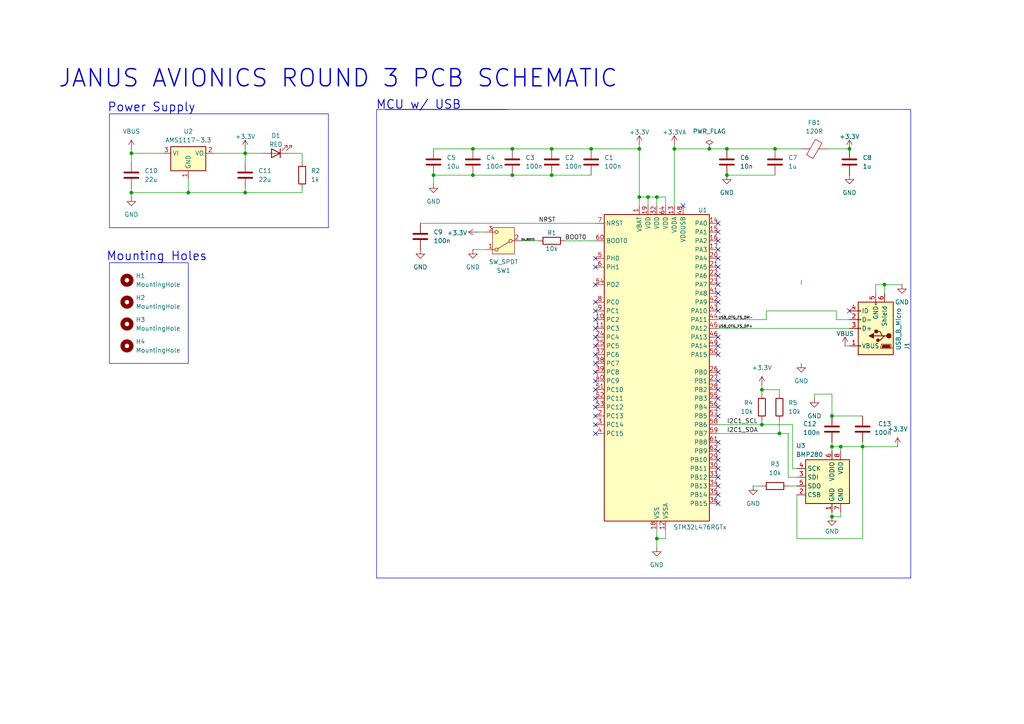
<source format=kicad_sch>
(kicad_sch
	(version 20250114)
	(generator "eeschema")
	(generator_version "9.0")
	(uuid "30480af9-e4ad-4dff-9411-88d9e9302111")
	(paper "A4")
	(lib_symbols
		(symbol "Connector:USB_B_Micro"
			(pin_names
				(offset 1.016)
			)
			(exclude_from_sim no)
			(in_bom yes)
			(on_board yes)
			(property "Reference" "J"
				(at -5.08 11.43 0)
				(effects
					(font
						(size 1.27 1.27)
					)
					(justify left)
				)
			)
			(property "Value" "USB_B_Micro"
				(at -5.08 8.89 0)
				(effects
					(font
						(size 1.27 1.27)
					)
					(justify left)
				)
			)
			(property "Footprint" ""
				(at 3.81 -1.27 0)
				(effects
					(font
						(size 1.27 1.27)
					)
					(hide yes)
				)
			)
			(property "Datasheet" "~"
				(at 3.81 -1.27 0)
				(effects
					(font
						(size 1.27 1.27)
					)
					(hide yes)
				)
			)
			(property "Description" "USB Micro Type B connector"
				(at 0 0 0)
				(effects
					(font
						(size 1.27 1.27)
					)
					(hide yes)
				)
			)
			(property "ki_keywords" "connector USB micro"
				(at 0 0 0)
				(effects
					(font
						(size 1.27 1.27)
					)
					(hide yes)
				)
			)
			(property "ki_fp_filters" "USB*"
				(at 0 0 0)
				(effects
					(font
						(size 1.27 1.27)
					)
					(hide yes)
				)
			)
			(symbol "USB_B_Micro_0_1"
				(rectangle
					(start -5.08 -7.62)
					(end 5.08 7.62)
					(stroke
						(width 0.254)
						(type default)
					)
					(fill
						(type background)
					)
				)
				(polyline
					(pts
						(xy -4.699 5.842) (xy -4.699 5.588) (xy -4.445 4.826) (xy -4.445 4.572) (xy -1.651 4.572) (xy -1.651 4.826)
						(xy -1.397 5.588) (xy -1.397 5.842) (xy -4.699 5.842)
					)
					(stroke
						(width 0)
						(type default)
					)
					(fill
						(type none)
					)
				)
				(polyline
					(pts
						(xy -4.318 5.588) (xy -1.778 5.588) (xy -2.032 4.826) (xy -4.064 4.826) (xy -4.318 5.588)
					)
					(stroke
						(width 0)
						(type default)
					)
					(fill
						(type outline)
					)
				)
				(circle
					(center -3.81 2.159)
					(radius 0.635)
					(stroke
						(width 0.254)
						(type default)
					)
					(fill
						(type outline)
					)
				)
				(polyline
					(pts
						(xy -3.175 2.159) (xy -2.54 2.159) (xy -1.27 3.429) (xy -0.635 3.429)
					)
					(stroke
						(width 0.254)
						(type default)
					)
					(fill
						(type none)
					)
				)
				(polyline
					(pts
						(xy -2.54 2.159) (xy -1.905 2.159) (xy -1.27 0.889) (xy 0 0.889)
					)
					(stroke
						(width 0.254)
						(type default)
					)
					(fill
						(type none)
					)
				)
				(polyline
					(pts
						(xy -1.905 2.159) (xy 0.635 2.159)
					)
					(stroke
						(width 0.254)
						(type default)
					)
					(fill
						(type none)
					)
				)
				(circle
					(center -0.635 3.429)
					(radius 0.381)
					(stroke
						(width 0.254)
						(type default)
					)
					(fill
						(type outline)
					)
				)
				(rectangle
					(start -0.127 -7.62)
					(end 0.127 -6.858)
					(stroke
						(width 0)
						(type default)
					)
					(fill
						(type none)
					)
				)
				(rectangle
					(start 0.254 1.27)
					(end -0.508 0.508)
					(stroke
						(width 0.254)
						(type default)
					)
					(fill
						(type outline)
					)
				)
				(polyline
					(pts
						(xy 0.635 2.794) (xy 0.635 1.524) (xy 1.905 2.159) (xy 0.635 2.794)
					)
					(stroke
						(width 0.254)
						(type default)
					)
					(fill
						(type outline)
					)
				)
				(rectangle
					(start 5.08 4.953)
					(end 4.318 5.207)
					(stroke
						(width 0)
						(type default)
					)
					(fill
						(type none)
					)
				)
				(rectangle
					(start 5.08 -0.127)
					(end 4.318 0.127)
					(stroke
						(width 0)
						(type default)
					)
					(fill
						(type none)
					)
				)
				(rectangle
					(start 5.08 -2.667)
					(end 4.318 -2.413)
					(stroke
						(width 0)
						(type default)
					)
					(fill
						(type none)
					)
				)
				(rectangle
					(start 5.08 -5.207)
					(end 4.318 -4.953)
					(stroke
						(width 0)
						(type default)
					)
					(fill
						(type none)
					)
				)
			)
			(symbol "USB_B_Micro_1_1"
				(pin passive line
					(at -2.54 -10.16 90)
					(length 2.54)
					(name "Shield"
						(effects
							(font
								(size 1.27 1.27)
							)
						)
					)
					(number "6"
						(effects
							(font
								(size 1.27 1.27)
							)
						)
					)
				)
				(pin power_out line
					(at 0 -10.16 90)
					(length 2.54)
					(name "GND"
						(effects
							(font
								(size 1.27 1.27)
							)
						)
					)
					(number "5"
						(effects
							(font
								(size 1.27 1.27)
							)
						)
					)
				)
				(pin power_out line
					(at 7.62 5.08 180)
					(length 2.54)
					(name "VBUS"
						(effects
							(font
								(size 1.27 1.27)
							)
						)
					)
					(number "1"
						(effects
							(font
								(size 1.27 1.27)
							)
						)
					)
				)
				(pin bidirectional line
					(at 7.62 0 180)
					(length 2.54)
					(name "D+"
						(effects
							(font
								(size 1.27 1.27)
							)
						)
					)
					(number "3"
						(effects
							(font
								(size 1.27 1.27)
							)
						)
					)
				)
				(pin bidirectional line
					(at 7.62 -2.54 180)
					(length 2.54)
					(name "D-"
						(effects
							(font
								(size 1.27 1.27)
							)
						)
					)
					(number "2"
						(effects
							(font
								(size 1.27 1.27)
							)
						)
					)
				)
				(pin passive line
					(at 7.62 -5.08 180)
					(length 2.54)
					(name "ID"
						(effects
							(font
								(size 1.27 1.27)
							)
						)
					)
					(number "4"
						(effects
							(font
								(size 1.27 1.27)
							)
						)
					)
				)
			)
			(embedded_fonts no)
		)
		(symbol "Device:C"
			(pin_numbers
				(hide yes)
			)
			(pin_names
				(offset 0.254)
			)
			(exclude_from_sim no)
			(in_bom yes)
			(on_board yes)
			(property "Reference" "C"
				(at 0.635 2.54 0)
				(effects
					(font
						(size 1.27 1.27)
					)
					(justify left)
				)
			)
			(property "Value" "C"
				(at 0.635 -2.54 0)
				(effects
					(font
						(size 1.27 1.27)
					)
					(justify left)
				)
			)
			(property "Footprint" ""
				(at 0.9652 -3.81 0)
				(effects
					(font
						(size 1.27 1.27)
					)
					(hide yes)
				)
			)
			(property "Datasheet" "~"
				(at 0 0 0)
				(effects
					(font
						(size 1.27 1.27)
					)
					(hide yes)
				)
			)
			(property "Description" "Unpolarized capacitor"
				(at 0 0 0)
				(effects
					(font
						(size 1.27 1.27)
					)
					(hide yes)
				)
			)
			(property "ki_keywords" "cap capacitor"
				(at 0 0 0)
				(effects
					(font
						(size 1.27 1.27)
					)
					(hide yes)
				)
			)
			(property "ki_fp_filters" "C_*"
				(at 0 0 0)
				(effects
					(font
						(size 1.27 1.27)
					)
					(hide yes)
				)
			)
			(symbol "C_0_1"
				(polyline
					(pts
						(xy -2.032 0.762) (xy 2.032 0.762)
					)
					(stroke
						(width 0.508)
						(type default)
					)
					(fill
						(type none)
					)
				)
				(polyline
					(pts
						(xy -2.032 -0.762) (xy 2.032 -0.762)
					)
					(stroke
						(width 0.508)
						(type default)
					)
					(fill
						(type none)
					)
				)
			)
			(symbol "C_1_1"
				(pin passive line
					(at 0 3.81 270)
					(length 2.794)
					(name "~"
						(effects
							(font
								(size 1.27 1.27)
							)
						)
					)
					(number "1"
						(effects
							(font
								(size 1.27 1.27)
							)
						)
					)
				)
				(pin passive line
					(at 0 -3.81 90)
					(length 2.794)
					(name "~"
						(effects
							(font
								(size 1.27 1.27)
							)
						)
					)
					(number "2"
						(effects
							(font
								(size 1.27 1.27)
							)
						)
					)
				)
			)
			(embedded_fonts no)
		)
		(symbol "Device:FerriteBead"
			(pin_numbers
				(hide yes)
			)
			(pin_names
				(offset 0)
			)
			(exclude_from_sim no)
			(in_bom yes)
			(on_board yes)
			(property "Reference" "FB"
				(at -3.81 0.635 90)
				(effects
					(font
						(size 1.27 1.27)
					)
				)
			)
			(property "Value" "FerriteBead"
				(at 3.81 0 90)
				(effects
					(font
						(size 1.27 1.27)
					)
				)
			)
			(property "Footprint" ""
				(at -1.778 0 90)
				(effects
					(font
						(size 1.27 1.27)
					)
					(hide yes)
				)
			)
			(property "Datasheet" "~"
				(at 0 0 0)
				(effects
					(font
						(size 1.27 1.27)
					)
					(hide yes)
				)
			)
			(property "Description" "Ferrite bead"
				(at 0 0 0)
				(effects
					(font
						(size 1.27 1.27)
					)
					(hide yes)
				)
			)
			(property "ki_keywords" "L ferrite bead inductor filter"
				(at 0 0 0)
				(effects
					(font
						(size 1.27 1.27)
					)
					(hide yes)
				)
			)
			(property "ki_fp_filters" "Inductor_* L_* *Ferrite*"
				(at 0 0 0)
				(effects
					(font
						(size 1.27 1.27)
					)
					(hide yes)
				)
			)
			(symbol "FerriteBead_0_1"
				(polyline
					(pts
						(xy -2.7686 0.4064) (xy -1.7018 2.2606) (xy 2.7686 -0.3048) (xy 1.6764 -2.159) (xy -2.7686 0.4064)
					)
					(stroke
						(width 0)
						(type default)
					)
					(fill
						(type none)
					)
				)
				(polyline
					(pts
						(xy 0 1.27) (xy 0 1.2954)
					)
					(stroke
						(width 0)
						(type default)
					)
					(fill
						(type none)
					)
				)
				(polyline
					(pts
						(xy 0 -1.27) (xy 0 -1.2192)
					)
					(stroke
						(width 0)
						(type default)
					)
					(fill
						(type none)
					)
				)
			)
			(symbol "FerriteBead_1_1"
				(pin passive line
					(at 0 3.81 270)
					(length 2.54)
					(name "~"
						(effects
							(font
								(size 1.27 1.27)
							)
						)
					)
					(number "1"
						(effects
							(font
								(size 1.27 1.27)
							)
						)
					)
				)
				(pin passive line
					(at 0 -3.81 90)
					(length 2.54)
					(name "~"
						(effects
							(font
								(size 1.27 1.27)
							)
						)
					)
					(number "2"
						(effects
							(font
								(size 1.27 1.27)
							)
						)
					)
				)
			)
			(embedded_fonts no)
		)
		(symbol "Device:LED"
			(pin_numbers
				(hide yes)
			)
			(pin_names
				(offset 1.016)
				(hide yes)
			)
			(exclude_from_sim no)
			(in_bom yes)
			(on_board yes)
			(property "Reference" "D"
				(at 0 2.54 0)
				(effects
					(font
						(size 1.27 1.27)
					)
				)
			)
			(property "Value" "LED"
				(at 0 -2.54 0)
				(effects
					(font
						(size 1.27 1.27)
					)
				)
			)
			(property "Footprint" ""
				(at 0 0 0)
				(effects
					(font
						(size 1.27 1.27)
					)
					(hide yes)
				)
			)
			(property "Datasheet" "~"
				(at 0 0 0)
				(effects
					(font
						(size 1.27 1.27)
					)
					(hide yes)
				)
			)
			(property "Description" "Light emitting diode"
				(at 0 0 0)
				(effects
					(font
						(size 1.27 1.27)
					)
					(hide yes)
				)
			)
			(property "ki_keywords" "LED diode"
				(at 0 0 0)
				(effects
					(font
						(size 1.27 1.27)
					)
					(hide yes)
				)
			)
			(property "ki_fp_filters" "LED* LED_SMD:* LED_THT:*"
				(at 0 0 0)
				(effects
					(font
						(size 1.27 1.27)
					)
					(hide yes)
				)
			)
			(symbol "LED_0_1"
				(polyline
					(pts
						(xy -3.048 -0.762) (xy -4.572 -2.286) (xy -3.81 -2.286) (xy -4.572 -2.286) (xy -4.572 -1.524)
					)
					(stroke
						(width 0)
						(type default)
					)
					(fill
						(type none)
					)
				)
				(polyline
					(pts
						(xy -1.778 -0.762) (xy -3.302 -2.286) (xy -2.54 -2.286) (xy -3.302 -2.286) (xy -3.302 -1.524)
					)
					(stroke
						(width 0)
						(type default)
					)
					(fill
						(type none)
					)
				)
				(polyline
					(pts
						(xy -1.27 0) (xy 1.27 0)
					)
					(stroke
						(width 0)
						(type default)
					)
					(fill
						(type none)
					)
				)
				(polyline
					(pts
						(xy -1.27 -1.27) (xy -1.27 1.27)
					)
					(stroke
						(width 0.254)
						(type default)
					)
					(fill
						(type none)
					)
				)
				(polyline
					(pts
						(xy 1.27 -1.27) (xy 1.27 1.27) (xy -1.27 0) (xy 1.27 -1.27)
					)
					(stroke
						(width 0.254)
						(type default)
					)
					(fill
						(type none)
					)
				)
			)
			(symbol "LED_1_1"
				(pin passive line
					(at -3.81 0 0)
					(length 2.54)
					(name "K"
						(effects
							(font
								(size 1.27 1.27)
							)
						)
					)
					(number "1"
						(effects
							(font
								(size 1.27 1.27)
							)
						)
					)
				)
				(pin passive line
					(at 3.81 0 180)
					(length 2.54)
					(name "A"
						(effects
							(font
								(size 1.27 1.27)
							)
						)
					)
					(number "2"
						(effects
							(font
								(size 1.27 1.27)
							)
						)
					)
				)
			)
			(embedded_fonts no)
		)
		(symbol "Device:R"
			(pin_numbers
				(hide yes)
			)
			(pin_names
				(offset 0)
			)
			(exclude_from_sim no)
			(in_bom yes)
			(on_board yes)
			(property "Reference" "R"
				(at 2.032 0 90)
				(effects
					(font
						(size 1.27 1.27)
					)
				)
			)
			(property "Value" "R"
				(at 0 0 90)
				(effects
					(font
						(size 1.27 1.27)
					)
				)
			)
			(property "Footprint" ""
				(at -1.778 0 90)
				(effects
					(font
						(size 1.27 1.27)
					)
					(hide yes)
				)
			)
			(property "Datasheet" "~"
				(at 0 0 0)
				(effects
					(font
						(size 1.27 1.27)
					)
					(hide yes)
				)
			)
			(property "Description" "Resistor"
				(at 0 0 0)
				(effects
					(font
						(size 1.27 1.27)
					)
					(hide yes)
				)
			)
			(property "ki_keywords" "R res resistor"
				(at 0 0 0)
				(effects
					(font
						(size 1.27 1.27)
					)
					(hide yes)
				)
			)
			(property "ki_fp_filters" "R_*"
				(at 0 0 0)
				(effects
					(font
						(size 1.27 1.27)
					)
					(hide yes)
				)
			)
			(symbol "R_0_1"
				(rectangle
					(start -1.016 -2.54)
					(end 1.016 2.54)
					(stroke
						(width 0.254)
						(type default)
					)
					(fill
						(type none)
					)
				)
			)
			(symbol "R_1_1"
				(pin passive line
					(at 0 3.81 270)
					(length 1.27)
					(name "~"
						(effects
							(font
								(size 1.27 1.27)
							)
						)
					)
					(number "1"
						(effects
							(font
								(size 1.27 1.27)
							)
						)
					)
				)
				(pin passive line
					(at 0 -3.81 90)
					(length 1.27)
					(name "~"
						(effects
							(font
								(size 1.27 1.27)
							)
						)
					)
					(number "2"
						(effects
							(font
								(size 1.27 1.27)
							)
						)
					)
				)
			)
			(embedded_fonts no)
		)
		(symbol "MCU_ST_STM32L4:STM32L476RGTx"
			(exclude_from_sim no)
			(in_bom yes)
			(on_board yes)
			(property "Reference" "U"
				(at -15.24 46.99 0)
				(effects
					(font
						(size 1.27 1.27)
					)
					(justify left)
				)
			)
			(property "Value" "STM32L476RGTx"
				(at 10.16 46.99 0)
				(effects
					(font
						(size 1.27 1.27)
					)
					(justify left)
				)
			)
			(property "Footprint" "Package_QFP:LQFP-64_10x10mm_P0.5mm"
				(at -15.24 -43.18 0)
				(effects
					(font
						(size 1.27 1.27)
					)
					(justify right)
					(hide yes)
				)
			)
			(property "Datasheet" "https://www.st.com/resource/en/datasheet/stm32l476rg.pdf"
				(at 0 0 0)
				(effects
					(font
						(size 1.27 1.27)
					)
					(hide yes)
				)
			)
			(property "Description" "STMicroelectronics Arm Cortex-M4 MCU, 1024KB flash, 128KB RAM, 80 MHz, 1.71-3.6V, 51 GPIO, LQFP64"
				(at 0 0 0)
				(effects
					(font
						(size 1.27 1.27)
					)
					(hide yes)
				)
			)
			(property "ki_locked" ""
				(at 0 0 0)
				(effects
					(font
						(size 1.27 1.27)
					)
				)
			)
			(property "ki_keywords" "Arm Cortex-M4 STM32L4 STM32L4x6"
				(at 0 0 0)
				(effects
					(font
						(size 1.27 1.27)
					)
					(hide yes)
				)
			)
			(property "ki_fp_filters" "LQFP*10x10mm*P0.5mm*"
				(at 0 0 0)
				(effects
					(font
						(size 1.27 1.27)
					)
					(hide yes)
				)
			)
			(symbol "STM32L476RGTx_0_1"
				(rectangle
					(start -15.24 -43.18)
					(end 15.24 45.72)
					(stroke
						(width 0.254)
						(type default)
					)
					(fill
						(type background)
					)
				)
			)
			(symbol "STM32L476RGTx_1_1"
				(pin input line
					(at -17.78 43.18 0)
					(length 2.54)
					(name "NRST"
						(effects
							(font
								(size 1.27 1.27)
							)
						)
					)
					(number "7"
						(effects
							(font
								(size 1.27 1.27)
							)
						)
					)
				)
				(pin input line
					(at -17.78 38.1 0)
					(length 2.54)
					(name "BOOT0"
						(effects
							(font
								(size 1.27 1.27)
							)
						)
					)
					(number "60"
						(effects
							(font
								(size 1.27 1.27)
							)
						)
					)
				)
				(pin bidirectional line
					(at -17.78 33.02 0)
					(length 2.54)
					(name "PH0"
						(effects
							(font
								(size 1.27 1.27)
							)
						)
					)
					(number "5"
						(effects
							(font
								(size 1.27 1.27)
							)
						)
					)
					(alternate "RCC_OSC_IN" bidirectional line)
				)
				(pin bidirectional line
					(at -17.78 30.48 0)
					(length 2.54)
					(name "PH1"
						(effects
							(font
								(size 1.27 1.27)
							)
						)
					)
					(number "6"
						(effects
							(font
								(size 1.27 1.27)
							)
						)
					)
					(alternate "RCC_OSC_OUT" bidirectional line)
				)
				(pin bidirectional line
					(at -17.78 25.4 0)
					(length 2.54)
					(name "PD2"
						(effects
							(font
								(size 1.27 1.27)
							)
						)
					)
					(number "54"
						(effects
							(font
								(size 1.27 1.27)
							)
						)
					)
					(alternate "LCD_COM7" bidirectional line)
					(alternate "LCD_SEG31" bidirectional line)
					(alternate "LCD_SEG43" bidirectional line)
					(alternate "SDMMC1_CMD" bidirectional line)
					(alternate "TIM3_ETR" bidirectional line)
					(alternate "TSC_SYNC" bidirectional line)
					(alternate "UART5_RX" bidirectional line)
					(alternate "USART3_DE" bidirectional line)
					(alternate "USART3_RTS" bidirectional line)
				)
				(pin bidirectional line
					(at -17.78 20.32 0)
					(length 2.54)
					(name "PC0"
						(effects
							(font
								(size 1.27 1.27)
							)
						)
					)
					(number "8"
						(effects
							(font
								(size 1.27 1.27)
							)
						)
					)
					(alternate "ADC1_IN1" bidirectional line)
					(alternate "ADC2_IN1" bidirectional line)
					(alternate "ADC3_IN1" bidirectional line)
					(alternate "DFSDM1_DATIN4" bidirectional line)
					(alternate "I2C3_SCL" bidirectional line)
					(alternate "LCD_SEG18" bidirectional line)
					(alternate "LPTIM1_IN1" bidirectional line)
					(alternate "LPTIM2_IN1" bidirectional line)
					(alternate "LPUART1_RX" bidirectional line)
				)
				(pin bidirectional line
					(at -17.78 17.78 0)
					(length 2.54)
					(name "PC1"
						(effects
							(font
								(size 1.27 1.27)
							)
						)
					)
					(number "9"
						(effects
							(font
								(size 1.27 1.27)
							)
						)
					)
					(alternate "ADC1_IN2" bidirectional line)
					(alternate "ADC2_IN2" bidirectional line)
					(alternate "ADC3_IN2" bidirectional line)
					(alternate "DFSDM1_CKIN4" bidirectional line)
					(alternate "I2C3_SDA" bidirectional line)
					(alternate "LCD_SEG19" bidirectional line)
					(alternate "LPTIM1_OUT" bidirectional line)
					(alternate "LPUART1_TX" bidirectional line)
				)
				(pin bidirectional line
					(at -17.78 15.24 0)
					(length 2.54)
					(name "PC2"
						(effects
							(font
								(size 1.27 1.27)
							)
						)
					)
					(number "10"
						(effects
							(font
								(size 1.27 1.27)
							)
						)
					)
					(alternate "ADC1_IN3" bidirectional line)
					(alternate "ADC2_IN3" bidirectional line)
					(alternate "ADC3_IN3" bidirectional line)
					(alternate "DFSDM1_CKOUT" bidirectional line)
					(alternate "LCD_SEG20" bidirectional line)
					(alternate "LPTIM1_IN2" bidirectional line)
					(alternate "SPI2_MISO" bidirectional line)
				)
				(pin bidirectional line
					(at -17.78 12.7 0)
					(length 2.54)
					(name "PC3"
						(effects
							(font
								(size 1.27 1.27)
							)
						)
					)
					(number "11"
						(effects
							(font
								(size 1.27 1.27)
							)
						)
					)
					(alternate "ADC1_IN4" bidirectional line)
					(alternate "ADC2_IN4" bidirectional line)
					(alternate "ADC3_IN4" bidirectional line)
					(alternate "LCD_VLCD" bidirectional line)
					(alternate "LPTIM1_ETR" bidirectional line)
					(alternate "LPTIM2_ETR" bidirectional line)
					(alternate "SAI1_SD_A" bidirectional line)
					(alternate "SPI2_MOSI" bidirectional line)
				)
				(pin bidirectional line
					(at -17.78 10.16 0)
					(length 2.54)
					(name "PC4"
						(effects
							(font
								(size 1.27 1.27)
							)
						)
					)
					(number "24"
						(effects
							(font
								(size 1.27 1.27)
							)
						)
					)
					(alternate "ADC1_IN13" bidirectional line)
					(alternate "ADC2_IN13" bidirectional line)
					(alternate "COMP1_INM" bidirectional line)
					(alternate "LCD_SEG22" bidirectional line)
					(alternate "USART3_TX" bidirectional line)
				)
				(pin bidirectional line
					(at -17.78 7.62 0)
					(length 2.54)
					(name "PC5"
						(effects
							(font
								(size 1.27 1.27)
							)
						)
					)
					(number "25"
						(effects
							(font
								(size 1.27 1.27)
							)
						)
					)
					(alternate "ADC1_IN14" bidirectional line)
					(alternate "ADC2_IN14" bidirectional line)
					(alternate "COMP1_INP" bidirectional line)
					(alternate "LCD_SEG23" bidirectional line)
					(alternate "SYS_WKUP5" bidirectional line)
					(alternate "USART3_RX" bidirectional line)
				)
				(pin bidirectional line
					(at -17.78 5.08 0)
					(length 2.54)
					(name "PC6"
						(effects
							(font
								(size 1.27 1.27)
							)
						)
					)
					(number "37"
						(effects
							(font
								(size 1.27 1.27)
							)
						)
					)
					(alternate "DFSDM1_CKIN3" bidirectional line)
					(alternate "LCD_SEG24" bidirectional line)
					(alternate "SAI2_MCLK_A" bidirectional line)
					(alternate "SDMMC1_D6" bidirectional line)
					(alternate "TIM3_CH1" bidirectional line)
					(alternate "TIM8_CH1" bidirectional line)
					(alternate "TSC_G4_IO1" bidirectional line)
				)
				(pin bidirectional line
					(at -17.78 2.54 0)
					(length 2.54)
					(name "PC7"
						(effects
							(font
								(size 1.27 1.27)
							)
						)
					)
					(number "38"
						(effects
							(font
								(size 1.27 1.27)
							)
						)
					)
					(alternate "DFSDM1_DATIN3" bidirectional line)
					(alternate "LCD_SEG25" bidirectional line)
					(alternate "SAI2_MCLK_B" bidirectional line)
					(alternate "SDMMC1_D7" bidirectional line)
					(alternate "TIM3_CH2" bidirectional line)
					(alternate "TIM8_CH2" bidirectional line)
					(alternate "TSC_G4_IO2" bidirectional line)
				)
				(pin bidirectional line
					(at -17.78 0 0)
					(length 2.54)
					(name "PC8"
						(effects
							(font
								(size 1.27 1.27)
							)
						)
					)
					(number "39"
						(effects
							(font
								(size 1.27 1.27)
							)
						)
					)
					(alternate "LCD_SEG26" bidirectional line)
					(alternate "SDMMC1_D0" bidirectional line)
					(alternate "TIM3_CH3" bidirectional line)
					(alternate "TIM8_CH3" bidirectional line)
					(alternate "TSC_G4_IO3" bidirectional line)
				)
				(pin bidirectional line
					(at -17.78 -2.54 0)
					(length 2.54)
					(name "PC9"
						(effects
							(font
								(size 1.27 1.27)
							)
						)
					)
					(number "40"
						(effects
							(font
								(size 1.27 1.27)
							)
						)
					)
					(alternate "DAC1_EXTI9" bidirectional line)
					(alternate "LCD_SEG27" bidirectional line)
					(alternate "SAI2_EXTCLK" bidirectional line)
					(alternate "SDMMC1_D1" bidirectional line)
					(alternate "TIM3_CH4" bidirectional line)
					(alternate "TIM8_BKIN2" bidirectional line)
					(alternate "TIM8_BKIN2_COMP1" bidirectional line)
					(alternate "TIM8_CH4" bidirectional line)
					(alternate "TSC_G4_IO4" bidirectional line)
					(alternate "USB_OTG_FS_NOE" bidirectional line)
				)
				(pin bidirectional line
					(at -17.78 -5.08 0)
					(length 2.54)
					(name "PC10"
						(effects
							(font
								(size 1.27 1.27)
							)
						)
					)
					(number "51"
						(effects
							(font
								(size 1.27 1.27)
							)
						)
					)
					(alternate "LCD_COM4" bidirectional line)
					(alternate "LCD_SEG28" bidirectional line)
					(alternate "LCD_SEG40" bidirectional line)
					(alternate "SAI2_SCK_B" bidirectional line)
					(alternate "SDMMC1_D2" bidirectional line)
					(alternate "SPI3_SCK" bidirectional line)
					(alternate "TSC_G3_IO2" bidirectional line)
					(alternate "UART4_TX" bidirectional line)
					(alternate "USART3_TX" bidirectional line)
				)
				(pin bidirectional line
					(at -17.78 -7.62 0)
					(length 2.54)
					(name "PC11"
						(effects
							(font
								(size 1.27 1.27)
							)
						)
					)
					(number "52"
						(effects
							(font
								(size 1.27 1.27)
							)
						)
					)
					(alternate "ADC1_EXTI11" bidirectional line)
					(alternate "ADC2_EXTI11" bidirectional line)
					(alternate "ADC3_EXTI11" bidirectional line)
					(alternate "LCD_COM5" bidirectional line)
					(alternate "LCD_SEG29" bidirectional line)
					(alternate "LCD_SEG41" bidirectional line)
					(alternate "SAI2_MCLK_B" bidirectional line)
					(alternate "SDMMC1_D3" bidirectional line)
					(alternate "SPI3_MISO" bidirectional line)
					(alternate "TSC_G3_IO3" bidirectional line)
					(alternate "UART4_RX" bidirectional line)
					(alternate "USART3_RX" bidirectional line)
				)
				(pin bidirectional line
					(at -17.78 -10.16 0)
					(length 2.54)
					(name "PC12"
						(effects
							(font
								(size 1.27 1.27)
							)
						)
					)
					(number "53"
						(effects
							(font
								(size 1.27 1.27)
							)
						)
					)
					(alternate "LCD_COM6" bidirectional line)
					(alternate "LCD_SEG30" bidirectional line)
					(alternate "LCD_SEG42" bidirectional line)
					(alternate "SAI2_SD_B" bidirectional line)
					(alternate "SDMMC1_CK" bidirectional line)
					(alternate "SPI3_MOSI" bidirectional line)
					(alternate "TSC_G3_IO4" bidirectional line)
					(alternate "UART5_TX" bidirectional line)
					(alternate "USART3_CK" bidirectional line)
				)
				(pin bidirectional line
					(at -17.78 -12.7 0)
					(length 2.54)
					(name "PC13"
						(effects
							(font
								(size 1.27 1.27)
							)
						)
					)
					(number "2"
						(effects
							(font
								(size 1.27 1.27)
							)
						)
					)
					(alternate "RTC_OUT_ALARM" bidirectional line)
					(alternate "RTC_OUT_CALIB" bidirectional line)
					(alternate "RTC_TAMP1" bidirectional line)
					(alternate "RTC_TS" bidirectional line)
					(alternate "SYS_WKUP2" bidirectional line)
				)
				(pin bidirectional line
					(at -17.78 -15.24 0)
					(length 2.54)
					(name "PC14"
						(effects
							(font
								(size 1.27 1.27)
							)
						)
					)
					(number "3"
						(effects
							(font
								(size 1.27 1.27)
							)
						)
					)
					(alternate "RCC_OSC32_IN" bidirectional line)
				)
				(pin bidirectional line
					(at -17.78 -17.78 0)
					(length 2.54)
					(name "PC15"
						(effects
							(font
								(size 1.27 1.27)
							)
						)
					)
					(number "4"
						(effects
							(font
								(size 1.27 1.27)
							)
						)
					)
					(alternate "ADC1_EXTI15" bidirectional line)
					(alternate "ADC2_EXTI15" bidirectional line)
					(alternate "ADC3_EXTI15" bidirectional line)
					(alternate "RCC_OSC32_OUT" bidirectional line)
				)
				(pin power_in line
					(at -5.08 48.26 270)
					(length 2.54)
					(name "VBAT"
						(effects
							(font
								(size 1.27 1.27)
							)
						)
					)
					(number "1"
						(effects
							(font
								(size 1.27 1.27)
							)
						)
					)
				)
				(pin power_in line
					(at -2.54 48.26 270)
					(length 2.54)
					(name "VDD"
						(effects
							(font
								(size 1.27 1.27)
							)
						)
					)
					(number "19"
						(effects
							(font
								(size 1.27 1.27)
							)
						)
					)
				)
				(pin power_in line
					(at 0 48.26 270)
					(length 2.54)
					(name "VDD"
						(effects
							(font
								(size 1.27 1.27)
							)
						)
					)
					(number "32"
						(effects
							(font
								(size 1.27 1.27)
							)
						)
					)
				)
				(pin power_in line
					(at 0 -45.72 90)
					(length 2.54)
					(name "VSS"
						(effects
							(font
								(size 1.27 1.27)
							)
						)
					)
					(number "18"
						(effects
							(font
								(size 1.27 1.27)
							)
						)
					)
				)
				(pin passive line
					(at 0 -45.72 90)
					(length 2.54)
					(hide yes)
					(name "VSS"
						(effects
							(font
								(size 1.27 1.27)
							)
						)
					)
					(number "31"
						(effects
							(font
								(size 1.27 1.27)
							)
						)
					)
				)
				(pin passive line
					(at 0 -45.72 90)
					(length 2.54)
					(hide yes)
					(name "VSS"
						(effects
							(font
								(size 1.27 1.27)
							)
						)
					)
					(number "47"
						(effects
							(font
								(size 1.27 1.27)
							)
						)
					)
				)
				(pin passive line
					(at 0 -45.72 90)
					(length 2.54)
					(hide yes)
					(name "VSS"
						(effects
							(font
								(size 1.27 1.27)
							)
						)
					)
					(number "63"
						(effects
							(font
								(size 1.27 1.27)
							)
						)
					)
				)
				(pin power_in line
					(at 2.54 48.26 270)
					(length 2.54)
					(name "VDD"
						(effects
							(font
								(size 1.27 1.27)
							)
						)
					)
					(number "64"
						(effects
							(font
								(size 1.27 1.27)
							)
						)
					)
				)
				(pin power_in line
					(at 2.54 -45.72 90)
					(length 2.54)
					(name "VSSA"
						(effects
							(font
								(size 1.27 1.27)
							)
						)
					)
					(number "12"
						(effects
							(font
								(size 1.27 1.27)
							)
						)
					)
				)
				(pin power_in line
					(at 5.08 48.26 270)
					(length 2.54)
					(name "VDDA"
						(effects
							(font
								(size 1.27 1.27)
							)
						)
					)
					(number "13"
						(effects
							(font
								(size 1.27 1.27)
							)
						)
					)
				)
				(pin power_in line
					(at 7.62 48.26 270)
					(length 2.54)
					(name "VDDUSB"
						(effects
							(font
								(size 1.27 1.27)
							)
						)
					)
					(number "48"
						(effects
							(font
								(size 1.27 1.27)
							)
						)
					)
				)
				(pin bidirectional line
					(at 17.78 43.18 180)
					(length 2.54)
					(name "PA0"
						(effects
							(font
								(size 1.27 1.27)
							)
						)
					)
					(number "14"
						(effects
							(font
								(size 1.27 1.27)
							)
						)
					)
					(alternate "ADC1_IN5" bidirectional line)
					(alternate "ADC2_IN5" bidirectional line)
					(alternate "OPAMP1_VINP" bidirectional line)
					(alternate "RTC_TAMP2" bidirectional line)
					(alternate "SAI1_EXTCLK" bidirectional line)
					(alternate "SYS_WKUP1" bidirectional line)
					(alternate "TIM2_CH1" bidirectional line)
					(alternate "TIM2_ETR" bidirectional line)
					(alternate "TIM5_CH1" bidirectional line)
					(alternate "TIM8_ETR" bidirectional line)
					(alternate "UART4_TX" bidirectional line)
					(alternate "USART2_CTS" bidirectional line)
				)
				(pin bidirectional line
					(at 17.78 40.64 180)
					(length 2.54)
					(name "PA1"
						(effects
							(font
								(size 1.27 1.27)
							)
						)
					)
					(number "15"
						(effects
							(font
								(size 1.27 1.27)
							)
						)
					)
					(alternate "ADC1_IN6" bidirectional line)
					(alternate "ADC2_IN6" bidirectional line)
					(alternate "LCD_SEG0" bidirectional line)
					(alternate "OPAMP1_VINM" bidirectional line)
					(alternate "TIM15_CH1N" bidirectional line)
					(alternate "TIM2_CH2" bidirectional line)
					(alternate "TIM5_CH2" bidirectional line)
					(alternate "UART4_RX" bidirectional line)
					(alternate "USART2_DE" bidirectional line)
					(alternate "USART2_RTS" bidirectional line)
				)
				(pin bidirectional line
					(at 17.78 38.1 180)
					(length 2.54)
					(name "PA2"
						(effects
							(font
								(size 1.27 1.27)
							)
						)
					)
					(number "16"
						(effects
							(font
								(size 1.27 1.27)
							)
						)
					)
					(alternate "ADC1_IN7" bidirectional line)
					(alternate "ADC2_IN7" bidirectional line)
					(alternate "LCD_SEG1" bidirectional line)
					(alternate "RCC_LSCO" bidirectional line)
					(alternate "SAI2_EXTCLK" bidirectional line)
					(alternate "SYS_WKUP4" bidirectional line)
					(alternate "TIM15_CH1" bidirectional line)
					(alternate "TIM2_CH3" bidirectional line)
					(alternate "TIM5_CH3" bidirectional line)
					(alternate "USART2_TX" bidirectional line)
				)
				(pin bidirectional line
					(at 17.78 35.56 180)
					(length 2.54)
					(name "PA3"
						(effects
							(font
								(size 1.27 1.27)
							)
						)
					)
					(number "17"
						(effects
							(font
								(size 1.27 1.27)
							)
						)
					)
					(alternate "ADC1_IN8" bidirectional line)
					(alternate "ADC2_IN8" bidirectional line)
					(alternate "LCD_SEG2" bidirectional line)
					(alternate "OPAMP1_VOUT" bidirectional line)
					(alternate "TIM15_CH2" bidirectional line)
					(alternate "TIM2_CH4" bidirectional line)
					(alternate "TIM5_CH4" bidirectional line)
					(alternate "USART2_RX" bidirectional line)
				)
				(pin bidirectional line
					(at 17.78 33.02 180)
					(length 2.54)
					(name "PA4"
						(effects
							(font
								(size 1.27 1.27)
							)
						)
					)
					(number "20"
						(effects
							(font
								(size 1.27 1.27)
							)
						)
					)
					(alternate "ADC1_IN9" bidirectional line)
					(alternate "ADC2_IN9" bidirectional line)
					(alternate "DAC1_OUT1" bidirectional line)
					(alternate "LPTIM2_OUT" bidirectional line)
					(alternate "SAI1_FS_B" bidirectional line)
					(alternate "SPI1_NSS" bidirectional line)
					(alternate "SPI3_NSS" bidirectional line)
					(alternate "USART2_CK" bidirectional line)
				)
				(pin bidirectional line
					(at 17.78 30.48 180)
					(length 2.54)
					(name "PA5"
						(effects
							(font
								(size 1.27 1.27)
							)
						)
					)
					(number "21"
						(effects
							(font
								(size 1.27 1.27)
							)
						)
					)
					(alternate "ADC1_IN10" bidirectional line)
					(alternate "ADC2_IN10" bidirectional line)
					(alternate "DAC1_OUT2" bidirectional line)
					(alternate "LPTIM2_ETR" bidirectional line)
					(alternate "SPI1_SCK" bidirectional line)
					(alternate "TIM2_CH1" bidirectional line)
					(alternate "TIM2_ETR" bidirectional line)
					(alternate "TIM8_CH1N" bidirectional line)
				)
				(pin bidirectional line
					(at 17.78 27.94 180)
					(length 2.54)
					(name "PA6"
						(effects
							(font
								(size 1.27 1.27)
							)
						)
					)
					(number "22"
						(effects
							(font
								(size 1.27 1.27)
							)
						)
					)
					(alternate "ADC1_IN11" bidirectional line)
					(alternate "ADC2_IN11" bidirectional line)
					(alternate "LCD_SEG3" bidirectional line)
					(alternate "OPAMP2_VINP" bidirectional line)
					(alternate "QUADSPI_BK1_IO3" bidirectional line)
					(alternate "SPI1_MISO" bidirectional line)
					(alternate "TIM16_CH1" bidirectional line)
					(alternate "TIM1_BKIN" bidirectional line)
					(alternate "TIM1_BKIN_COMP2" bidirectional line)
					(alternate "TIM3_CH1" bidirectional line)
					(alternate "TIM8_BKIN" bidirectional line)
					(alternate "TIM8_BKIN_COMP2" bidirectional line)
					(alternate "USART3_CTS" bidirectional line)
				)
				(pin bidirectional line
					(at 17.78 25.4 180)
					(length 2.54)
					(name "PA7"
						(effects
							(font
								(size 1.27 1.27)
							)
						)
					)
					(number "23"
						(effects
							(font
								(size 1.27 1.27)
							)
						)
					)
					(alternate "ADC1_IN12" bidirectional line)
					(alternate "ADC2_IN12" bidirectional line)
					(alternate "LCD_SEG4" bidirectional line)
					(alternate "OPAMP2_VINM" bidirectional line)
					(alternate "QUADSPI_BK1_IO2" bidirectional line)
					(alternate "SPI1_MOSI" bidirectional line)
					(alternate "TIM17_CH1" bidirectional line)
					(alternate "TIM1_CH1N" bidirectional line)
					(alternate "TIM3_CH2" bidirectional line)
					(alternate "TIM8_CH1N" bidirectional line)
				)
				(pin bidirectional line
					(at 17.78 22.86 180)
					(length 2.54)
					(name "PA8"
						(effects
							(font
								(size 1.27 1.27)
							)
						)
					)
					(number "41"
						(effects
							(font
								(size 1.27 1.27)
							)
						)
					)
					(alternate "LCD_COM0" bidirectional line)
					(alternate "LPTIM2_OUT" bidirectional line)
					(alternate "RCC_MCO" bidirectional line)
					(alternate "TIM1_CH1" bidirectional line)
					(alternate "USART1_CK" bidirectional line)
					(alternate "USB_OTG_FS_SOF" bidirectional line)
				)
				(pin bidirectional line
					(at 17.78 20.32 180)
					(length 2.54)
					(name "PA9"
						(effects
							(font
								(size 1.27 1.27)
							)
						)
					)
					(number "42"
						(effects
							(font
								(size 1.27 1.27)
							)
						)
					)
					(alternate "DAC1_EXTI9" bidirectional line)
					(alternate "LCD_COM1" bidirectional line)
					(alternate "TIM15_BKIN" bidirectional line)
					(alternate "TIM1_CH2" bidirectional line)
					(alternate "USART1_TX" bidirectional line)
					(alternate "USB_OTG_FS_VBUS" bidirectional line)
				)
				(pin bidirectional line
					(at 17.78 17.78 180)
					(length 2.54)
					(name "PA10"
						(effects
							(font
								(size 1.27 1.27)
							)
						)
					)
					(number "43"
						(effects
							(font
								(size 1.27 1.27)
							)
						)
					)
					(alternate "LCD_COM2" bidirectional line)
					(alternate "TIM17_BKIN" bidirectional line)
					(alternate "TIM1_CH3" bidirectional line)
					(alternate "USART1_RX" bidirectional line)
					(alternate "USB_OTG_FS_ID" bidirectional line)
				)
				(pin bidirectional line
					(at 17.78 15.24 180)
					(length 2.54)
					(name "PA11"
						(effects
							(font
								(size 1.27 1.27)
							)
						)
					)
					(number "44"
						(effects
							(font
								(size 1.27 1.27)
							)
						)
					)
					(alternate "ADC1_EXTI11" bidirectional line)
					(alternate "ADC2_EXTI11" bidirectional line)
					(alternate "ADC3_EXTI11" bidirectional line)
					(alternate "CAN1_RX" bidirectional line)
					(alternate "TIM1_BKIN2" bidirectional line)
					(alternate "TIM1_BKIN2_COMP1" bidirectional line)
					(alternate "TIM1_CH4" bidirectional line)
					(alternate "USART1_CTS" bidirectional line)
					(alternate "USB_OTG_FS_DM" bidirectional line)
				)
				(pin bidirectional line
					(at 17.78 12.7 180)
					(length 2.54)
					(name "PA12"
						(effects
							(font
								(size 1.27 1.27)
							)
						)
					)
					(number "45"
						(effects
							(font
								(size 1.27 1.27)
							)
						)
					)
					(alternate "CAN1_TX" bidirectional line)
					(alternate "TIM1_ETR" bidirectional line)
					(alternate "USART1_DE" bidirectional line)
					(alternate "USART1_RTS" bidirectional line)
					(alternate "USB_OTG_FS_DP" bidirectional line)
				)
				(pin bidirectional line
					(at 17.78 10.16 180)
					(length 2.54)
					(name "PA13"
						(effects
							(font
								(size 1.27 1.27)
							)
						)
					)
					(number "46"
						(effects
							(font
								(size 1.27 1.27)
							)
						)
					)
					(alternate "IR_OUT" bidirectional line)
					(alternate "SYS_JTMS-SWDIO" bidirectional line)
					(alternate "USB_OTG_FS_NOE" bidirectional line)
				)
				(pin bidirectional line
					(at 17.78 7.62 180)
					(length 2.54)
					(name "PA14"
						(effects
							(font
								(size 1.27 1.27)
							)
						)
					)
					(number "49"
						(effects
							(font
								(size 1.27 1.27)
							)
						)
					)
					(alternate "SYS_JTCK-SWCLK" bidirectional line)
				)
				(pin bidirectional line
					(at 17.78 5.08 180)
					(length 2.54)
					(name "PA15"
						(effects
							(font
								(size 1.27 1.27)
							)
						)
					)
					(number "50"
						(effects
							(font
								(size 1.27 1.27)
							)
						)
					)
					(alternate "ADC1_EXTI15" bidirectional line)
					(alternate "ADC2_EXTI15" bidirectional line)
					(alternate "ADC3_EXTI15" bidirectional line)
					(alternate "LCD_SEG17" bidirectional line)
					(alternate "SAI2_FS_B" bidirectional line)
					(alternate "SPI1_NSS" bidirectional line)
					(alternate "SPI3_NSS" bidirectional line)
					(alternate "SYS_JTDI" bidirectional line)
					(alternate "TIM2_CH1" bidirectional line)
					(alternate "TIM2_ETR" bidirectional line)
					(alternate "TSC_G3_IO1" bidirectional line)
					(alternate "UART4_DE" bidirectional line)
					(alternate "UART4_RTS" bidirectional line)
				)
				(pin bidirectional line
					(at 17.78 0 180)
					(length 2.54)
					(name "PB0"
						(effects
							(font
								(size 1.27 1.27)
							)
						)
					)
					(number "26"
						(effects
							(font
								(size 1.27 1.27)
							)
						)
					)
					(alternate "ADC1_IN15" bidirectional line)
					(alternate "ADC2_IN15" bidirectional line)
					(alternate "COMP1_OUT" bidirectional line)
					(alternate "LCD_SEG5" bidirectional line)
					(alternate "OPAMP2_VOUT" bidirectional line)
					(alternate "QUADSPI_BK1_IO1" bidirectional line)
					(alternate "TIM1_CH2N" bidirectional line)
					(alternate "TIM3_CH3" bidirectional line)
					(alternate "TIM8_CH2N" bidirectional line)
					(alternate "USART3_CK" bidirectional line)
				)
				(pin bidirectional line
					(at 17.78 -2.54 180)
					(length 2.54)
					(name "PB1"
						(effects
							(font
								(size 1.27 1.27)
							)
						)
					)
					(number "27"
						(effects
							(font
								(size 1.27 1.27)
							)
						)
					)
					(alternate "ADC1_IN16" bidirectional line)
					(alternate "ADC2_IN16" bidirectional line)
					(alternate "COMP1_INM" bidirectional line)
					(alternate "DFSDM1_DATIN0" bidirectional line)
					(alternate "LCD_SEG6" bidirectional line)
					(alternate "LPTIM2_IN1" bidirectional line)
					(alternate "QUADSPI_BK1_IO0" bidirectional line)
					(alternate "TIM1_CH3N" bidirectional line)
					(alternate "TIM3_CH4" bidirectional line)
					(alternate "TIM8_CH3N" bidirectional line)
					(alternate "USART3_DE" bidirectional line)
					(alternate "USART3_RTS" bidirectional line)
				)
				(pin bidirectional line
					(at 17.78 -5.08 180)
					(length 2.54)
					(name "PB2"
						(effects
							(font
								(size 1.27 1.27)
							)
						)
					)
					(number "28"
						(effects
							(font
								(size 1.27 1.27)
							)
						)
					)
					(alternate "COMP1_INP" bidirectional line)
					(alternate "DFSDM1_CKIN0" bidirectional line)
					(alternate "I2C3_SMBA" bidirectional line)
					(alternate "LPTIM1_OUT" bidirectional line)
					(alternate "RTC_OUT_ALARM" bidirectional line)
					(alternate "RTC_OUT_CALIB" bidirectional line)
				)
				(pin bidirectional line
					(at 17.78 -7.62 180)
					(length 2.54)
					(name "PB3"
						(effects
							(font
								(size 1.27 1.27)
							)
						)
					)
					(number "55"
						(effects
							(font
								(size 1.27 1.27)
							)
						)
					)
					(alternate "COMP2_INM" bidirectional line)
					(alternate "LCD_SEG7" bidirectional line)
					(alternate "SAI1_SCK_B" bidirectional line)
					(alternate "SPI1_SCK" bidirectional line)
					(alternate "SPI3_SCK" bidirectional line)
					(alternate "SYS_JTDO-SWO" bidirectional line)
					(alternate "TIM2_CH2" bidirectional line)
					(alternate "USART1_DE" bidirectional line)
					(alternate "USART1_RTS" bidirectional line)
				)
				(pin bidirectional line
					(at 17.78 -10.16 180)
					(length 2.54)
					(name "PB4"
						(effects
							(font
								(size 1.27 1.27)
							)
						)
					)
					(number "56"
						(effects
							(font
								(size 1.27 1.27)
							)
						)
					)
					(alternate "COMP2_INP" bidirectional line)
					(alternate "LCD_SEG8" bidirectional line)
					(alternate "SAI1_MCLK_B" bidirectional line)
					(alternate "SPI1_MISO" bidirectional line)
					(alternate "SPI3_MISO" bidirectional line)
					(alternate "SYS_JTRST" bidirectional line)
					(alternate "TIM17_BKIN" bidirectional line)
					(alternate "TIM3_CH1" bidirectional line)
					(alternate "TSC_G2_IO1" bidirectional line)
					(alternate "UART5_DE" bidirectional line)
					(alternate "UART5_RTS" bidirectional line)
					(alternate "USART1_CTS" bidirectional line)
				)
				(pin bidirectional line
					(at 17.78 -12.7 180)
					(length 2.54)
					(name "PB5"
						(effects
							(font
								(size 1.27 1.27)
							)
						)
					)
					(number "57"
						(effects
							(font
								(size 1.27 1.27)
							)
						)
					)
					(alternate "COMP2_OUT" bidirectional line)
					(alternate "I2C1_SMBA" bidirectional line)
					(alternate "LCD_SEG9" bidirectional line)
					(alternate "LPTIM1_IN1" bidirectional line)
					(alternate "SAI1_SD_B" bidirectional line)
					(alternate "SPI1_MOSI" bidirectional line)
					(alternate "SPI3_MOSI" bidirectional line)
					(alternate "TIM16_BKIN" bidirectional line)
					(alternate "TIM3_CH2" bidirectional line)
					(alternate "TSC_G2_IO2" bidirectional line)
					(alternate "UART5_CTS" bidirectional line)
					(alternate "USART1_CK" bidirectional line)
				)
				(pin bidirectional line
					(at 17.78 -15.24 180)
					(length 2.54)
					(name "PB6"
						(effects
							(font
								(size 1.27 1.27)
							)
						)
					)
					(number "58"
						(effects
							(font
								(size 1.27 1.27)
							)
						)
					)
					(alternate "COMP2_INP" bidirectional line)
					(alternate "DFSDM1_DATIN5" bidirectional line)
					(alternate "I2C1_SCL" bidirectional line)
					(alternate "LPTIM1_ETR" bidirectional line)
					(alternate "SAI1_FS_B" bidirectional line)
					(alternate "TIM16_CH1N" bidirectional line)
					(alternate "TIM4_CH1" bidirectional line)
					(alternate "TIM8_BKIN2" bidirectional line)
					(alternate "TIM8_BKIN2_COMP2" bidirectional line)
					(alternate "TSC_G2_IO3" bidirectional line)
					(alternate "USART1_TX" bidirectional line)
				)
				(pin bidirectional line
					(at 17.78 -17.78 180)
					(length 2.54)
					(name "PB7"
						(effects
							(font
								(size 1.27 1.27)
							)
						)
					)
					(number "59"
						(effects
							(font
								(size 1.27 1.27)
							)
						)
					)
					(alternate "COMP2_INM" bidirectional line)
					(alternate "DFSDM1_CKIN5" bidirectional line)
					(alternate "I2C1_SDA" bidirectional line)
					(alternate "LCD_SEG21" bidirectional line)
					(alternate "LPTIM1_IN2" bidirectional line)
					(alternate "SYS_PVD_IN" bidirectional line)
					(alternate "TIM17_CH1N" bidirectional line)
					(alternate "TIM4_CH2" bidirectional line)
					(alternate "TIM8_BKIN" bidirectional line)
					(alternate "TIM8_BKIN_COMP1" bidirectional line)
					(alternate "TSC_G2_IO4" bidirectional line)
					(alternate "UART4_CTS" bidirectional line)
					(alternate "USART1_RX" bidirectional line)
				)
				(pin bidirectional line
					(at 17.78 -20.32 180)
					(length 2.54)
					(name "PB8"
						(effects
							(font
								(size 1.27 1.27)
							)
						)
					)
					(number "61"
						(effects
							(font
								(size 1.27 1.27)
							)
						)
					)
					(alternate "CAN1_RX" bidirectional line)
					(alternate "DFSDM1_DATIN6" bidirectional line)
					(alternate "I2C1_SCL" bidirectional line)
					(alternate "LCD_SEG16" bidirectional line)
					(alternate "SAI1_MCLK_A" bidirectional line)
					(alternate "SDMMC1_D4" bidirectional line)
					(alternate "TIM16_CH1" bidirectional line)
					(alternate "TIM4_CH3" bidirectional line)
				)
				(pin bidirectional line
					(at 17.78 -22.86 180)
					(length 2.54)
					(name "PB9"
						(effects
							(font
								(size 1.27 1.27)
							)
						)
					)
					(number "62"
						(effects
							(font
								(size 1.27 1.27)
							)
						)
					)
					(alternate "CAN1_TX" bidirectional line)
					(alternate "DAC1_EXTI9" bidirectional line)
					(alternate "DFSDM1_CKIN6" bidirectional line)
					(alternate "I2C1_SDA" bidirectional line)
					(alternate "IR_OUT" bidirectional line)
					(alternate "LCD_COM3" bidirectional line)
					(alternate "SAI1_FS_A" bidirectional line)
					(alternate "SDMMC1_D5" bidirectional line)
					(alternate "SPI2_NSS" bidirectional line)
					(alternate "TIM17_CH1" bidirectional line)
					(alternate "TIM4_CH4" bidirectional line)
				)
				(pin bidirectional line
					(at 17.78 -25.4 180)
					(length 2.54)
					(name "PB10"
						(effects
							(font
								(size 1.27 1.27)
							)
						)
					)
					(number "29"
						(effects
							(font
								(size 1.27 1.27)
							)
						)
					)
					(alternate "COMP1_OUT" bidirectional line)
					(alternate "DFSDM1_DATIN7" bidirectional line)
					(alternate "I2C2_SCL" bidirectional line)
					(alternate "LCD_SEG10" bidirectional line)
					(alternate "LPUART1_RX" bidirectional line)
					(alternate "QUADSPI_CLK" bidirectional line)
					(alternate "SAI1_SCK_A" bidirectional line)
					(alternate "SPI2_SCK" bidirectional line)
					(alternate "TIM2_CH3" bidirectional line)
					(alternate "USART3_TX" bidirectional line)
				)
				(pin bidirectional line
					(at 17.78 -27.94 180)
					(length 2.54)
					(name "PB11"
						(effects
							(font
								(size 1.27 1.27)
							)
						)
					)
					(number "30"
						(effects
							(font
								(size 1.27 1.27)
							)
						)
					)
					(alternate "ADC1_EXTI11" bidirectional line)
					(alternate "ADC2_EXTI11" bidirectional line)
					(alternate "ADC3_EXTI11" bidirectional line)
					(alternate "COMP2_OUT" bidirectional line)
					(alternate "DFSDM1_CKIN7" bidirectional line)
					(alternate "I2C2_SDA" bidirectional line)
					(alternate "LCD_SEG11" bidirectional line)
					(alternate "LPUART1_TX" bidirectional line)
					(alternate "QUADSPI_NCS" bidirectional line)
					(alternate "TIM2_CH4" bidirectional line)
					(alternate "USART3_RX" bidirectional line)
				)
				(pin bidirectional line
					(at 17.78 -30.48 180)
					(length 2.54)
					(name "PB12"
						(effects
							(font
								(size 1.27 1.27)
							)
						)
					)
					(number "33"
						(effects
							(font
								(size 1.27 1.27)
							)
						)
					)
					(alternate "DFSDM1_DATIN1" bidirectional line)
					(alternate "I2C2_SMBA" bidirectional line)
					(alternate "LCD_SEG12" bidirectional line)
					(alternate "LPUART1_DE" bidirectional line)
					(alternate "LPUART1_RTS" bidirectional line)
					(alternate "SAI2_FS_A" bidirectional line)
					(alternate "SPI2_NSS" bidirectional line)
					(alternate "SWPMI1_IO" bidirectional line)
					(alternate "TIM15_BKIN" bidirectional line)
					(alternate "TIM1_BKIN" bidirectional line)
					(alternate "TIM1_BKIN_COMP2" bidirectional line)
					(alternate "TSC_G1_IO1" bidirectional line)
					(alternate "USART3_CK" bidirectional line)
				)
				(pin bidirectional line
					(at 17.78 -33.02 180)
					(length 2.54)
					(name "PB13"
						(effects
							(font
								(size 1.27 1.27)
							)
						)
					)
					(number "34"
						(effects
							(font
								(size 1.27 1.27)
							)
						)
					)
					(alternate "DFSDM1_CKIN1" bidirectional line)
					(alternate "I2C2_SCL" bidirectional line)
					(alternate "LCD_SEG13" bidirectional line)
					(alternate "LPUART1_CTS" bidirectional line)
					(alternate "SAI2_SCK_A" bidirectional line)
					(alternate "SPI2_SCK" bidirectional line)
					(alternate "SWPMI1_TX" bidirectional line)
					(alternate "TIM15_CH1N" bidirectional line)
					(alternate "TIM1_CH1N" bidirectional line)
					(alternate "TSC_G1_IO2" bidirectional line)
					(alternate "USART3_CTS" bidirectional line)
				)
				(pin bidirectional line
					(at 17.78 -35.56 180)
					(length 2.54)
					(name "PB14"
						(effects
							(font
								(size 1.27 1.27)
							)
						)
					)
					(number "35"
						(effects
							(font
								(size 1.27 1.27)
							)
						)
					)
					(alternate "DFSDM1_DATIN2" bidirectional line)
					(alternate "I2C2_SDA" bidirectional line)
					(alternate "LCD_SEG14" bidirectional line)
					(alternate "SAI2_MCLK_A" bidirectional line)
					(alternate "SPI2_MISO" bidirectional line)
					(alternate "SWPMI1_RX" bidirectional line)
					(alternate "TIM15_CH1" bidirectional line)
					(alternate "TIM1_CH2N" bidirectional line)
					(alternate "TIM8_CH2N" bidirectional line)
					(alternate "TSC_G1_IO3" bidirectional line)
					(alternate "USART3_DE" bidirectional line)
					(alternate "USART3_RTS" bidirectional line)
				)
				(pin bidirectional line
					(at 17.78 -38.1 180)
					(length 2.54)
					(name "PB15"
						(effects
							(font
								(size 1.27 1.27)
							)
						)
					)
					(number "36"
						(effects
							(font
								(size 1.27 1.27)
							)
						)
					)
					(alternate "ADC1_EXTI15" bidirectional line)
					(alternate "ADC2_EXTI15" bidirectional line)
					(alternate "ADC3_EXTI15" bidirectional line)
					(alternate "DFSDM1_CKIN2" bidirectional line)
					(alternate "LCD_SEG15" bidirectional line)
					(alternate "RTC_REFIN" bidirectional line)
					(alternate "SAI2_SD_A" bidirectional line)
					(alternate "SPI2_MOSI" bidirectional line)
					(alternate "SWPMI1_SUSPEND" bidirectional line)
					(alternate "TIM15_CH2" bidirectional line)
					(alternate "TIM1_CH3N" bidirectional line)
					(alternate "TIM8_CH3N" bidirectional line)
					(alternate "TSC_G1_IO4" bidirectional line)
				)
			)
			(embedded_fonts no)
		)
		(symbol "Mechanical:MountingHole"
			(pin_names
				(offset 1.016)
			)
			(exclude_from_sim yes)
			(in_bom no)
			(on_board yes)
			(property "Reference" "H"
				(at 0 5.08 0)
				(effects
					(font
						(size 1.27 1.27)
					)
				)
			)
			(property "Value" "MountingHole"
				(at 0 3.175 0)
				(effects
					(font
						(size 1.27 1.27)
					)
				)
			)
			(property "Footprint" ""
				(at 0 0 0)
				(effects
					(font
						(size 1.27 1.27)
					)
					(hide yes)
				)
			)
			(property "Datasheet" "~"
				(at 0 0 0)
				(effects
					(font
						(size 1.27 1.27)
					)
					(hide yes)
				)
			)
			(property "Description" "Mounting Hole without connection"
				(at 0 0 0)
				(effects
					(font
						(size 1.27 1.27)
					)
					(hide yes)
				)
			)
			(property "ki_keywords" "mounting hole"
				(at 0 0 0)
				(effects
					(font
						(size 1.27 1.27)
					)
					(hide yes)
				)
			)
			(property "ki_fp_filters" "MountingHole*"
				(at 0 0 0)
				(effects
					(font
						(size 1.27 1.27)
					)
					(hide yes)
				)
			)
			(symbol "MountingHole_0_1"
				(circle
					(center 0 0)
					(radius 1.27)
					(stroke
						(width 1.27)
						(type default)
					)
					(fill
						(type none)
					)
				)
			)
			(embedded_fonts no)
		)
		(symbol "Regulator_Linear:AMS1117-3.3"
			(exclude_from_sim no)
			(in_bom yes)
			(on_board yes)
			(property "Reference" "U"
				(at -3.81 3.175 0)
				(effects
					(font
						(size 1.27 1.27)
					)
				)
			)
			(property "Value" "AMS1117-3.3"
				(at 0 3.175 0)
				(effects
					(font
						(size 1.27 1.27)
					)
					(justify left)
				)
			)
			(property "Footprint" "Package_TO_SOT_SMD:SOT-223-3_TabPin2"
				(at 0 5.08 0)
				(effects
					(font
						(size 1.27 1.27)
					)
					(hide yes)
				)
			)
			(property "Datasheet" "http://www.advanced-monolithic.com/pdf/ds1117.pdf"
				(at 2.54 -6.35 0)
				(effects
					(font
						(size 1.27 1.27)
					)
					(hide yes)
				)
			)
			(property "Description" "1A Low Dropout regulator, positive, 3.3V fixed output, SOT-223"
				(at 0 0 0)
				(effects
					(font
						(size 1.27 1.27)
					)
					(hide yes)
				)
			)
			(property "ki_keywords" "linear regulator ldo fixed positive"
				(at 0 0 0)
				(effects
					(font
						(size 1.27 1.27)
					)
					(hide yes)
				)
			)
			(property "ki_fp_filters" "SOT?223*TabPin2*"
				(at 0 0 0)
				(effects
					(font
						(size 1.27 1.27)
					)
					(hide yes)
				)
			)
			(symbol "AMS1117-3.3_0_1"
				(rectangle
					(start -5.08 -5.08)
					(end 5.08 1.905)
					(stroke
						(width 0.254)
						(type default)
					)
					(fill
						(type background)
					)
				)
			)
			(symbol "AMS1117-3.3_1_1"
				(pin power_in line
					(at -7.62 0 0)
					(length 2.54)
					(name "VI"
						(effects
							(font
								(size 1.27 1.27)
							)
						)
					)
					(number "3"
						(effects
							(font
								(size 1.27 1.27)
							)
						)
					)
				)
				(pin power_in line
					(at 0 -7.62 90)
					(length 2.54)
					(name "GND"
						(effects
							(font
								(size 1.27 1.27)
							)
						)
					)
					(number "1"
						(effects
							(font
								(size 1.27 1.27)
							)
						)
					)
				)
				(pin power_out line
					(at 7.62 0 180)
					(length 2.54)
					(name "VO"
						(effects
							(font
								(size 1.27 1.27)
							)
						)
					)
					(number "2"
						(effects
							(font
								(size 1.27 1.27)
							)
						)
					)
				)
			)
			(embedded_fonts no)
		)
		(symbol "Sensor_Pressure:BMP280"
			(exclude_from_sim no)
			(in_bom yes)
			(on_board yes)
			(property "Reference" "U"
				(at -7.62 10.16 0)
				(effects
					(font
						(size 1.27 1.27)
					)
					(justify left top)
				)
			)
			(property "Value" "BMP280"
				(at 5.08 10.16 0)
				(effects
					(font
						(size 1.27 1.27)
					)
					(justify left top)
				)
			)
			(property "Footprint" "Package_LGA:Bosch_LGA-8_2x2.5mm_P0.65mm_ClockwisePinNumbering"
				(at 0 -17.78 0)
				(effects
					(font
						(size 1.27 1.27)
					)
					(hide yes)
				)
			)
			(property "Datasheet" "https://ae-bst.resource.bosch.com/media/_tech/media/datasheets/BST-BMP280-DS001.pdf"
				(at 0 0 0)
				(effects
					(font
						(size 1.27 1.27)
					)
					(hide yes)
				)
			)
			(property "Description" "Absolute Barometric Pressure Sensor, LGA-8"
				(at 0 0 0)
				(effects
					(font
						(size 1.27 1.27)
					)
					(hide yes)
				)
			)
			(property "ki_keywords" "I2C, SPI, pressure, temperature, sensor"
				(at 0 0 0)
				(effects
					(font
						(size 1.27 1.27)
					)
					(hide yes)
				)
			)
			(property "ki_fp_filters" "Bosch*LGA*2x2.5mm*P0.65mm*"
				(at 0 0 0)
				(effects
					(font
						(size 1.27 1.27)
					)
					(hide yes)
				)
			)
			(symbol "BMP280_0_1"
				(rectangle
					(start -7.62 -5.08)
					(end 5.08 7.62)
					(stroke
						(width 0.254)
						(type default)
					)
					(fill
						(type background)
					)
				)
			)
			(symbol "BMP280_1_1"
				(pin input line
					(at -10.16 5.08 0)
					(length 2.54)
					(name "SCK"
						(effects
							(font
								(size 1.27 1.27)
							)
						)
					)
					(number "4"
						(effects
							(font
								(size 1.27 1.27)
							)
						)
					)
				)
				(pin bidirectional line
					(at -10.16 2.54 0)
					(length 2.54)
					(name "SDI"
						(effects
							(font
								(size 1.27 1.27)
							)
						)
					)
					(number "3"
						(effects
							(font
								(size 1.27 1.27)
							)
						)
					)
				)
				(pin bidirectional line
					(at -10.16 0 0)
					(length 2.54)
					(name "SDO"
						(effects
							(font
								(size 1.27 1.27)
							)
						)
					)
					(number "5"
						(effects
							(font
								(size 1.27 1.27)
							)
						)
					)
				)
				(pin input line
					(at -10.16 -2.54 0)
					(length 2.54)
					(name "CSB"
						(effects
							(font
								(size 1.27 1.27)
							)
						)
					)
					(number "2"
						(effects
							(font
								(size 1.27 1.27)
							)
						)
					)
				)
				(pin power_in line
					(at 0 10.16 270)
					(length 2.54)
					(name "VDDIO"
						(effects
							(font
								(size 1.27 1.27)
							)
						)
					)
					(number "6"
						(effects
							(font
								(size 1.27 1.27)
							)
						)
					)
				)
				(pin power_in line
					(at 0 -7.62 90)
					(length 2.54)
					(name "GND"
						(effects
							(font
								(size 1.27 1.27)
							)
						)
					)
					(number "1"
						(effects
							(font
								(size 1.27 1.27)
							)
						)
					)
				)
				(pin power_in line
					(at 2.54 10.16 270)
					(length 2.54)
					(name "VDD"
						(effects
							(font
								(size 1.27 1.27)
							)
						)
					)
					(number "8"
						(effects
							(font
								(size 1.27 1.27)
							)
						)
					)
				)
				(pin power_in line
					(at 2.54 -7.62 90)
					(length 2.54)
					(name "GND"
						(effects
							(font
								(size 1.27 1.27)
							)
						)
					)
					(number "7"
						(effects
							(font
								(size 1.27 1.27)
							)
						)
					)
				)
			)
			(embedded_fonts no)
		)
		(symbol "Switch:SW_SPDT"
			(pin_names
				(offset 0)
				(hide yes)
			)
			(exclude_from_sim no)
			(in_bom yes)
			(on_board yes)
			(property "Reference" "SW"
				(at 0 5.08 0)
				(effects
					(font
						(size 1.27 1.27)
					)
				)
			)
			(property "Value" "SW_SPDT"
				(at 0 -5.08 0)
				(effects
					(font
						(size 1.27 1.27)
					)
				)
			)
			(property "Footprint" ""
				(at 0 0 0)
				(effects
					(font
						(size 1.27 1.27)
					)
					(hide yes)
				)
			)
			(property "Datasheet" "~"
				(at 0 -7.62 0)
				(effects
					(font
						(size 1.27 1.27)
					)
					(hide yes)
				)
			)
			(property "Description" "Switch, single pole double throw"
				(at 0 0 0)
				(effects
					(font
						(size 1.27 1.27)
					)
					(hide yes)
				)
			)
			(property "ki_keywords" "switch single-pole double-throw spdt ON-ON"
				(at 0 0 0)
				(effects
					(font
						(size 1.27 1.27)
					)
					(hide yes)
				)
			)
			(symbol "SW_SPDT_0_1"
				(circle
					(center -2.032 0)
					(radius 0.4572)
					(stroke
						(width 0)
						(type default)
					)
					(fill
						(type none)
					)
				)
				(polyline
					(pts
						(xy -1.651 0.254) (xy 1.651 2.286)
					)
					(stroke
						(width 0)
						(type default)
					)
					(fill
						(type none)
					)
				)
				(circle
					(center 2.032 2.54)
					(radius 0.4572)
					(stroke
						(width 0)
						(type default)
					)
					(fill
						(type none)
					)
				)
				(circle
					(center 2.032 -2.54)
					(radius 0.4572)
					(stroke
						(width 0)
						(type default)
					)
					(fill
						(type none)
					)
				)
			)
			(symbol "SW_SPDT_1_1"
				(rectangle
					(start -3.175 3.81)
					(end 3.175 -3.81)
					(stroke
						(width 0)
						(type default)
					)
					(fill
						(type background)
					)
				)
				(pin passive line
					(at -5.08 0 0)
					(length 2.54)
					(name "B"
						(effects
							(font
								(size 1.27 1.27)
							)
						)
					)
					(number "2"
						(effects
							(font
								(size 1.27 1.27)
							)
						)
					)
				)
				(pin passive line
					(at 5.08 2.54 180)
					(length 2.54)
					(name "A"
						(effects
							(font
								(size 1.27 1.27)
							)
						)
					)
					(number "1"
						(effects
							(font
								(size 1.27 1.27)
							)
						)
					)
				)
				(pin passive line
					(at 5.08 -2.54 180)
					(length 2.54)
					(name "C"
						(effects
							(font
								(size 1.27 1.27)
							)
						)
					)
					(number "3"
						(effects
							(font
								(size 1.27 1.27)
							)
						)
					)
				)
			)
			(embedded_fonts no)
		)
		(symbol "power:+3.3V"
			(power)
			(pin_numbers
				(hide yes)
			)
			(pin_names
				(offset 0)
				(hide yes)
			)
			(exclude_from_sim no)
			(in_bom yes)
			(on_board yes)
			(property "Reference" "#PWR"
				(at 0 -3.81 0)
				(effects
					(font
						(size 1.27 1.27)
					)
					(hide yes)
				)
			)
			(property "Value" "+3.3V"
				(at 0 3.556 0)
				(effects
					(font
						(size 1.27 1.27)
					)
				)
			)
			(property "Footprint" ""
				(at 0 0 0)
				(effects
					(font
						(size 1.27 1.27)
					)
					(hide yes)
				)
			)
			(property "Datasheet" ""
				(at 0 0 0)
				(effects
					(font
						(size 1.27 1.27)
					)
					(hide yes)
				)
			)
			(property "Description" "Power symbol creates a global label with name \"+3.3V\""
				(at 0 0 0)
				(effects
					(font
						(size 1.27 1.27)
					)
					(hide yes)
				)
			)
			(property "ki_keywords" "global power"
				(at 0 0 0)
				(effects
					(font
						(size 1.27 1.27)
					)
					(hide yes)
				)
			)
			(symbol "+3.3V_0_1"
				(polyline
					(pts
						(xy -0.762 1.27) (xy 0 2.54)
					)
					(stroke
						(width 0)
						(type default)
					)
					(fill
						(type none)
					)
				)
				(polyline
					(pts
						(xy 0 2.54) (xy 0.762 1.27)
					)
					(stroke
						(width 0)
						(type default)
					)
					(fill
						(type none)
					)
				)
				(polyline
					(pts
						(xy 0 0) (xy 0 2.54)
					)
					(stroke
						(width 0)
						(type default)
					)
					(fill
						(type none)
					)
				)
			)
			(symbol "+3.3V_1_1"
				(pin power_in line
					(at 0 0 90)
					(length 0)
					(name "~"
						(effects
							(font
								(size 1.27 1.27)
							)
						)
					)
					(number "1"
						(effects
							(font
								(size 1.27 1.27)
							)
						)
					)
				)
			)
			(embedded_fonts no)
		)
		(symbol "power:+3.3VA"
			(power)
			(pin_numbers
				(hide yes)
			)
			(pin_names
				(offset 0)
				(hide yes)
			)
			(exclude_from_sim no)
			(in_bom yes)
			(on_board yes)
			(property "Reference" "#PWR"
				(at 0 -3.81 0)
				(effects
					(font
						(size 1.27 1.27)
					)
					(hide yes)
				)
			)
			(property "Value" "+3.3VA"
				(at 0 3.556 0)
				(effects
					(font
						(size 1.27 1.27)
					)
				)
			)
			(property "Footprint" ""
				(at 0 0 0)
				(effects
					(font
						(size 1.27 1.27)
					)
					(hide yes)
				)
			)
			(property "Datasheet" ""
				(at 0 0 0)
				(effects
					(font
						(size 1.27 1.27)
					)
					(hide yes)
				)
			)
			(property "Description" "Power symbol creates a global label with name \"+3.3VA\""
				(at 0 0 0)
				(effects
					(font
						(size 1.27 1.27)
					)
					(hide yes)
				)
			)
			(property "ki_keywords" "global power"
				(at 0 0 0)
				(effects
					(font
						(size 1.27 1.27)
					)
					(hide yes)
				)
			)
			(symbol "+3.3VA_0_1"
				(polyline
					(pts
						(xy -0.762 1.27) (xy 0 2.54)
					)
					(stroke
						(width 0)
						(type default)
					)
					(fill
						(type none)
					)
				)
				(polyline
					(pts
						(xy 0 2.54) (xy 0.762 1.27)
					)
					(stroke
						(width 0)
						(type default)
					)
					(fill
						(type none)
					)
				)
				(polyline
					(pts
						(xy 0 0) (xy 0 2.54)
					)
					(stroke
						(width 0)
						(type default)
					)
					(fill
						(type none)
					)
				)
			)
			(symbol "+3.3VA_1_1"
				(pin power_in line
					(at 0 0 90)
					(length 0)
					(name "~"
						(effects
							(font
								(size 1.27 1.27)
							)
						)
					)
					(number "1"
						(effects
							(font
								(size 1.27 1.27)
							)
						)
					)
				)
			)
			(embedded_fonts no)
		)
		(symbol "power:GND"
			(power)
			(pin_numbers
				(hide yes)
			)
			(pin_names
				(offset 0)
				(hide yes)
			)
			(exclude_from_sim no)
			(in_bom yes)
			(on_board yes)
			(property "Reference" "#PWR"
				(at 0 -6.35 0)
				(effects
					(font
						(size 1.27 1.27)
					)
					(hide yes)
				)
			)
			(property "Value" "GND"
				(at 0 -3.81 0)
				(effects
					(font
						(size 1.27 1.27)
					)
				)
			)
			(property "Footprint" ""
				(at 0 0 0)
				(effects
					(font
						(size 1.27 1.27)
					)
					(hide yes)
				)
			)
			(property "Datasheet" ""
				(at 0 0 0)
				(effects
					(font
						(size 1.27 1.27)
					)
					(hide yes)
				)
			)
			(property "Description" "Power symbol creates a global label with name \"GND\" , ground"
				(at 0 0 0)
				(effects
					(font
						(size 1.27 1.27)
					)
					(hide yes)
				)
			)
			(property "ki_keywords" "global power"
				(at 0 0 0)
				(effects
					(font
						(size 1.27 1.27)
					)
					(hide yes)
				)
			)
			(symbol "GND_0_1"
				(polyline
					(pts
						(xy 0 0) (xy 0 -1.27) (xy 1.27 -1.27) (xy 0 -2.54) (xy -1.27 -1.27) (xy 0 -1.27)
					)
					(stroke
						(width 0)
						(type default)
					)
					(fill
						(type none)
					)
				)
			)
			(symbol "GND_1_1"
				(pin power_in line
					(at 0 0 270)
					(length 0)
					(name "~"
						(effects
							(font
								(size 1.27 1.27)
							)
						)
					)
					(number "1"
						(effects
							(font
								(size 1.27 1.27)
							)
						)
					)
				)
			)
			(embedded_fonts no)
		)
		(symbol "power:PWR_FLAG"
			(power)
			(pin_numbers
				(hide yes)
			)
			(pin_names
				(offset 0)
				(hide yes)
			)
			(exclude_from_sim no)
			(in_bom yes)
			(on_board yes)
			(property "Reference" "#FLG"
				(at 0 1.905 0)
				(effects
					(font
						(size 1.27 1.27)
					)
					(hide yes)
				)
			)
			(property "Value" "PWR_FLAG"
				(at 0 3.81 0)
				(effects
					(font
						(size 1.27 1.27)
					)
				)
			)
			(property "Footprint" ""
				(at 0 0 0)
				(effects
					(font
						(size 1.27 1.27)
					)
					(hide yes)
				)
			)
			(property "Datasheet" "~"
				(at 0 0 0)
				(effects
					(font
						(size 1.27 1.27)
					)
					(hide yes)
				)
			)
			(property "Description" "Special symbol for telling ERC where power comes from"
				(at 0 0 0)
				(effects
					(font
						(size 1.27 1.27)
					)
					(hide yes)
				)
			)
			(property "ki_keywords" "flag power"
				(at 0 0 0)
				(effects
					(font
						(size 1.27 1.27)
					)
					(hide yes)
				)
			)
			(symbol "PWR_FLAG_0_0"
				(pin power_out line
					(at 0 0 90)
					(length 0)
					(name "~"
						(effects
							(font
								(size 1.27 1.27)
							)
						)
					)
					(number "1"
						(effects
							(font
								(size 1.27 1.27)
							)
						)
					)
				)
			)
			(symbol "PWR_FLAG_0_1"
				(polyline
					(pts
						(xy 0 0) (xy 0 1.27) (xy -1.016 1.905) (xy 0 2.54) (xy 1.016 1.905) (xy 0 1.27)
					)
					(stroke
						(width 0)
						(type default)
					)
					(fill
						(type none)
					)
				)
			)
			(embedded_fonts no)
		)
		(symbol "power:VBUS"
			(power)
			(pin_numbers
				(hide yes)
			)
			(pin_names
				(offset 0)
				(hide yes)
			)
			(exclude_from_sim no)
			(in_bom yes)
			(on_board yes)
			(property "Reference" "#PWR"
				(at 0 -3.81 0)
				(effects
					(font
						(size 1.27 1.27)
					)
					(hide yes)
				)
			)
			(property "Value" "VBUS"
				(at 0 3.556 0)
				(effects
					(font
						(size 1.27 1.27)
					)
				)
			)
			(property "Footprint" ""
				(at 0 0 0)
				(effects
					(font
						(size 1.27 1.27)
					)
					(hide yes)
				)
			)
			(property "Datasheet" ""
				(at 0 0 0)
				(effects
					(font
						(size 1.27 1.27)
					)
					(hide yes)
				)
			)
			(property "Description" "Power symbol creates a global label with name \"VBUS\""
				(at 0 0 0)
				(effects
					(font
						(size 1.27 1.27)
					)
					(hide yes)
				)
			)
			(property "ki_keywords" "global power"
				(at 0 0 0)
				(effects
					(font
						(size 1.27 1.27)
					)
					(hide yes)
				)
			)
			(symbol "VBUS_0_1"
				(polyline
					(pts
						(xy -0.762 1.27) (xy 0 2.54)
					)
					(stroke
						(width 0)
						(type default)
					)
					(fill
						(type none)
					)
				)
				(polyline
					(pts
						(xy 0 2.54) (xy 0.762 1.27)
					)
					(stroke
						(width 0)
						(type default)
					)
					(fill
						(type none)
					)
				)
				(polyline
					(pts
						(xy 0 0) (xy 0 2.54)
					)
					(stroke
						(width 0)
						(type default)
					)
					(fill
						(type none)
					)
				)
			)
			(symbol "VBUS_1_1"
				(pin power_in line
					(at 0 0 90)
					(length 0)
					(name "~"
						(effects
							(font
								(size 1.27 1.27)
							)
						)
					)
					(number "1"
						(effects
							(font
								(size 1.27 1.27)
							)
						)
					)
				)
			)
			(embedded_fonts no)
		)
	)
	(rectangle
		(start 31.75 76.2)
		(end 54.61 105.41)
		(stroke
			(width 0)
			(type default)
		)
		(fill
			(type none)
		)
		(uuid db2d14be-00af-49c7-9a68-64dfd5b8341c)
	)
	(text "MCU w/ USB"
		(exclude_from_sim no)
		(at 121.412 30.48 0)
		(effects
			(font
				(size 2.5 2.5)
				(thickness 0.254)
				(bold yes)
			)
		)
		(uuid "24525ba3-e06f-4da1-9798-5e3d4f84fc0c")
	)
	(text "Mounting Holes\n"
		(exclude_from_sim no)
		(at 45.466 74.422 0)
		(effects
			(font
				(size 2.5 2.5)
				(thickness 0.254)
				(bold yes)
			)
		)
		(uuid "5e6dc281-0e71-478a-9dc4-caeea496618b")
	)
	(text "JANUS AVIONICS ROUND 3 PCB SCHEMATIC"
		(exclude_from_sim no)
		(at 98.044 22.86 0)
		(effects
			(font
				(size 5 5)
				(thickness 0.4)
				(bold yes)
			)
		)
		(uuid "681756df-139b-4bdb-ae94-6f99f77bc792")
	)
	(text "Power Supply\n"
		(exclude_from_sim no)
		(at 43.942 31.242 0)
		(effects
			(font
				(size 2.5 2.5)
				(thickness 0.254)
				(bold yes)
			)
		)
		(uuid "77fc56ee-036a-415b-adc5-201d65612aa7")
	)
	(junction
		(at 190.5 57.15)
		(diameter 0)
		(color 0 0 0 0)
		(uuid "02386c67-7fb7-4302-8c8b-25f045114623")
	)
	(junction
		(at 205.74 43.18)
		(diameter 0)
		(color 0 0 0 0)
		(uuid "0b2dfe00-717f-4cde-87fd-ec039a6332c0")
	)
	(junction
		(at 137.16 50.8)
		(diameter 0)
		(color 0 0 0 0)
		(uuid "0f613770-fd32-4c18-9a1d-40f8c548c786")
	)
	(junction
		(at 125.73 50.8)
		(diameter 0)
		(color 0 0 0 0)
		(uuid "11c49664-9c65-43a2-8353-fb654a7c17d2")
	)
	(junction
		(at 195.58 43.18)
		(diameter 0)
		(color 0 0 0 0)
		(uuid "135bc7a9-3639-47eb-8d7d-32209383d398")
	)
	(junction
		(at 243.84 129.54)
		(diameter 0)
		(color 0 0 0 0)
		(uuid "1bdef5c3-2134-4176-8836-51b7ea677d68")
	)
	(junction
		(at 148.59 43.18)
		(diameter 0)
		(color 0 0 0 0)
		(uuid "2277200f-aa5a-4a43-bfc6-78070ee6b932")
	)
	(junction
		(at 224.79 43.18)
		(diameter 0)
		(color 0 0 0 0)
		(uuid "26aa79b9-0275-454d-bbdf-98446d68c0ca")
	)
	(junction
		(at 185.42 43.18)
		(diameter 0)
		(color 0 0 0 0)
		(uuid "27c68ab9-49eb-4481-9000-52d729038c9b")
	)
	(junction
		(at 250.19 129.54)
		(diameter 0)
		(color 0 0 0 0)
		(uuid "37bb6dfa-f4de-4428-9232-8d20b5dbad79")
	)
	(junction
		(at 171.45 43.18)
		(diameter 0)
		(color 0 0 0 0)
		(uuid "3abc628f-0274-49a5-8716-4d288710c161")
	)
	(junction
		(at 220.98 123.19)
		(diameter 0)
		(color 0 0 0 0)
		(uuid "3c63568e-f9ca-4726-93d7-29d6c1a0be14")
	)
	(junction
		(at 187.96 57.15)
		(diameter 0)
		(color 0 0 0 0)
		(uuid "3e071846-2dff-43ef-9f6a-d542bf72aefd")
	)
	(junction
		(at 241.3 149.86)
		(diameter 0)
		(color 0 0 0 0)
		(uuid "4114edd5-f3f4-45be-8935-592a4041ca8d")
	)
	(junction
		(at 71.12 55.88)
		(diameter 0)
		(color 0 0 0 0)
		(uuid "44cb0e88-e90b-4db3-accb-fa607f3d2204")
	)
	(junction
		(at 241.3 129.54)
		(diameter 0)
		(color 0 0 0 0)
		(uuid "58ad1d3c-b6ed-4e78-8725-c8a7144be776")
	)
	(junction
		(at 38.1 44.45)
		(diameter 0)
		(color 0 0 0 0)
		(uuid "59b17c97-b2c4-45d2-b111-f36f1d12794a")
	)
	(junction
		(at 246.38 43.18)
		(diameter 0)
		(color 0 0 0 0)
		(uuid "5b56cc0d-f141-435a-aba2-55a54fd14dcc")
	)
	(junction
		(at 220.98 113.03)
		(diameter 0)
		(color 0 0 0 0)
		(uuid "6306135e-003e-4513-a406-c587e67b3905")
	)
	(junction
		(at 54.61 55.88)
		(diameter 0)
		(color 0 0 0 0)
		(uuid "74e141fe-bc80-4e85-ae35-03de9f690de8")
	)
	(junction
		(at 256.54 82.55)
		(diameter 0)
		(color 0 0 0 0)
		(uuid "828d2e5e-9a47-4f05-b5ec-1323be9195b0")
	)
	(junction
		(at 71.12 44.45)
		(diameter 0)
		(color 0 0 0 0)
		(uuid "846bbddd-23d9-4592-903b-73ddef8363e1")
	)
	(junction
		(at 185.42 57.15)
		(diameter 0)
		(color 0 0 0 0)
		(uuid "9055e6db-b6b7-4294-ab52-7cde719467f5")
	)
	(junction
		(at 137.16 43.18)
		(diameter 0)
		(color 0 0 0 0)
		(uuid "9f758115-39e6-4bf1-b985-860797e8dc6d")
	)
	(junction
		(at 241.3 120.65)
		(diameter 0)
		(color 0 0 0 0)
		(uuid "abf648e3-2b06-4597-af37-875a47bdbfe1")
	)
	(junction
		(at 210.82 43.18)
		(diameter 0)
		(color 0 0 0 0)
		(uuid "b05649d1-5c85-4786-80d7-059d0d47efff")
	)
	(junction
		(at 160.02 50.8)
		(diameter 0)
		(color 0 0 0 0)
		(uuid "bfc4e212-6486-404c-9545-4510363851d5")
	)
	(junction
		(at 38.1 55.88)
		(diameter 0)
		(color 0 0 0 0)
		(uuid "dc94f50c-93a9-4910-9b80-c9f72dafd653")
	)
	(junction
		(at 210.82 50.8)
		(diameter 0)
		(color 0 0 0 0)
		(uuid "e4aafa9f-e05d-44b6-83c8-24cb3530440c")
	)
	(junction
		(at 160.02 43.18)
		(diameter 0)
		(color 0 0 0 0)
		(uuid "eb159972-9222-4b27-8d3b-17094ae2aefd")
	)
	(junction
		(at 190.5 156.21)
		(diameter 0)
		(color 0 0 0 0)
		(uuid "f1ca49e3-414f-43df-83b5-61f7fe4fe3f1")
	)
	(junction
		(at 148.59 50.8)
		(diameter 0)
		(color 0 0 0 0)
		(uuid "f6d45f29-2984-4343-9780-775d5b747604")
	)
	(junction
		(at 226.06 125.73)
		(diameter 0)
		(color 0 0 0 0)
		(uuid "f723b02e-29a7-405d-9351-9a527e07705a")
	)
	(no_connect
		(at 208.28 130.81)
		(uuid "0284b3fd-7d58-4fb0-9dab-b8771d54eab3")
	)
	(no_connect
		(at 172.72 110.49)
		(uuid "03a8c96f-9016-4f49-a7be-f86b60b6f923")
	)
	(no_connect
		(at 172.72 97.79)
		(uuid "05d3217d-408e-4e06-8f60-c18f2014ca52")
	)
	(no_connect
		(at 208.28 120.65)
		(uuid "0ecc843a-1346-45e9-96d6-096586cc931f")
	)
	(no_connect
		(at 246.38 90.17)
		(uuid "1122cf45-f1ff-464d-9745-07872f197c0d")
	)
	(no_connect
		(at 208.28 77.47)
		(uuid "158f9882-a0c9-4e45-a071-cd3bb913771c")
	)
	(no_connect
		(at 208.28 115.57)
		(uuid "1a18437d-7a49-493c-b470-08ea8f23f21e")
	)
	(no_connect
		(at 208.28 97.79)
		(uuid "1b5933e1-5eb9-47e3-b4eb-4f50f64815de")
	)
	(no_connect
		(at 208.28 128.27)
		(uuid "24b46b40-a4d8-40b3-8f91-6609b257abd5")
	)
	(no_connect
		(at 208.28 133.35)
		(uuid "25a0500e-69a7-45ed-8b23-c2f19b9086ea")
	)
	(no_connect
		(at 208.28 69.85)
		(uuid "2892a6ec-9b22-4e40-a033-d427dbc4070e")
	)
	(no_connect
		(at 172.72 100.33)
		(uuid "297b026a-ea78-4774-b185-7809203b015f")
	)
	(no_connect
		(at 172.72 105.41)
		(uuid "2fb88ebf-d32a-48c0-90e3-600063fa212a")
	)
	(no_connect
		(at 172.72 90.17)
		(uuid "3476b4e6-9338-429f-ad62-a96470096ee1")
	)
	(no_connect
		(at 208.28 87.63)
		(uuid "360df113-8bd3-4570-8484-111661635aa6")
	)
	(no_connect
		(at 172.72 125.73)
		(uuid "381bdfa3-d669-49d9-9d98-df18195f4318")
	)
	(no_connect
		(at 172.72 74.93)
		(uuid "40c4c375-9dee-41a3-b074-3d5e4fd8f676")
	)
	(no_connect
		(at 172.72 102.87)
		(uuid "42531293-6048-4ba6-8652-6031429714c1")
	)
	(no_connect
		(at 172.72 123.19)
		(uuid "42df5b70-9a45-46ff-a96b-43d6be450273")
	)
	(no_connect
		(at 208.28 135.89)
		(uuid "4bb496e4-9638-45e5-99e4-6f094857d03b")
	)
	(no_connect
		(at 172.72 82.55)
		(uuid "4f71970c-74fa-4d1e-8583-7f1b3666bc98")
	)
	(no_connect
		(at 172.72 107.95)
		(uuid "51bbc925-5bd8-47df-8798-da8bad5264b0")
	)
	(no_connect
		(at 172.72 120.65)
		(uuid "5e94bb05-df84-44af-80ae-507019762eaf")
	)
	(no_connect
		(at 208.28 118.11)
		(uuid "60acaa35-eb82-44da-ab88-5db4ce493638")
	)
	(no_connect
		(at 208.28 107.95)
		(uuid "6cd15dd7-1860-4cdc-b155-be69b007de4c")
	)
	(no_connect
		(at 208.28 146.05)
		(uuid "6ed5176e-baae-4ffb-b8db-8c79f1bfc58f")
	)
	(no_connect
		(at 208.28 140.97)
		(uuid "72fe7334-605a-43e2-978b-6acd40c40dde")
	)
	(no_connect
		(at 208.28 74.93)
		(uuid "85f67787-d8d7-49f1-855b-72d706fba571")
	)
	(no_connect
		(at 208.28 110.49)
		(uuid "890478a8-edad-4f87-8e22-6474a071730c")
	)
	(no_connect
		(at 172.72 118.11)
		(uuid "9c5a4dc6-659f-457a-bf80-970bbbcec3c2")
	)
	(no_connect
		(at 172.72 92.71)
		(uuid "9e0b2ff1-9c97-4176-bfa9-d8ed5cdd79af")
	)
	(no_connect
		(at 208.28 82.55)
		(uuid "a2d11e23-44a9-41e8-ae64-9139f090e723")
	)
	(no_connect
		(at 208.28 90.17)
		(uuid "b16f36cc-9246-4f4f-a9fa-103f86da9d28")
	)
	(no_connect
		(at 208.28 67.31)
		(uuid "b3951962-394c-4539-8c04-db66414631f0")
	)
	(no_connect
		(at 208.28 72.39)
		(uuid "b949c9b0-62bf-4f7f-816b-7829fef8c351")
	)
	(no_connect
		(at 172.72 113.03)
		(uuid "bf9f2d69-202f-40b8-83e8-3e4194fec210")
	)
	(no_connect
		(at 208.28 102.87)
		(uuid "c8a79536-c808-4f74-b800-aff1807f892c")
	)
	(no_connect
		(at 208.28 143.51)
		(uuid "d074b49b-8c6e-4d00-87d4-8ed6267075b7")
	)
	(no_connect
		(at 172.72 87.63)
		(uuid "d3532049-8a02-4647-b243-3a67b5a77985")
	)
	(no_connect
		(at 198.12 59.69)
		(uuid "dbf11bbb-83c4-4b97-9551-af9fc6e97639")
	)
	(no_connect
		(at 208.28 85.09)
		(uuid "dccb9577-2ede-4f33-b067-97564846acdc")
	)
	(no_connect
		(at 172.72 95.25)
		(uuid "df7d5422-3433-489e-a7ca-d5b206850b9d")
	)
	(no_connect
		(at 172.72 77.47)
		(uuid "df80a142-b7b3-4b76-85ed-4a847c4cc412")
	)
	(no_connect
		(at 208.28 64.77)
		(uuid "e49d259c-aa0d-42a1-ae63-f1870780a137")
	)
	(no_connect
		(at 208.28 138.43)
		(uuid "e53bcfad-a0d7-4bcf-947f-4b87a01033ba")
	)
	(no_connect
		(at 208.28 113.03)
		(uuid "ed0237be-0e3f-4031-84e2-2afd59e4d358")
	)
	(no_connect
		(at 208.28 100.33)
		(uuid "f470dfe1-3a21-4d00-8039-3a38f7155135")
	)
	(no_connect
		(at 208.28 80.01)
		(uuid "f47fe654-92db-41d7-acb3-465eeff89d05")
	)
	(no_connect
		(at 172.72 115.57)
		(uuid "f575dc17-48f6-4188-8792-18908c7d8a82")
	)
	(wire
		(pts
			(xy 137.16 50.8) (xy 148.59 50.8)
		)
		(stroke
			(width 0)
			(type default)
		)
		(uuid "0bc87d99-b78c-43ea-9eb1-74bd39a8b1e6")
	)
	(polyline
		(pts
			(xy 109.22 167.64) (xy 109.22 31.75)
		)
		(stroke
			(width 0)
			(type default)
		)
		(uuid "0feb16b1-0859-4a2a-a2b5-4e6769fe026d")
	)
	(wire
		(pts
			(xy 38.1 44.45) (xy 46.99 44.45)
		)
		(stroke
			(width 0)
			(type default)
		)
		(uuid "14301051-247d-4ba8-865c-80907ade9f0e")
	)
	(wire
		(pts
			(xy 256.54 82.55) (xy 261.62 82.55)
		)
		(stroke
			(width 0)
			(type default)
		)
		(uuid "1435fbdc-8279-444d-8368-7eec460f8e43")
	)
	(wire
		(pts
			(xy 222.25 90.17) (xy 222.25 92.71)
		)
		(stroke
			(width 0)
			(type default)
		)
		(uuid "145d9628-71f4-4bce-9388-938f3bc02b3f")
	)
	(wire
		(pts
			(xy 243.84 129.54) (xy 243.84 130.81)
		)
		(stroke
			(width 0)
			(type default)
		)
		(uuid "150c7aef-43b5-4ec1-98fd-c409b3c5959c")
	)
	(wire
		(pts
			(xy 210.82 50.8) (xy 224.79 50.8)
		)
		(stroke
			(width 0)
			(type default)
		)
		(uuid "1bdd16e2-e71a-49c2-8d6e-2e87820f79ae")
	)
	(wire
		(pts
			(xy 87.63 44.45) (xy 87.63 46.99)
		)
		(stroke
			(width 0)
			(type default)
		)
		(uuid "2261eb7a-61f8-4aae-8dd9-2bf5d065f850")
	)
	(wire
		(pts
			(xy 220.98 113.03) (xy 226.06 113.03)
		)
		(stroke
			(width 0)
			(type default)
		)
		(uuid "2525f75a-e03c-4e20-b371-f3387c69bb16")
	)
	(wire
		(pts
			(xy 218.44 140.97) (xy 220.98 140.97)
		)
		(stroke
			(width 0)
			(type default)
		)
		(uuid "253048c5-7494-4906-aecc-65485ad19046")
	)
	(wire
		(pts
			(xy 242.57 92.71) (xy 246.38 92.71)
		)
		(stroke
			(width 0)
			(type default)
		)
		(uuid "290aaa97-0580-4794-bf69-c2f630f0d08a")
	)
	(wire
		(pts
			(xy 260.35 129.54) (xy 250.19 129.54)
		)
		(stroke
			(width 0)
			(type default)
		)
		(uuid "2a36187c-ec77-4a71-adf4-7ac36fe9b5a3")
	)
	(wire
		(pts
			(xy 190.5 59.69) (xy 190.5 57.15)
		)
		(stroke
			(width 0)
			(type default)
		)
		(uuid "2b6696eb-b2dd-4b0e-93a3-9a5907e09fa9")
	)
	(polyline
		(pts
			(xy 31.75 33.02) (xy 95.25 33.02)
		)
		(stroke
			(width 0)
			(type default)
		)
		(uuid "2c092905-751e-4bec-8435-be9ea04c9c64")
	)
	(wire
		(pts
			(xy 71.12 54.61) (xy 71.12 55.88)
		)
		(stroke
			(width 0)
			(type default)
		)
		(uuid "2e22d760-1ffb-4772-8a8e-650ebf1c21dc")
	)
	(wire
		(pts
			(xy 54.61 55.88) (xy 71.12 55.88)
		)
		(stroke
			(width 0)
			(type default)
		)
		(uuid "2e83b93e-ad8f-4d1e-8db8-5458a6125df2")
	)
	(wire
		(pts
			(xy 185.42 57.15) (xy 185.42 59.69)
		)
		(stroke
			(width 0)
			(type default)
		)
		(uuid "2fd96119-6c26-41e3-9081-2673588b2756")
	)
	(wire
		(pts
			(xy 137.16 43.18) (xy 148.59 43.18)
		)
		(stroke
			(width 0)
			(type default)
		)
		(uuid "3329fe63-d2fb-4888-98a1-8564a6559f2c")
	)
	(wire
		(pts
			(xy 71.12 44.45) (xy 76.2 44.45)
		)
		(stroke
			(width 0)
			(type default)
		)
		(uuid "33ed662e-c3eb-422e-96b2-d75b6558421f")
	)
	(wire
		(pts
			(xy 125.73 50.8) (xy 137.16 50.8)
		)
		(stroke
			(width 0)
			(type default)
		)
		(uuid "34bf3146-5bed-4c95-bb4e-38e9013f14c0")
	)
	(polyline
		(pts
			(xy 31.75 66.04) (xy 95.25 66.04)
		)
		(stroke
			(width 0)
			(type default)
		)
		(uuid "3641ddbd-e9c5-4936-a041-8686235b05ec")
	)
	(polyline
		(pts
			(xy 31.75 33.02) (xy 31.75 66.04)
		)
		(stroke
			(width 0)
			(type default)
		)
		(uuid "36979c15-bfd1-489e-85d9-181644ede758")
	)
	(wire
		(pts
			(xy 160.02 43.18) (xy 171.45 43.18)
		)
		(stroke
			(width 0)
			(type default)
		)
		(uuid "36df9d1e-9f28-42f1-b360-9644c19e7e7c")
	)
	(wire
		(pts
			(xy 87.63 54.61) (xy 87.63 55.88)
		)
		(stroke
			(width 0)
			(type default)
		)
		(uuid "372c37f4-5725-43e3-8ba9-d60543326093")
	)
	(wire
		(pts
			(xy 208.28 92.71) (xy 222.25 92.71)
		)
		(stroke
			(width 0)
			(type default)
		)
		(uuid "38a1dafd-a1ea-4ff8-bf42-a6e5e5788d99")
	)
	(wire
		(pts
			(xy 187.96 57.15) (xy 190.5 57.15)
		)
		(stroke
			(width 0)
			(type default)
		)
		(uuid "42cbf027-d60d-466a-8a61-7ee8bafe3eee")
	)
	(wire
		(pts
			(xy 228.6 140.97) (xy 231.14 140.97)
		)
		(stroke
			(width 0)
			(type default)
		)
		(uuid "4569bd93-c44c-4579-bded-56de680988c7")
	)
	(wire
		(pts
			(xy 232.41 81.28) (xy 232.41 82.55)
		)
		(stroke
			(width 0)
			(type default)
		)
		(uuid "4cde44c8-ddd5-4176-9dbf-9b1cd4fa8141")
	)
	(wire
		(pts
			(xy 241.3 129.54) (xy 243.84 129.54)
		)
		(stroke
			(width 0)
			(type default)
		)
		(uuid "4e5a90b6-8fc7-490e-9df7-fc5566bfa648")
	)
	(wire
		(pts
			(xy 190.5 153.67) (xy 190.5 156.21)
		)
		(stroke
			(width 0)
			(type default)
		)
		(uuid "4e8538ee-34e4-4d47-8b8b-04ddb7607b2d")
	)
	(wire
		(pts
			(xy 236.22 114.3) (xy 241.3 114.3)
		)
		(stroke
			(width 0)
			(type default)
		)
		(uuid "516818f9-6c64-471a-a4b6-ec265c6f6e91")
	)
	(wire
		(pts
			(xy 220.98 113.03) (xy 220.98 114.3)
		)
		(stroke
			(width 0)
			(type default)
		)
		(uuid "5308bec2-5893-43e6-80fc-cdafbcd65c92")
	)
	(wire
		(pts
			(xy 125.73 50.8) (xy 125.73 53.34)
		)
		(stroke
			(width 0)
			(type default)
		)
		(uuid "55e8ebdf-4ca4-4a0e-84b3-2c6ec89b50cc")
	)
	(wire
		(pts
			(xy 87.63 55.88) (xy 71.12 55.88)
		)
		(stroke
			(width 0)
			(type default)
		)
		(uuid "5636636e-3d16-4ded-8486-3e346a4f47a6")
	)
	(polyline
		(pts
			(xy 111.76 31.75) (xy 264.16 31.75)
		)
		(stroke
			(width 0)
			(type default)
		)
		(uuid "572053f0-49ff-40ad-bed3-f0fc57c13c52")
	)
	(wire
		(pts
			(xy 193.04 156.21) (xy 190.5 156.21)
		)
		(stroke
			(width 0)
			(type default)
		)
		(uuid "5bed605a-01b2-46f2-8a19-e46e05c5217c")
	)
	(wire
		(pts
			(xy 71.12 43.18) (xy 71.12 44.45)
		)
		(stroke
			(width 0)
			(type default)
		)
		(uuid "5db71884-779c-47b0-aac7-f2f558cc04a9")
	)
	(wire
		(pts
			(xy 171.45 43.18) (xy 185.42 43.18)
		)
		(stroke
			(width 0)
			(type default)
		)
		(uuid "5ec8b9d3-db24-4e60-9127-4f77969e56b6")
	)
	(wire
		(pts
			(xy 250.19 128.27) (xy 250.19 129.54)
		)
		(stroke
			(width 0)
			(type default)
		)
		(uuid "6011f467-d309-49d0-9911-bc5bd9b01542")
	)
	(wire
		(pts
			(xy 224.79 43.18) (xy 232.41 43.18)
		)
		(stroke
			(width 0)
			(type default)
		)
		(uuid "63900557-bca7-48fe-a001-eca4dfc9921e")
	)
	(wire
		(pts
			(xy 163.83 69.85) (xy 172.72 69.85)
		)
		(stroke
			(width 0)
			(type default)
		)
		(uuid "65414f48-0a53-4a72-adf1-74cf6725fdeb")
	)
	(wire
		(pts
			(xy 137.16 72.39) (xy 140.97 72.39)
		)
		(stroke
			(width 0)
			(type default)
		)
		(uuid "6d2a0eb0-24bf-47a7-93f4-e3d7fb329ced")
	)
	(wire
		(pts
			(xy 54.61 52.07) (xy 54.61 55.88)
		)
		(stroke
			(width 0)
			(type default)
		)
		(uuid "6e02fff5-a724-4b22-8060-1236b15ae61d")
	)
	(wire
		(pts
			(xy 125.73 43.18) (xy 137.16 43.18)
		)
		(stroke
			(width 0)
			(type default)
		)
		(uuid "6f0842c4-9bd4-4f81-89e2-d657ce632fd4")
	)
	(wire
		(pts
			(xy 254 82.55) (xy 256.54 82.55)
		)
		(stroke
			(width 0)
			(type default)
		)
		(uuid "6f3fd3d4-2b51-44b5-a0e1-bcb7762ae2a2")
	)
	(wire
		(pts
			(xy 220.98 123.19) (xy 208.28 123.19)
		)
		(stroke
			(width 0)
			(type default)
		)
		(uuid "73eb1fd1-21a8-4892-9148-7df314361f1e")
	)
	(wire
		(pts
			(xy 38.1 57.15) (xy 38.1 55.88)
		)
		(stroke
			(width 0)
			(type default)
		)
		(uuid "74f11280-7c60-4b1a-a92a-10962ac15af5")
	)
	(wire
		(pts
			(xy 195.58 41.91) (xy 195.58 43.18)
		)
		(stroke
			(width 0)
			(type default)
		)
		(uuid "7b838981-f96f-47bb-a27e-810d5f8d23a4")
	)
	(wire
		(pts
			(xy 241.3 149.86) (xy 243.84 149.86)
		)
		(stroke
			(width 0)
			(type default)
		)
		(uuid "7c312f69-045b-471d-8240-120eed904439")
	)
	(wire
		(pts
			(xy 241.3 148.59) (xy 241.3 149.86)
		)
		(stroke
			(width 0)
			(type default)
		)
		(uuid "7edceedb-4143-4c99-a3d3-364932e70be4")
	)
	(polyline
		(pts
			(xy 264.16 31.75) (xy 264.16 167.64)
		)
		(stroke
			(width 0)
			(type default)
		)
		(uuid "8023d4dc-d111-491d-8f10-7363cb385f20")
	)
	(wire
		(pts
			(xy 236.22 115.57) (xy 236.22 114.3)
		)
		(stroke
			(width 0)
			(type default)
		)
		(uuid "83f77ea4-5f0c-46c2-8c5f-9811444fffef")
	)
	(wire
		(pts
			(xy 71.12 44.45) (xy 71.12 46.99)
		)
		(stroke
			(width 0)
			(type default)
		)
		(uuid "857bbd2a-c063-4114-bb78-38092bac2217")
	)
	(wire
		(pts
			(xy 148.59 50.8) (xy 160.02 50.8)
		)
		(stroke
			(width 0)
			(type default)
		)
		(uuid "88dd436f-5176-45ce-ba83-38278aef455e")
	)
	(wire
		(pts
			(xy 254 85.09) (xy 254 82.55)
		)
		(stroke
			(width 0)
			(type default)
		)
		(uuid "89ec78e7-fe89-41fe-a4a0-d90ea5f83f59")
	)
	(wire
		(pts
			(xy 187.96 59.69) (xy 187.96 57.15)
		)
		(stroke
			(width 0)
			(type default)
		)
		(uuid "8c678380-b4f9-48ca-99f5-2cfb3abef235")
	)
	(wire
		(pts
			(xy 241.3 128.27) (xy 241.3 129.54)
		)
		(stroke
			(width 0)
			(type default)
		)
		(uuid "8e2f0f8e-3fe8-4f21-8431-bcb920986c4a")
	)
	(wire
		(pts
			(xy 226.06 121.92) (xy 226.06 125.73)
		)
		(stroke
			(width 0)
			(type default)
		)
		(uuid "8e7634ac-2b3b-4760-bee3-5b8934771ce7")
	)
	(wire
		(pts
			(xy 231.14 143.51) (xy 231.14 156.21)
		)
		(stroke
			(width 0)
			(type default)
		)
		(uuid "91fb9dba-82e2-43e8-92bd-4dd1d406e5b9")
	)
	(wire
		(pts
			(xy 83.82 44.45) (xy 87.63 44.45)
		)
		(stroke
			(width 0)
			(type default)
		)
		(uuid "9241c4ea-c006-4c7d-ab1e-b67d2e66100b")
	)
	(wire
		(pts
			(xy 228.6 138.43) (xy 231.14 138.43)
		)
		(stroke
			(width 0)
			(type default)
		)
		(uuid "92d4c873-5f26-4b04-8ed3-1199b535b1ad")
	)
	(polyline
		(pts
			(xy 264.16 167.64) (xy 109.22 167.64)
		)
		(stroke
			(width 0)
			(type default)
		)
		(uuid "93b5737a-1bcc-477e-b38f-a38ba1d6943b")
	)
	(wire
		(pts
			(xy 229.87 135.89) (xy 229.87 123.19)
		)
		(stroke
			(width 0)
			(type default)
		)
		(uuid "97d13669-5cb2-4b33-bf02-76cebfa60972")
	)
	(wire
		(pts
			(xy 185.42 41.91) (xy 185.42 43.18)
		)
		(stroke
			(width 0)
			(type default)
		)
		(uuid "99438189-533a-4855-8182-d6bc8c9bf93b")
	)
	(wire
		(pts
			(xy 208.28 95.25) (xy 246.38 95.25)
		)
		(stroke
			(width 0)
			(type default)
		)
		(uuid "9a6befac-0a54-4941-88e8-b30f682b5c0b")
	)
	(wire
		(pts
			(xy 229.87 135.89) (xy 231.14 135.89)
		)
		(stroke
			(width 0)
			(type default)
		)
		(uuid "a07d4c35-1121-4df9-98e3-976a8d752b3c")
	)
	(wire
		(pts
			(xy 62.23 44.45) (xy 71.12 44.45)
		)
		(stroke
			(width 0)
			(type default)
		)
		(uuid "a25c4bdb-d66c-4fe2-9359-0f58296860c9")
	)
	(wire
		(pts
			(xy 193.04 153.67) (xy 193.04 156.21)
		)
		(stroke
			(width 0)
			(type default)
		)
		(uuid "a2fbb7ee-00ed-4e64-9390-f253b3ce51de")
	)
	(wire
		(pts
			(xy 222.25 90.17) (xy 242.57 90.17)
		)
		(stroke
			(width 0)
			(type default)
		)
		(uuid "a52c8ab2-01e1-43f7-8c72-44ac276de00b")
	)
	(wire
		(pts
			(xy 190.5 57.15) (xy 193.04 57.15)
		)
		(stroke
			(width 0)
			(type default)
		)
		(uuid "a6936179-a8d0-43e9-b338-fa1b96016b94")
	)
	(wire
		(pts
			(xy 231.14 156.21) (xy 250.19 156.21)
		)
		(stroke
			(width 0)
			(type default)
		)
		(uuid "ab37ddc1-d35e-4418-b20d-9c4c6c1656e7")
	)
	(wire
		(pts
			(xy 250.19 156.21) (xy 250.19 129.54)
		)
		(stroke
			(width 0)
			(type default)
		)
		(uuid "b4f3f8c2-cddd-4bb1-b0de-2de965ea5570")
	)
	(wire
		(pts
			(xy 240.03 43.18) (xy 246.38 43.18)
		)
		(stroke
			(width 0)
			(type default)
		)
		(uuid "b8688191-7515-4a17-9105-b51cd20f329c")
	)
	(wire
		(pts
			(xy 148.59 43.18) (xy 160.02 43.18)
		)
		(stroke
			(width 0)
			(type default)
		)
		(uuid "bb56e7c5-41f9-4bc2-8159-d91ec6983574")
	)
	(wire
		(pts
			(xy 121.92 64.77) (xy 172.72 64.77)
		)
		(stroke
			(width 0)
			(type default)
		)
		(uuid "bdd9403d-d073-441b-97e6-9e958fbf9944")
	)
	(wire
		(pts
			(xy 228.6 138.43) (xy 228.6 125.73)
		)
		(stroke
			(width 0)
			(type default)
		)
		(uuid "c3b12a43-91c5-4d97-a5d2-72e9792e2cf2")
	)
	(wire
		(pts
			(xy 228.6 125.73) (xy 226.06 125.73)
		)
		(stroke
			(width 0)
			(type default)
		)
		(uuid "c5249bae-6440-4b99-9317-80031ec1e2b7")
	)
	(wire
		(pts
			(xy 241.3 120.65) (xy 250.19 120.65)
		)
		(stroke
			(width 0)
			(type default)
		)
		(uuid "c7695d1c-6ed7-4323-b425-187d7b9a742a")
	)
	(wire
		(pts
			(xy 195.58 43.18) (xy 195.58 59.69)
		)
		(stroke
			(width 0)
			(type default)
		)
		(uuid "cbcebd6e-f43f-4120-8d02-abb1e721f4a5")
	)
	(polyline
		(pts
			(xy 95.25 33.02) (xy 95.25 66.04)
		)
		(stroke
			(width 0)
			(type default)
		)
		(uuid "cca92d6f-a00b-4da9-9802-b7d233376d7c")
	)
	(wire
		(pts
			(xy 190.5 156.21) (xy 190.5 158.75)
		)
		(stroke
			(width 0)
			(type default)
		)
		(uuid "ce63cc7d-d592-49a2-a681-daff73044f83")
	)
	(wire
		(pts
			(xy 185.42 57.15) (xy 187.96 57.15)
		)
		(stroke
			(width 0)
			(type default)
		)
		(uuid "d06bdf81-ac43-485c-af49-d8e0d2ab2e6b")
	)
	(wire
		(pts
			(xy 241.3 114.3) (xy 241.3 120.65)
		)
		(stroke
			(width 0)
			(type default)
		)
		(uuid "d0bf04dd-4f8f-4161-8229-448530f918fc")
	)
	(wire
		(pts
			(xy 185.42 43.18) (xy 185.42 57.15)
		)
		(stroke
			(width 0)
			(type default)
		)
		(uuid "d3616608-422c-499a-bdbc-cf49a7c8688f")
	)
	(wire
		(pts
			(xy 205.74 43.18) (xy 210.82 43.18)
		)
		(stroke
			(width 0)
			(type default)
		)
		(uuid "d89e5cb5-fbf1-4508-aa7d-b9b6f1d0a6f9")
	)
	(wire
		(pts
			(xy 193.04 59.69) (xy 193.04 57.15)
		)
		(stroke
			(width 0)
			(type default)
		)
		(uuid "d9928ed4-0895-4882-a8d8-4c50b696e3d4")
	)
	(wire
		(pts
			(xy 38.1 43.18) (xy 38.1 44.45)
		)
		(stroke
			(width 0)
			(type default)
		)
		(uuid "db83892f-93f2-40a7-8b3e-094a779a9765")
	)
	(wire
		(pts
			(xy 38.1 55.88) (xy 54.61 55.88)
		)
		(stroke
			(width 0)
			(type default)
		)
		(uuid "db9eaf4f-6b53-46f0-a073-4db3c9908b5a")
	)
	(wire
		(pts
			(xy 38.1 46.99) (xy 38.1 44.45)
		)
		(stroke
			(width 0)
			(type default)
		)
		(uuid "df03f321-f9ea-46ac-85aa-1620d06c88a8")
	)
	(wire
		(pts
			(xy 229.87 123.19) (xy 220.98 123.19)
		)
		(stroke
			(width 0)
			(type default)
		)
		(uuid "e06a72d9-6740-4e42-abce-245fd9d89458")
	)
	(wire
		(pts
			(xy 38.1 54.61) (xy 38.1 55.88)
		)
		(stroke
			(width 0)
			(type default)
		)
		(uuid "e0b1c479-af9a-43bb-a309-608318be901b")
	)
	(wire
		(pts
			(xy 151.13 69.85) (xy 156.21 69.85)
		)
		(stroke
			(width 0)
			(type default)
		)
		(uuid "e2933ef2-1066-40db-b0ac-edbe863c6ae3")
	)
	(wire
		(pts
			(xy 160.02 50.8) (xy 171.45 50.8)
		)
		(stroke
			(width 0)
			(type default)
		)
		(uuid "e38e6f55-7dbb-42f8-b009-4051bdc33ecc")
	)
	(wire
		(pts
			(xy 210.82 43.18) (xy 224.79 43.18)
		)
		(stroke
			(width 0)
			(type default)
		)
		(uuid "e504fa8b-d0e6-40a9-8d8f-65ec169ca2fc")
	)
	(wire
		(pts
			(xy 256.54 82.55) (xy 256.54 85.09)
		)
		(stroke
			(width 0)
			(type default)
		)
		(uuid "eae0d4fb-8ebc-438a-b026-343913d89199")
	)
	(wire
		(pts
			(xy 226.06 125.73) (xy 208.28 125.73)
		)
		(stroke
			(width 0)
			(type default)
		)
		(uuid "efa2637a-68f3-4749-9418-5d3da0c34dd1")
	)
	(wire
		(pts
			(xy 243.84 148.59) (xy 243.84 149.86)
		)
		(stroke
			(width 0)
			(type default)
		)
		(uuid "f002f8db-477e-4206-a366-432e59670460")
	)
	(wire
		(pts
			(xy 243.84 129.54) (xy 250.19 129.54)
		)
		(stroke
			(width 0)
			(type default)
		)
		(uuid "f0353937-a6ba-4333-9893-073ae4dccb09")
	)
	(polyline
		(pts
			(xy 109.22 31.75) (xy 147.32 31.75)
		)
		(stroke
			(width 0)
			(type default)
		)
		(uuid "f215469a-e4c5-472c-baa0-a25d748feddd")
	)
	(wire
		(pts
			(xy 226.06 113.03) (xy 226.06 114.3)
		)
		(stroke
			(width 0)
			(type default)
		)
		(uuid "f4f5894a-eac5-4514-9a34-e57cddb86db3")
	)
	(wire
		(pts
			(xy 220.98 111.76) (xy 220.98 113.03)
		)
		(stroke
			(width 0)
			(type default)
		)
		(uuid "f61b2a91-e80b-4bba-89eb-0d459604b59a")
	)
	(wire
		(pts
			(xy 245.11 100.33) (xy 246.38 100.33)
		)
		(stroke
			(width 0)
			(type default)
		)
		(uuid "f921b9ab-af25-453c-9259-f98ad2e3acda")
	)
	(wire
		(pts
			(xy 242.57 90.17) (xy 242.57 92.71)
		)
		(stroke
			(width 0)
			(type default)
		)
		(uuid "f966e41c-2f56-4562-b4bc-3a457b838b59")
	)
	(wire
		(pts
			(xy 138.43 67.31) (xy 140.97 67.31)
		)
		(stroke
			(width 0)
			(type default)
		)
		(uuid "fa112e4a-4362-4ed1-a17f-915ebed19017")
	)
	(wire
		(pts
			(xy 195.58 43.18) (xy 205.74 43.18)
		)
		(stroke
			(width 0)
			(type default)
		)
		(uuid "fa27402b-2df2-4f2f-add6-3dfb45379d12")
	)
	(wire
		(pts
			(xy 241.3 129.54) (xy 241.3 130.81)
		)
		(stroke
			(width 0)
			(type default)
		)
		(uuid "fa284d7a-bce9-4b2b-8e08-43b0b57b5792")
	)
	(wire
		(pts
			(xy 220.98 121.92) (xy 220.98 123.19)
		)
		(stroke
			(width 0)
			(type default)
		)
		(uuid "fcf2af3d-0e9d-4e64-a0cd-21a0b630905a")
	)
	(label "I2C1_SDA"
		(at 210.82 125.73 0)
		(effects
			(font
				(size 1.27 1.27)
			)
			(justify left bottom)
		)
		(uuid "04d67d44-cde3-4cf5-96a3-cc9eac5f68ae")
	)
	(label "I2C1_SCL"
		(at 210.82 123.19 0)
		(effects
			(font
				(size 1.27 1.27)
			)
			(justify left bottom)
		)
		(uuid "1358d565-4d18-4d99-9a4e-346d7d45222e")
	)
	(label "USB_OTG_FS_DP+"
		(at 208.28 95.25 0)
		(effects
			(font
				(size 0.75 0.75)
			)
			(justify left bottom)
		)
		(uuid "34f798e1-0ec4-4d88-a8a2-d44ee1140282")
	)
	(label "USB_OTG_FS_DM-"
		(at 208.28 92.71 0)
		(effects
			(font
				(size 0.75 0.75)
			)
			(justify left bottom)
		)
		(uuid "385f8030-a50e-4c0a-9fba-5d99f2b0a20d")
	)
	(label "SW_BOOT0"
		(at 151.13 69.85 0)
		(effects
			(font
				(size 0.5 0.5)
			)
			(justify left bottom)
		)
		(uuid "985b0185-5371-4bca-8fe0-49716bacc2e0")
	)
	(label "BOOT0"
		(at 163.83 69.85 0)
		(effects
			(font
				(size 1.27 1.27)
			)
			(justify left bottom)
		)
		(uuid "ae896df1-3f88-423a-a16c-78c3bbf267f8")
	)
	(label "NRST"
		(at 156.21 64.77 0)
		(effects
			(font
				(size 1.27 1.27)
			)
			(justify left bottom)
		)
		(uuid "ed25223d-362f-4421-a255-39299454ea58")
	)
	(symbol
		(lib_id "Device:R")
		(at 160.02 69.85 90)
		(unit 1)
		(exclude_from_sim no)
		(in_bom yes)
		(on_board yes)
		(dnp no)
		(uuid "0511f62e-c4bb-4004-aaa8-325bf8a56dae")
		(property "Reference" "R1"
			(at 160.02 67.564 90)
			(effects
				(font
					(size 1.27 1.27)
				)
			)
		)
		(property "Value" "10k"
			(at 160.02 72.136 90)
			(effects
				(font
					(size 1.27 1.27)
				)
			)
		)
		(property "Footprint" "Resistor_SMD:R_0402_1005Metric"
			(at 160.02 71.628 90)
			(effects
				(font
					(size 1.27 1.27)
				)
				(hide yes)
			)
		)
		(property "Datasheet" "~"
			(at 160.02 69.85 0)
			(effects
				(font
					(size 1.27 1.27)
				)
				(hide yes)
			)
		)
		(property "Description" "Resistor"
			(at 160.02 69.85 0)
			(effects
				(font
					(size 1.27 1.27)
				)
				(hide yes)
			)
		)
		(pin "1"
			(uuid "eb3b642b-199e-4f5b-9e0b-c058d1f89261")
		)
		(pin "2"
			(uuid "06dc86b1-8e41-4b4f-9953-7d71415ad5aa")
		)
		(instances
			(project "janusind"
				(path "/30480af9-e4ad-4dff-9411-88d9e9302111"
					(reference "R1")
					(unit 1)
				)
			)
		)
	)
	(symbol
		(lib_id "power:GND")
		(at 218.44 140.97 0)
		(unit 1)
		(exclude_from_sim no)
		(in_bom yes)
		(on_board yes)
		(dnp no)
		(fields_autoplaced yes)
		(uuid "0874787a-5ff5-4ee2-9d86-bbb7f93974fb")
		(property "Reference" "#PWR013"
			(at 218.44 147.32 0)
			(effects
				(font
					(size 1.27 1.27)
				)
				(hide yes)
			)
		)
		(property "Value" "GND"
			(at 218.44 146.05 0)
			(effects
				(font
					(size 1.27 1.27)
				)
			)
		)
		(property "Footprint" ""
			(at 218.44 140.97 0)
			(effects
				(font
					(size 1.27 1.27)
				)
				(hide yes)
			)
		)
		(property "Datasheet" ""
			(at 218.44 140.97 0)
			(effects
				(font
					(size 1.27 1.27)
				)
				(hide yes)
			)
		)
		(property "Description" "Power symbol creates a global label with name \"GND\" , ground"
			(at 218.44 140.97 0)
			(effects
				(font
					(size 1.27 1.27)
				)
				(hide yes)
			)
		)
		(pin "1"
			(uuid "6e4b8456-c944-4ba8-ad4c-bb5c5d82a906")
		)
		(instances
			(project "janusind"
				(path "/30480af9-e4ad-4dff-9411-88d9e9302111"
					(reference "#PWR013")
					(unit 1)
				)
			)
		)
	)
	(symbol
		(lib_id "Regulator_Linear:AMS1117-3.3")
		(at 54.61 44.45 0)
		(unit 1)
		(exclude_from_sim no)
		(in_bom yes)
		(on_board yes)
		(dnp no)
		(fields_autoplaced yes)
		(uuid "08dba474-f784-4796-a59f-79873dff12e0")
		(property "Reference" "U2"
			(at 54.61 38.1 0)
			(effects
				(font
					(size 1.27 1.27)
				)
			)
		)
		(property "Value" "AMS1117-3.3"
			(at 54.61 40.64 0)
			(effects
				(font
					(size 1.27 1.27)
				)
			)
		)
		(property "Footprint" "Package_TO_SOT_SMD:SOT-223-3_TabPin2"
			(at 54.61 39.37 0)
			(effects
				(font
					(size 1.27 1.27)
				)
				(hide yes)
			)
		)
		(property "Datasheet" "http://www.advanced-monolithic.com/pdf/ds1117.pdf"
			(at 57.15 50.8 0)
			(effects
				(font
					(size 1.27 1.27)
				)
				(hide yes)
			)
		)
		(property "Description" "1A Low Dropout regulator, positive, 3.3V fixed output, SOT-223"
			(at 54.61 44.45 0)
			(effects
				(font
					(size 1.27 1.27)
				)
				(hide yes)
			)
		)
		(pin "2"
			(uuid "e257d14d-64f7-4b45-ad49-c7c2c35886c1")
		)
		(pin "1"
			(uuid "d1e28d1e-76ab-4425-9320-1dfd789b3641")
		)
		(pin "3"
			(uuid "1240af11-54e9-45cc-8548-a7bdea5b1fff")
		)
		(instances
			(project "janusind"
				(path "/30480af9-e4ad-4dff-9411-88d9e9302111"
					(reference "U2")
					(unit 1)
				)
			)
		)
	)
	(symbol
		(lib_id "power:GND")
		(at 232.41 105.41 0)
		(unit 1)
		(exclude_from_sim no)
		(in_bom yes)
		(on_board yes)
		(dnp no)
		(fields_autoplaced yes)
		(uuid "1079e9f4-a8b8-4c9b-a10d-a785158aa467")
		(property "Reference" "#PWR011"
			(at 232.41 111.76 0)
			(effects
				(font
					(size 1.27 1.27)
				)
				(hide yes)
			)
		)
		(property "Value" "GND"
			(at 232.41 110.49 0)
			(effects
				(font
					(size 1.27 1.27)
				)
			)
		)
		(property "Footprint" ""
			(at 232.41 105.41 0)
			(effects
				(font
					(size 1.27 1.27)
				)
				(hide yes)
			)
		)
		(property "Datasheet" ""
			(at 232.41 105.41 0)
			(effects
				(font
					(size 1.27 1.27)
				)
				(hide yes)
			)
		)
		(property "Description" "Power symbol creates a global label with name \"GND\" , ground"
			(at 232.41 105.41 0)
			(effects
				(font
					(size 1.27 1.27)
				)
				(hide yes)
			)
		)
		(pin "1"
			(uuid "df92e705-f67e-43fc-abaf-8b15c48c64f6")
		)
		(instances
			(project "janusind"
				(path "/30480af9-e4ad-4dff-9411-88d9e9302111"
					(reference "#PWR011")
					(unit 1)
				)
			)
		)
	)
	(symbol
		(lib_id "Device:C")
		(at 210.82 46.99 0)
		(unit 1)
		(exclude_from_sim no)
		(in_bom yes)
		(on_board yes)
		(dnp no)
		(fields_autoplaced yes)
		(uuid "13e67d7a-b718-4928-82ff-27fef52e26d1")
		(property "Reference" "C6"
			(at 214.63 45.7199 0)
			(effects
				(font
					(size 1.27 1.27)
				)
				(justify left)
			)
		)
		(property "Value" "10n"
			(at 214.63 48.2599 0)
			(effects
				(font
					(size 1.27 1.27)
				)
				(justify left)
			)
		)
		(property "Footprint" "Capacitor_SMD:C_0402_1005Metric"
			(at 211.7852 50.8 0)
			(effects
				(font
					(size 1.27 1.27)
				)
				(hide yes)
			)
		)
		(property "Datasheet" "~"
			(at 210.82 46.99 0)
			(effects
				(font
					(size 1.27 1.27)
				)
				(hide yes)
			)
		)
		(property "Description" "Unpolarized capacitor"
			(at 210.82 46.99 0)
			(effects
				(font
					(size 1.27 1.27)
				)
				(hide yes)
			)
		)
		(pin "1"
			(uuid "a3d1f3d9-94fe-4b10-bdd2-a7772f31d59d")
		)
		(pin "2"
			(uuid "26bd8927-c855-43b5-bc11-f4d83d9f2fca")
		)
		(instances
			(project "janusind"
				(path "/30480af9-e4ad-4dff-9411-88d9e9302111"
					(reference "C6")
					(unit 1)
				)
			)
		)
	)
	(symbol
		(lib_id "Device:C")
		(at 148.59 46.99 0)
		(unit 1)
		(exclude_from_sim no)
		(in_bom yes)
		(on_board yes)
		(dnp no)
		(fields_autoplaced yes)
		(uuid "18911991-602d-48eb-8ed4-462cb7344dde")
		(property "Reference" "C3"
			(at 152.4 45.7199 0)
			(effects
				(font
					(size 1.27 1.27)
				)
				(justify left)
			)
		)
		(property "Value" "100n"
			(at 152.4 48.2599 0)
			(effects
				(font
					(size 1.27 1.27)
				)
				(justify left)
			)
		)
		(property "Footprint" "Capacitor_SMD:C_0402_1005Metric"
			(at 149.5552 50.8 0)
			(effects
				(font
					(size 1.27 1.27)
				)
				(hide yes)
			)
		)
		(property "Datasheet" "~"
			(at 148.59 46.99 0)
			(effects
				(font
					(size 1.27 1.27)
				)
				(hide yes)
			)
		)
		(property "Description" "Unpolarized capacitor"
			(at 148.59 46.99 0)
			(effects
				(font
					(size 1.27 1.27)
				)
				(hide yes)
			)
		)
		(pin "1"
			(uuid "ceeac67d-3842-4222-b15b-df4e7dcfebf7")
		)
		(pin "2"
			(uuid "fbb18553-e69b-4838-80be-f1f92ee3d320")
		)
		(instances
			(project "janusind"
				(path "/30480af9-e4ad-4dff-9411-88d9e9302111"
					(reference "C3")
					(unit 1)
				)
			)
		)
	)
	(symbol
		(lib_id "Device:C")
		(at 171.45 46.99 0)
		(unit 1)
		(exclude_from_sim no)
		(in_bom yes)
		(on_board yes)
		(dnp no)
		(fields_autoplaced yes)
		(uuid "1b137b9e-e699-4106-af27-2c8de0c2900e")
		(property "Reference" "C1"
			(at 175.26 45.7199 0)
			(effects
				(font
					(size 1.27 1.27)
				)
				(justify left)
			)
		)
		(property "Value" "100n"
			(at 175.26 48.2599 0)
			(effects
				(font
					(size 1.27 1.27)
				)
				(justify left)
			)
		)
		(property "Footprint" "Capacitor_SMD:C_0402_1005Metric"
			(at 172.4152 50.8 0)
			(effects
				(font
					(size 1.27 1.27)
				)
				(hide yes)
			)
		)
		(property "Datasheet" "~"
			(at 171.45 46.99 0)
			(effects
				(font
					(size 1.27 1.27)
				)
				(hide yes)
			)
		)
		(property "Description" "Unpolarized capacitor"
			(at 171.45 46.99 0)
			(effects
				(font
					(size 1.27 1.27)
				)
				(hide yes)
			)
		)
		(pin "1"
			(uuid "10e745ef-80e1-4acb-a36d-0f9aca12cb7f")
		)
		(pin "2"
			(uuid "edd6b9ec-1b5c-4f06-8528-15af128207ae")
		)
		(instances
			(project "janusind"
				(path "/30480af9-e4ad-4dff-9411-88d9e9302111"
					(reference "C1")
					(unit 1)
				)
			)
		)
	)
	(symbol
		(lib_id "Device:R")
		(at 226.06 118.11 180)
		(unit 1)
		(exclude_from_sim no)
		(in_bom yes)
		(on_board yes)
		(dnp no)
		(fields_autoplaced yes)
		(uuid "1dbf55e6-bf57-4d75-b047-384c394a2fcb")
		(property "Reference" "R5"
			(at 228.6 116.8399 0)
			(effects
				(font
					(size 1.27 1.27)
				)
				(justify right)
			)
		)
		(property "Value" "10k"
			(at 228.6 119.3799 0)
			(effects
				(font
					(size 1.27 1.27)
				)
				(justify right)
			)
		)
		(property "Footprint" "Resistor_SMD:R_0402_1005Metric"
			(at 227.838 118.11 90)
			(effects
				(font
					(size 1.27 1.27)
				)
				(hide yes)
			)
		)
		(property "Datasheet" "~"
			(at 226.06 118.11 0)
			(effects
				(font
					(size 1.27 1.27)
				)
				(hide yes)
			)
		)
		(property "Description" "Resistor"
			(at 226.06 118.11 0)
			(effects
				(font
					(size 1.27 1.27)
				)
				(hide yes)
			)
		)
		(pin "2"
			(uuid "8552211f-a93a-4efd-bc79-5a1193bd8020")
		)
		(pin "1"
			(uuid "0aa5d232-a5e5-49c3-841c-06c7b4bb38a3")
		)
		(instances
			(project "janusind"
				(path "/30480af9-e4ad-4dff-9411-88d9e9302111"
					(reference "R5")
					(unit 1)
				)
			)
		)
	)
	(symbol
		(lib_id "power:GND")
		(at 246.38 50.8 0)
		(unit 1)
		(exclude_from_sim no)
		(in_bom yes)
		(on_board yes)
		(dnp no)
		(fields_autoplaced yes)
		(uuid "22f19bdb-c4ba-404f-8d55-793888e55ed6")
		(property "Reference" "#PWR07"
			(at 246.38 57.15 0)
			(effects
				(font
					(size 1.27 1.27)
				)
				(hide yes)
			)
		)
		(property "Value" "GND"
			(at 246.38 55.88 0)
			(effects
				(font
					(size 1.27 1.27)
				)
			)
		)
		(property "Footprint" ""
			(at 246.38 50.8 0)
			(effects
				(font
					(size 1.27 1.27)
				)
				(hide yes)
			)
		)
		(property "Datasheet" ""
			(at 246.38 50.8 0)
			(effects
				(font
					(size 1.27 1.27)
				)
				(hide yes)
			)
		)
		(property "Description" "Power symbol creates a global label with name \"GND\" , ground"
			(at 246.38 50.8 0)
			(effects
				(font
					(size 1.27 1.27)
				)
				(hide yes)
			)
		)
		(pin "1"
			(uuid "4e433796-6928-4060-8888-6d1c6d836b74")
		)
		(instances
			(project "janusind"
				(path "/30480af9-e4ad-4dff-9411-88d9e9302111"
					(reference "#PWR07")
					(unit 1)
				)
			)
		)
	)
	(symbol
		(lib_id "power:VBUS")
		(at 38.1 43.18 0)
		(unit 1)
		(exclude_from_sim no)
		(in_bom yes)
		(on_board yes)
		(dnp no)
		(fields_autoplaced yes)
		(uuid "305ae997-1edf-4f85-8661-713e52bc1515")
		(property "Reference" "#PWR016"
			(at 38.1 46.99 0)
			(effects
				(font
					(size 1.27 1.27)
				)
				(hide yes)
			)
		)
		(property "Value" "VBUS"
			(at 38.1 38.1 0)
			(effects
				(font
					(size 1.27 1.27)
				)
			)
		)
		(property "Footprint" ""
			(at 38.1 43.18 0)
			(effects
				(font
					(size 1.27 1.27)
				)
				(hide yes)
			)
		)
		(property "Datasheet" ""
			(at 38.1 43.18 0)
			(effects
				(font
					(size 1.27 1.27)
				)
				(hide yes)
			)
		)
		(property "Description" "Power symbol creates a global label with name \"VBUS\""
			(at 38.1 43.18 0)
			(effects
				(font
					(size 1.27 1.27)
				)
				(hide yes)
			)
		)
		(pin "1"
			(uuid "6b483016-d17f-4a35-9c11-a9d0846c2909")
		)
		(instances
			(project "janusind"
				(path "/30480af9-e4ad-4dff-9411-88d9e9302111"
					(reference "#PWR016")
					(unit 1)
				)
			)
		)
	)
	(symbol
		(lib_id "Sensor_Pressure:BMP280")
		(at 241.3 140.97 0)
		(unit 1)
		(exclude_from_sim no)
		(in_bom yes)
		(on_board yes)
		(dnp no)
		(uuid "34ff0c0e-255a-4b43-8484-922be437144c")
		(property "Reference" "U3"
			(at 230.886 129.286 0)
			(effects
				(font
					(size 1.27 1.27)
				)
				(justify left)
			)
		)
		(property "Value" "BMP280"
			(at 230.886 131.826 0)
			(effects
				(font
					(size 1.27 1.27)
				)
				(justify left)
			)
		)
		(property "Footprint" "Package_LGA:Bosch_LGA-8_2x2.5mm_P0.65mm_ClockwisePinNumbering"
			(at 241.3 158.75 0)
			(effects
				(font
					(size 1.27 1.27)
				)
				(hide yes)
			)
		)
		(property "Datasheet" "https://ae-bst.resource.bosch.com/media/_tech/media/datasheets/BST-BMP280-DS001.pdf"
			(at 241.3 140.97 0)
			(effects
				(font
					(size 1.27 1.27)
				)
				(hide yes)
			)
		)
		(property "Description" "Absolute Barometric Pressure Sensor, LGA-8"
			(at 241.3 140.97 0)
			(effects
				(font
					(size 1.27 1.27)
				)
				(hide yes)
			)
		)
		(pin "4"
			(uuid "55a977c3-e2b3-45f4-b163-e608b782da9e")
		)
		(pin "2"
			(uuid "d3b292ca-c716-46fa-b2f9-aa3785562bae")
		)
		(pin "5"
			(uuid "12b07b02-99f3-4cf6-bdbf-a5f154380e25")
		)
		(pin "6"
			(uuid "5f10aa8d-a24d-4bfe-8655-9da84675eaa8")
		)
		(pin "7"
			(uuid "43777d3e-6fce-45ce-9ed2-d1b5541f8e5a")
		)
		(pin "1"
			(uuid "4f82e165-28d1-4eae-8366-6df3bb2bbbca")
		)
		(pin "8"
			(uuid "bcca3641-01f1-4608-93c3-58c3d0089c80")
		)
		(pin "3"
			(uuid "11a1176b-94b5-4e0a-a192-57974585388b")
		)
		(instances
			(project "janusind"
				(path "/30480af9-e4ad-4dff-9411-88d9e9302111"
					(reference "U3")
					(unit 1)
				)
			)
		)
	)
	(symbol
		(lib_id "power:GND")
		(at 210.82 50.8 0)
		(unit 1)
		(exclude_from_sim no)
		(in_bom yes)
		(on_board yes)
		(dnp no)
		(fields_autoplaced yes)
		(uuid "36cd5c36-1052-45af-bc17-ff161539c3fc")
		(property "Reference" "#PWR06"
			(at 210.82 57.15 0)
			(effects
				(font
					(size 1.27 1.27)
				)
				(hide yes)
			)
		)
		(property "Value" "GND"
			(at 210.82 55.88 0)
			(effects
				(font
					(size 1.27 1.27)
				)
			)
		)
		(property "Footprint" ""
			(at 210.82 50.8 0)
			(effects
				(font
					(size 1.27 1.27)
				)
				(hide yes)
			)
		)
		(property "Datasheet" ""
			(at 210.82 50.8 0)
			(effects
				(font
					(size 1.27 1.27)
				)
				(hide yes)
			)
		)
		(property "Description" "Power symbol creates a global label with name \"GND\" , ground"
			(at 210.82 50.8 0)
			(effects
				(font
					(size 1.27 1.27)
				)
				(hide yes)
			)
		)
		(pin "1"
			(uuid "88a19067-bafd-4450-8e1b-ef136291825d")
		)
		(instances
			(project "janusind"
				(path "/30480af9-e4ad-4dff-9411-88d9e9302111"
					(reference "#PWR06")
					(unit 1)
				)
			)
		)
	)
	(symbol
		(lib_id "power:+3.3V")
		(at 138.43 67.31 90)
		(unit 1)
		(exclude_from_sim no)
		(in_bom yes)
		(on_board yes)
		(dnp no)
		(uuid "3961e4f2-3ac0-4afb-a369-0b819f6e48d8")
		(property "Reference" "#PWR010"
			(at 142.24 67.31 0)
			(effects
				(font
					(size 1.27 1.27)
				)
				(hide yes)
			)
		)
		(property "Value" "+3.3V"
			(at 132.588 67.564 90)
			(effects
				(font
					(size 1.27 1.27)
				)
			)
		)
		(property "Footprint" ""
			(at 138.43 67.31 0)
			(effects
				(font
					(size 1.27 1.27)
				)
				(hide yes)
			)
		)
		(property "Datasheet" ""
			(at 138.43 67.31 0)
			(effects
				(font
					(size 1.27 1.27)
				)
				(hide yes)
			)
		)
		(property "Description" "Power symbol creates a global label with name \"+3.3V\""
			(at 138.43 67.31 0)
			(effects
				(font
					(size 1.27 1.27)
				)
				(hide yes)
			)
		)
		(pin "1"
			(uuid "7e8d9636-7d5e-4a94-9d1c-6b57a7ff5aae")
		)
		(instances
			(project "janusind"
				(path "/30480af9-e4ad-4dff-9411-88d9e9302111"
					(reference "#PWR010")
					(unit 1)
				)
			)
		)
	)
	(symbol
		(lib_id "power:+3.3V")
		(at 71.12 43.18 0)
		(unit 1)
		(exclude_from_sim no)
		(in_bom yes)
		(on_board yes)
		(dnp no)
		(uuid "39aae2ef-a71b-4a6c-a705-7328147a81e3")
		(property "Reference" "#PWR017"
			(at 71.12 46.99 0)
			(effects
				(font
					(size 1.27 1.27)
				)
				(hide yes)
			)
		)
		(property "Value" "+3.3V"
			(at 71.12 39.624 0)
			(effects
				(font
					(size 1.27 1.27)
				)
			)
		)
		(property "Footprint" ""
			(at 71.12 43.18 0)
			(effects
				(font
					(size 1.27 1.27)
				)
				(hide yes)
			)
		)
		(property "Datasheet" ""
			(at 71.12 43.18 0)
			(effects
				(font
					(size 1.27 1.27)
				)
				(hide yes)
			)
		)
		(property "Description" "Power symbol creates a global label with name \"+3.3V\""
			(at 71.12 43.18 0)
			(effects
				(font
					(size 1.27 1.27)
				)
				(hide yes)
			)
		)
		(pin "1"
			(uuid "7d1c3003-56c6-4d8a-bd07-531d3950af65")
		)
		(instances
			(project "janusind"
				(path "/30480af9-e4ad-4dff-9411-88d9e9302111"
					(reference "#PWR017")
					(unit 1)
				)
			)
		)
	)
	(symbol
		(lib_id "power:GND")
		(at 190.5 158.75 0)
		(unit 1)
		(exclude_from_sim no)
		(in_bom yes)
		(on_board yes)
		(dnp no)
		(fields_autoplaced yes)
		(uuid "41d377f3-2f86-40b0-810c-7a59048bc678")
		(property "Reference" "#PWR01"
			(at 190.5 165.1 0)
			(effects
				(font
					(size 1.27 1.27)
				)
				(hide yes)
			)
		)
		(property "Value" "GND"
			(at 190.5 163.83 0)
			(effects
				(font
					(size 1.27 1.27)
				)
			)
		)
		(property "Footprint" ""
			(at 190.5 158.75 0)
			(effects
				(font
					(size 1.27 1.27)
				)
				(hide yes)
			)
		)
		(property "Datasheet" ""
			(at 190.5 158.75 0)
			(effects
				(font
					(size 1.27 1.27)
				)
				(hide yes)
			)
		)
		(property "Description" "Power symbol creates a global label with name \"GND\" , ground"
			(at 190.5 158.75 0)
			(effects
				(font
					(size 1.27 1.27)
				)
				(hide yes)
			)
		)
		(pin "1"
			(uuid "c114e03f-a879-42f5-94e7-deee45029903")
		)
		(instances
			(project "janusind"
				(path "/30480af9-e4ad-4dff-9411-88d9e9302111"
					(reference "#PWR01")
					(unit 1)
				)
			)
		)
	)
	(symbol
		(lib_id "Mechanical:MountingHole")
		(at 36.83 100.33 0)
		(unit 1)
		(exclude_from_sim yes)
		(in_bom no)
		(on_board yes)
		(dnp no)
		(fields_autoplaced yes)
		(uuid "42ccd131-51d6-4b9d-9d3c-a7478272e8f5")
		(property "Reference" "H4"
			(at 39.37 99.0599 0)
			(effects
				(font
					(size 1.27 1.27)
				)
				(justify left)
			)
		)
		(property "Value" "MountingHole"
			(at 39.37 101.5999 0)
			(effects
				(font
					(size 1.27 1.27)
				)
				(justify left)
			)
		)
		(property "Footprint" "MountingHole:MountingHole_2.2mm_M2"
			(at 36.83 100.33 0)
			(effects
				(font
					(size 1.27 1.27)
				)
				(hide yes)
			)
		)
		(property "Datasheet" "~"
			(at 36.83 100.33 0)
			(effects
				(font
					(size 1.27 1.27)
				)
				(hide yes)
			)
		)
		(property "Description" "Mounting Hole without connection"
			(at 36.83 100.33 0)
			(effects
				(font
					(size 1.27 1.27)
				)
				(hide yes)
			)
		)
		(instances
			(project "janusind"
				(path "/30480af9-e4ad-4dff-9411-88d9e9302111"
					(reference "H4")
					(unit 1)
				)
			)
		)
	)
	(symbol
		(lib_id "Switch:SW_SPDT")
		(at 146.05 69.85 180)
		(unit 1)
		(exclude_from_sim no)
		(in_bom yes)
		(on_board yes)
		(dnp no)
		(uuid "47b41abf-48d9-4c19-9648-bc8b2081a0a3")
		(property "Reference" "SW1"
			(at 146.05 78.486 0)
			(effects
				(font
					(size 1.27 1.27)
				)
			)
		)
		(property "Value" "SW_SPDT"
			(at 146.05 75.946 0)
			(effects
				(font
					(size 1.27 1.27)
				)
			)
		)
		(property "Footprint" "Button_Switch_SMD:SW_SPDT_PCM12"
			(at 146.05 69.85 0)
			(effects
				(font
					(size 1.27 1.27)
				)
				(hide yes)
			)
		)
		(property "Datasheet" "~"
			(at 146.05 62.23 0)
			(effects
				(font
					(size 1.27 1.27)
				)
				(hide yes)
			)
		)
		(property "Description" "Switch, single pole double throw"
			(at 146.05 69.85 0)
			(effects
				(font
					(size 1.27 1.27)
				)
				(hide yes)
			)
		)
		(pin "2"
			(uuid "9a808cf3-d6ca-4bbc-9aae-61adecbdfe16")
		)
		(pin "1"
			(uuid "b5febfbb-72bd-404c-b2ac-d348b1afc1c5")
		)
		(pin "3"
			(uuid "faefec57-8d8d-4633-a942-3f36abcb3142")
		)
		(instances
			(project "janusind"
				(path "/30480af9-e4ad-4dff-9411-88d9e9302111"
					(reference "SW1")
					(unit 1)
				)
			)
		)
	)
	(symbol
		(lib_id "power:GND")
		(at 38.1 57.15 0)
		(unit 1)
		(exclude_from_sim no)
		(in_bom yes)
		(on_board yes)
		(dnp no)
		(fields_autoplaced yes)
		(uuid "47ec4165-627e-4471-836a-25b227e9855b")
		(property "Reference" "#PWR015"
			(at 38.1 63.5 0)
			(effects
				(font
					(size 1.27 1.27)
				)
				(hide yes)
			)
		)
		(property "Value" "GND"
			(at 38.1 62.23 0)
			(effects
				(font
					(size 1.27 1.27)
				)
			)
		)
		(property "Footprint" ""
			(at 38.1 57.15 0)
			(effects
				(font
					(size 1.27 1.27)
				)
				(hide yes)
			)
		)
		(property "Datasheet" ""
			(at 38.1 57.15 0)
			(effects
				(font
					(size 1.27 1.27)
				)
				(hide yes)
			)
		)
		(property "Description" "Power symbol creates a global label with name \"GND\" , ground"
			(at 38.1 57.15 0)
			(effects
				(font
					(size 1.27 1.27)
				)
				(hide yes)
			)
		)
		(pin "1"
			(uuid "76aa0af5-6001-4da0-8c7c-ce084d28ae6c")
		)
		(instances
			(project "janusind"
				(path "/30480af9-e4ad-4dff-9411-88d9e9302111"
					(reference "#PWR015")
					(unit 1)
				)
			)
		)
	)
	(symbol
		(lib_id "power:+3.3V")
		(at 260.35 129.54 0)
		(unit 1)
		(exclude_from_sim no)
		(in_bom yes)
		(on_board yes)
		(dnp no)
		(fields_autoplaced yes)
		(uuid "484a1a97-de3a-4db4-9da2-9a3ae81cb07a")
		(property "Reference" "#PWR014"
			(at 260.35 133.35 0)
			(effects
				(font
					(size 1.27 1.27)
				)
				(hide yes)
			)
		)
		(property "Value" "+3.3V"
			(at 260.35 124.46 0)
			(effects
				(font
					(size 1.27 1.27)
				)
			)
		)
		(property "Footprint" ""
			(at 260.35 129.54 0)
			(effects
				(font
					(size 1.27 1.27)
				)
				(hide yes)
			)
		)
		(property "Datasheet" ""
			(at 260.35 129.54 0)
			(effects
				(font
					(size 1.27 1.27)
				)
				(hide yes)
			)
		)
		(property "Description" "Power symbol creates a global label with name \"+3.3V\""
			(at 260.35 129.54 0)
			(effects
				(font
					(size 1.27 1.27)
				)
				(hide yes)
			)
		)
		(pin "1"
			(uuid "31890b1c-fb08-45d4-ba67-6f80236fab98")
		)
		(instances
			(project "janusind"
				(path "/30480af9-e4ad-4dff-9411-88d9e9302111"
					(reference "#PWR014")
					(unit 1)
				)
			)
		)
	)
	(symbol
		(lib_id "Device:C")
		(at 137.16 46.99 0)
		(unit 1)
		(exclude_from_sim no)
		(in_bom yes)
		(on_board yes)
		(dnp no)
		(fields_autoplaced yes)
		(uuid "50ab4ccc-c0a5-43ac-b3bd-74cf49fb7a72")
		(property "Reference" "C4"
			(at 140.97 45.7199 0)
			(effects
				(font
					(size 1.27 1.27)
				)
				(justify left)
			)
		)
		(property "Value" "100n"
			(at 140.97 48.2599 0)
			(effects
				(font
					(size 1.27 1.27)
				)
				(justify left)
			)
		)
		(property "Footprint" "Capacitor_SMD:C_0402_1005Metric"
			(at 138.1252 50.8 0)
			(effects
				(font
					(size 1.27 1.27)
				)
				(hide yes)
			)
		)
		(property "Datasheet" "~"
			(at 137.16 46.99 0)
			(effects
				(font
					(size 1.27 1.27)
				)
				(hide yes)
			)
		)
		(property "Description" "Unpolarized capacitor"
			(at 137.16 46.99 0)
			(effects
				(font
					(size 1.27 1.27)
				)
				(hide yes)
			)
		)
		(pin "1"
			(uuid "d2072562-b4ce-4eb1-92df-ce9ff353c119")
		)
		(pin "2"
			(uuid "fe0eb386-26af-4198-94cd-88043fc30ed7")
		)
		(instances
			(project "janusind"
				(path "/30480af9-e4ad-4dff-9411-88d9e9302111"
					(reference "C4")
					(unit 1)
				)
			)
		)
	)
	(symbol
		(lib_id "Connector:USB_B_Micro")
		(at 254 95.25 180)
		(unit 1)
		(exclude_from_sim no)
		(in_bom yes)
		(on_board yes)
		(dnp no)
		(uuid "66878095-2306-4084-8e47-4eaff507fe42")
		(property "Reference" "J1"
			(at 263.144 101.6 90)
			(effects
				(font
					(size 1.27 1.27)
				)
				(justify right)
			)
		)
		(property "Value" "USB_B_Micro"
			(at 260.604 101.6 90)
			(effects
				(font
					(size 1.27 1.27)
				)
				(justify right)
			)
		)
		(property "Footprint" "Connector_USB:USB_Micro-B_Wuerth_629105150521"
			(at 250.19 93.98 0)
			(effects
				(font
					(size 1.27 1.27)
				)
				(hide yes)
			)
		)
		(property "Datasheet" "~"
			(at 250.19 93.98 0)
			(effects
				(font
					(size 1.27 1.27)
				)
				(hide yes)
			)
		)
		(property "Description" "USB Micro Type B connector"
			(at 254 95.25 0)
			(effects
				(font
					(size 1.27 1.27)
				)
				(hide yes)
			)
		)
		(pin "2"
			(uuid "73a96ab2-d289-43b5-8378-a36df3c95f41")
		)
		(pin "6"
			(uuid "525f07b4-4747-4f9b-8582-89d339688386")
		)
		(pin "1"
			(uuid "023c06bd-9c14-43a7-a18b-4460e8315d3b")
		)
		(pin "3"
			(uuid "4c79ab9a-1dcb-4364-8b5e-43430c97c965")
		)
		(pin "4"
			(uuid "ab7b1004-b346-41f2-bd02-baffb1aec4c5")
		)
		(pin "5"
			(uuid "05628abf-6ab5-4afa-b82f-524541002359")
		)
		(instances
			(project "janusind"
				(path "/30480af9-e4ad-4dff-9411-88d9e9302111"
					(reference "J1")
					(unit 1)
				)
			)
		)
	)
	(symbol
		(lib_id "Device:C")
		(at 125.73 46.99 0)
		(unit 1)
		(exclude_from_sim no)
		(in_bom yes)
		(on_board yes)
		(dnp no)
		(fields_autoplaced yes)
		(uuid "66e6f864-c2cc-46e2-8dc8-2f955c0f8b52")
		(property "Reference" "C5"
			(at 129.54 45.7199 0)
			(effects
				(font
					(size 1.27 1.27)
				)
				(justify left)
			)
		)
		(property "Value" "10u"
			(at 129.54 48.2599 0)
			(effects
				(font
					(size 1.27 1.27)
				)
				(justify left)
			)
		)
		(property "Footprint" "Capacitor_SMD:C_0603_1608Metric"
			(at 126.6952 50.8 0)
			(effects
				(font
					(size 1.27 1.27)
				)
				(hide yes)
			)
		)
		(property "Datasheet" "~"
			(at 125.73 46.99 0)
			(effects
				(font
					(size 1.27 1.27)
				)
				(hide yes)
			)
		)
		(property "Description" "Unpolarized capacitor"
			(at 125.73 46.99 0)
			(effects
				(font
					(size 1.27 1.27)
				)
				(hide yes)
			)
		)
		(pin "1"
			(uuid "b42d91d5-5658-4c42-bac4-b4dcb003b548")
		)
		(pin "2"
			(uuid "0dece5f8-906b-42c7-a3a3-c8362f0a4a2b")
		)
		(instances
			(project "janusind"
				(path "/30480af9-e4ad-4dff-9411-88d9e9302111"
					(reference "C5")
					(unit 1)
				)
			)
		)
	)
	(symbol
		(lib_id "power:GND")
		(at 236.22 115.57 0)
		(unit 1)
		(exclude_from_sim no)
		(in_bom yes)
		(on_board yes)
		(dnp no)
		(fields_autoplaced yes)
		(uuid "6bbb7727-3c06-4e76-8bba-f4494f1b8dc8")
		(property "Reference" "#PWR019"
			(at 236.22 121.92 0)
			(effects
				(font
					(size 1.27 1.27)
				)
				(hide yes)
			)
		)
		(property "Value" "GND"
			(at 236.22 120.65 0)
			(effects
				(font
					(size 1.27 1.27)
				)
			)
		)
		(property "Footprint" ""
			(at 236.22 115.57 0)
			(effects
				(font
					(size 1.27 1.27)
				)
				(hide yes)
			)
		)
		(property "Datasheet" ""
			(at 236.22 115.57 0)
			(effects
				(font
					(size 1.27 1.27)
				)
				(hide yes)
			)
		)
		(property "Description" "Power symbol creates a global label with name \"GND\" , ground"
			(at 236.22 115.57 0)
			(effects
				(font
					(size 1.27 1.27)
				)
				(hide yes)
			)
		)
		(pin "1"
			(uuid "b15489f1-18cd-4de6-8aff-bef2f00ba8a8")
		)
		(instances
			(project "janusind"
				(path "/30480af9-e4ad-4dff-9411-88d9e9302111"
					(reference "#PWR019")
					(unit 1)
				)
			)
		)
	)
	(symbol
		(lib_id "power:GND")
		(at 261.62 82.55 0)
		(unit 1)
		(exclude_from_sim no)
		(in_bom yes)
		(on_board yes)
		(dnp no)
		(fields_autoplaced yes)
		(uuid "7483bfae-7c85-4743-96bb-c918125cd20e")
		(property "Reference" "#PWR022"
			(at 261.62 88.9 0)
			(effects
				(font
					(size 1.27 1.27)
				)
				(hide yes)
			)
		)
		(property "Value" "GND"
			(at 261.62 87.63 0)
			(effects
				(font
					(size 1.27 1.27)
				)
			)
		)
		(property "Footprint" ""
			(at 261.62 82.55 0)
			(effects
				(font
					(size 1.27 1.27)
				)
				(hide yes)
			)
		)
		(property "Datasheet" ""
			(at 261.62 82.55 0)
			(effects
				(font
					(size 1.27 1.27)
				)
				(hide yes)
			)
		)
		(property "Description" "Power symbol creates a global label with name \"GND\" , ground"
			(at 261.62 82.55 0)
			(effects
				(font
					(size 1.27 1.27)
				)
				(hide yes)
			)
		)
		(pin "1"
			(uuid "6472a1b8-d747-4291-af21-17a962ce5455")
		)
		(instances
			(project "janusind"
				(path "/30480af9-e4ad-4dff-9411-88d9e9302111"
					(reference "#PWR022")
					(unit 1)
				)
			)
		)
	)
	(symbol
		(lib_id "power:GND")
		(at 121.92 72.39 0)
		(unit 1)
		(exclude_from_sim no)
		(in_bom yes)
		(on_board yes)
		(dnp no)
		(fields_autoplaced yes)
		(uuid "756bf28e-0e4b-4f78-a028-700d9dc170d9")
		(property "Reference" "#PWR08"
			(at 121.92 78.74 0)
			(effects
				(font
					(size 1.27 1.27)
				)
				(hide yes)
			)
		)
		(property "Value" "GND"
			(at 121.92 77.47 0)
			(effects
				(font
					(size 1.27 1.27)
				)
			)
		)
		(property "Footprint" ""
			(at 121.92 72.39 0)
			(effects
				(font
					(size 1.27 1.27)
				)
				(hide yes)
			)
		)
		(property "Datasheet" ""
			(at 121.92 72.39 0)
			(effects
				(font
					(size 1.27 1.27)
				)
				(hide yes)
			)
		)
		(property "Description" "Power symbol creates a global label with name \"GND\" , ground"
			(at 121.92 72.39 0)
			(effects
				(font
					(size 1.27 1.27)
				)
				(hide yes)
			)
		)
		(pin "1"
			(uuid "225708e4-b04d-4aae-9561-28f23c8d2520")
		)
		(instances
			(project "janusind"
				(path "/30480af9-e4ad-4dff-9411-88d9e9302111"
					(reference "#PWR08")
					(unit 1)
				)
			)
		)
	)
	(symbol
		(lib_id "Device:C")
		(at 241.3 124.46 0)
		(unit 1)
		(exclude_from_sim no)
		(in_bom yes)
		(on_board yes)
		(dnp no)
		(uuid "7c02a078-8bfd-4bd3-b104-186693c6e051")
		(property "Reference" "C12"
			(at 232.918 122.936 0)
			(effects
				(font
					(size 1.27 1.27)
				)
				(justify left)
			)
		)
		(property "Value" "100n"
			(at 232.918 125.476 0)
			(effects
				(font
					(size 1.27 1.27)
				)
				(justify left)
			)
		)
		(property "Footprint" "Capacitor_SMD:C_0402_1005Metric"
			(at 242.2652 128.27 0)
			(effects
				(font
					(size 1.27 1.27)
				)
				(hide yes)
			)
		)
		(property "Datasheet" "~"
			(at 241.3 124.46 0)
			(effects
				(font
					(size 1.27 1.27)
				)
				(hide yes)
			)
		)
		(property "Description" "Unpolarized capacitor"
			(at 241.3 124.46 0)
			(effects
				(font
					(size 1.27 1.27)
				)
				(hide yes)
			)
		)
		(pin "1"
			(uuid "4457645d-a2c0-4bd6-85a2-2f2fdbcb90d3")
		)
		(pin "2"
			(uuid "d8241638-3b7f-43fc-a141-8d2b741b6819")
		)
		(instances
			(project "janusind"
				(path "/30480af9-e4ad-4dff-9411-88d9e9302111"
					(reference "C12")
					(unit 1)
				)
			)
		)
	)
	(symbol
		(lib_id "MCU_ST_STM32L4:STM32L476RGTx")
		(at 190.5 107.95 0)
		(unit 1)
		(exclude_from_sim no)
		(in_bom yes)
		(on_board yes)
		(dnp no)
		(uuid "7e5613f4-17c0-4a99-99c8-7446e74152dd")
		(property "Reference" "U1"
			(at 202.438 60.96 0)
			(effects
				(font
					(size 1.27 1.27)
				)
				(justify left)
			)
		)
		(property "Value" "STM32L476RGTx"
			(at 195.326 152.908 0)
			(effects
				(font
					(size 1.27 1.27)
				)
				(justify left)
			)
		)
		(property "Footprint" "Package_QFP:LQFP-64_10x10mm_P0.5mm"
			(at 175.26 151.13 0)
			(effects
				(font
					(size 1.27 1.27)
				)
				(justify right)
				(hide yes)
			)
		)
		(property "Datasheet" "https://www.st.com/resource/en/datasheet/stm32l476rg.pdf"
			(at 190.5 107.95 0)
			(effects
				(font
					(size 1.27 1.27)
				)
				(hide yes)
			)
		)
		(property "Description" "STMicroelectronics Arm Cortex-M4 MCU, 1024KB flash, 128KB RAM, 80 MHz, 1.71-3.6V, 51 GPIO, LQFP64"
			(at 190.5 107.95 0)
			(effects
				(font
					(size 1.27 1.27)
				)
				(hide yes)
			)
		)
		(pin "22"
			(uuid "e1c188f3-d63c-43bd-90e1-c66a31d66686")
		)
		(pin "1"
			(uuid "5529381b-a571-4897-8df2-ec634aa4428a")
		)
		(pin "15"
			(uuid "89b26382-6559-4705-bc8a-17fb2469a0c4")
		)
		(pin "16"
			(uuid "d1312c66-a8af-41d2-b0b2-d7274584afb6")
		)
		(pin "19"
			(uuid "032bef2e-d121-4144-a695-b032c191d61c")
		)
		(pin "2"
			(uuid "c5a87868-37cd-4455-be04-d888932f3a92")
		)
		(pin "11"
			(uuid "0e4b20ac-2dda-45d9-8f13-03d631708bac")
		)
		(pin "21"
			(uuid "f77698fe-effb-4a9f-bb5b-5b2f00108cc6")
		)
		(pin "28"
			(uuid "e576530c-2fec-45b0-a325-b9d9744f23c3")
		)
		(pin "3"
			(uuid "72cded9b-6f2b-469c-b87b-63018d0e08c1")
		)
		(pin "12"
			(uuid "0a2b617c-a588-4268-a023-224dd6398007")
		)
		(pin "29"
			(uuid "1f0e851a-844f-46fd-a9f8-e39e20da3e30")
		)
		(pin "30"
			(uuid "cc1cc0c8-3568-4c4d-abc0-beb03e2da5bd")
		)
		(pin "24"
			(uuid "fa752151-01d2-4e15-baeb-f34a66fd9522")
		)
		(pin "18"
			(uuid "d333688b-576e-45b5-8bb4-ed7720022925")
		)
		(pin "10"
			(uuid "0fe75d81-184a-4aac-b5fd-83cf594d05cf")
		)
		(pin "31"
			(uuid "2b57c2ad-5ece-4c3e-98e2-e8843eae7c92")
		)
		(pin "32"
			(uuid "2ba5a794-1eea-4530-a8f1-1a6f63d63bdd")
		)
		(pin "23"
			(uuid "a11872ba-55fe-4eef-b49e-1c2ca7e7f109")
		)
		(pin "13"
			(uuid "1821f848-2a16-4a23-903b-b83a9d4a401f")
		)
		(pin "26"
			(uuid "73a0bf19-6952-4b23-8ee7-e276d84d5a56")
		)
		(pin "33"
			(uuid "77973a7a-311d-4462-a1c0-1169f35038fe")
		)
		(pin "34"
			(uuid "f330e92d-d47d-48ac-b18a-33851fbfe7a5")
		)
		(pin "14"
			(uuid "e7a0c103-3989-4a74-b7ae-c18d9f56ce6e")
		)
		(pin "25"
			(uuid "66a7b186-feda-47cf-9fa2-b33554513048")
		)
		(pin "27"
			(uuid "4edc6d0c-61e5-4427-84d2-8b3e22ba7cb3")
		)
		(pin "17"
			(uuid "00281a8d-e711-4c17-a58f-392ab6c70ce9")
		)
		(pin "20"
			(uuid "323f523e-7cb5-414f-bc14-466a8e2df065")
		)
		(pin "50"
			(uuid "2797e5ff-8cbb-423b-b5b5-bceb0a3c875e")
		)
		(pin "64"
			(uuid "a86b147a-d27a-49d9-9b72-88cc0fb5bccb")
		)
		(pin "8"
			(uuid "8b562dac-594a-4edb-b1a1-307c54746995")
		)
		(pin "55"
			(uuid "38c0ca3b-5b13-47d4-83ea-83f165fdbe29")
		)
		(pin "9"
			(uuid "e6f5acb1-11cd-4c7c-98dc-1c1a78eb565d")
		)
		(pin "48"
			(uuid "67ba50b8-d3a5-4367-9ce1-6cf6d7ece851")
		)
		(pin "59"
			(uuid "540e5cee-43ca-436c-bb3d-ac9a43571f50")
		)
		(pin "41"
			(uuid "99787047-fb21-4437-bca7-1c5c35eeff53")
		)
		(pin "40"
			(uuid "995c61a3-9bb3-44d7-aee7-9e2aafc507b6")
		)
		(pin "56"
			(uuid "0674a061-5d3d-48cc-9d0d-385a18d192e7")
		)
		(pin "4"
			(uuid "92e438df-cca9-47c4-9552-2e0713ce1904")
		)
		(pin "60"
			(uuid "797ccdf6-69fc-4691-a481-232e57cfb8e2")
		)
		(pin "42"
			(uuid "32d9579f-90fd-48cb-80e1-3f66886bad74")
		)
		(pin "45"
			(uuid "f4bffc4c-d44c-410a-8a4a-a7bc501897ae")
		)
		(pin "63"
			(uuid "a798cf9c-edf3-4efb-b51f-d7e8772b59c0")
		)
		(pin "49"
			(uuid "ecf6b289-256d-484a-92ea-f0359082d47f")
		)
		(pin "43"
			(uuid "f04f5cfd-2b8c-4a6a-a4f6-fa6c85cb9dfb")
		)
		(pin "57"
			(uuid "12442eb7-962d-4166-90f7-53f53a6acf4d")
		)
		(pin "46"
			(uuid "85db8abc-c316-4da0-9a1d-d16ab749b7ee")
		)
		(pin "47"
			(uuid "c51f1360-bbac-4998-b445-0f89c9b4b376")
		)
		(pin "6"
			(uuid "f0baba8d-3776-4bda-9e45-faa2dd121185")
		)
		(pin "7"
			(uuid "ce22c676-3b18-4417-9ee3-c60066d210db")
		)
		(pin "61"
			(uuid "6f36fd2b-9e67-4c41-9b33-7df48d1429d0")
		)
		(pin "62"
			(uuid "6c7437f7-27fd-4a7d-8d00-0927f4d5f353")
		)
		(pin "37"
			(uuid "6019d539-48a6-4601-91c7-9ba2af495037")
		)
		(pin "44"
			(uuid "0f066c29-7e3d-4766-b008-e0b335156bb5")
		)
		(pin "5"
			(uuid "642652df-5e53-456b-adb7-7e08b85ce3be")
		)
		(pin "53"
			(uuid "6a046718-4e38-4f28-b871-d894ecd20355")
		)
		(pin "39"
			(uuid "4fa9c487-8b11-4432-91d0-7218b993f01b")
		)
		(pin "35"
			(uuid "91aa3e10-e6ee-4aab-89b4-d3b17f9952aa")
		)
		(pin "36"
			(uuid "44e90878-da74-439f-8974-849188864d16")
		)
		(pin "52"
			(uuid "beb088a7-20cb-4c1f-8276-f414760fb281")
		)
		(pin "54"
			(uuid "df5bf74b-d1a0-4006-a977-3627da480418")
		)
		(pin "58"
			(uuid "4dd9f1da-11c7-4248-8998-84e895c0cdaf")
		)
		(pin "38"
			(uuid "ccebb31c-840f-413c-8aa4-2aead263c8e3")
		)
		(pin "51"
			(uuid "cebfa99b-708c-4faa-a4ed-ab76b734b283")
		)
		(instances
			(project "janusind"
				(path "/30480af9-e4ad-4dff-9411-88d9e9302111"
					(reference "U1")
					(unit 1)
				)
			)
		)
	)
	(symbol
		(lib_id "Device:R")
		(at 220.98 118.11 0)
		(mirror x)
		(unit 1)
		(exclude_from_sim no)
		(in_bom yes)
		(on_board yes)
		(dnp no)
		(uuid "80db6428-2e1c-4951-a493-852a6eb5e597")
		(property "Reference" "R4"
			(at 218.44 116.8399 0)
			(effects
				(font
					(size 1.27 1.27)
				)
				(justify right)
			)
		)
		(property "Value" "10k"
			(at 218.44 119.3799 0)
			(effects
				(font
					(size 1.27 1.27)
				)
				(justify right)
			)
		)
		(property "Footprint" "Resistor_SMD:R_0402_1005Metric"
			(at 219.202 118.11 90)
			(effects
				(font
					(size 1.27 1.27)
				)
				(hide yes)
			)
		)
		(property "Datasheet" "~"
			(at 220.98 118.11 0)
			(effects
				(font
					(size 1.27 1.27)
				)
				(hide yes)
			)
		)
		(property "Description" "Resistor"
			(at 220.98 118.11 0)
			(effects
				(font
					(size 1.27 1.27)
				)
				(hide yes)
			)
		)
		(pin "2"
			(uuid "cd04ea42-174d-468a-814c-8a5b8d00e37c")
		)
		(pin "1"
			(uuid "a5db3027-34f7-4673-a87a-f386d1d11b20")
		)
		(instances
			(project "janusind"
				(path "/30480af9-e4ad-4dff-9411-88d9e9302111"
					(reference "R4")
					(unit 1)
				)
			)
		)
	)
	(symbol
		(lib_id "power:GND")
		(at 125.73 53.34 0)
		(unit 1)
		(exclude_from_sim no)
		(in_bom yes)
		(on_board yes)
		(dnp no)
		(fields_autoplaced yes)
		(uuid "83238381-38c8-40a7-9876-d34f02ef0b57")
		(property "Reference" "#PWR03"
			(at 125.73 59.69 0)
			(effects
				(font
					(size 1.27 1.27)
				)
				(hide yes)
			)
		)
		(property "Value" "GND"
			(at 125.73 58.42 0)
			(effects
				(font
					(size 1.27 1.27)
				)
			)
		)
		(property "Footprint" ""
			(at 125.73 53.34 0)
			(effects
				(font
					(size 1.27 1.27)
				)
				(hide yes)
			)
		)
		(property "Datasheet" ""
			(at 125.73 53.34 0)
			(effects
				(font
					(size 1.27 1.27)
				)
				(hide yes)
			)
		)
		(property "Description" "Power symbol creates a global label with name \"GND\" , ground"
			(at 125.73 53.34 0)
			(effects
				(font
					(size 1.27 1.27)
				)
				(hide yes)
			)
		)
		(pin "1"
			(uuid "2ad100f5-b3f6-4be6-9ffe-aba5e7b9ddf8")
		)
		(instances
			(project "janusind"
				(path "/30480af9-e4ad-4dff-9411-88d9e9302111"
					(reference "#PWR03")
					(unit 1)
				)
			)
		)
	)
	(symbol
		(lib_id "power:GND")
		(at 241.3 149.86 0)
		(unit 1)
		(exclude_from_sim no)
		(in_bom yes)
		(on_board yes)
		(dnp no)
		(fields_autoplaced yes)
		(uuid "85ffb388-fab3-49bf-ac10-c83c3683096b")
		(property "Reference" "#PWR018"
			(at 241.3 156.21 0)
			(effects
				(font
					(size 1.27 1.27)
				)
				(hide yes)
			)
		)
		(property "Value" "GND"
			(at 241.3 154.1156 0)
			(effects
				(font
					(size 1.27 1.27)
				)
			)
		)
		(property "Footprint" ""
			(at 241.3 149.86 0)
			(effects
				(font
					(size 1.27 1.27)
				)
				(hide yes)
			)
		)
		(property "Datasheet" ""
			(at 241.3 149.86 0)
			(effects
				(font
					(size 1.27 1.27)
				)
				(hide yes)
			)
		)
		(property "Description" "Power symbol creates a global label with name \"GND\" , ground"
			(at 241.3 149.86 0)
			(effects
				(font
					(size 1.27 1.27)
				)
				(hide yes)
			)
		)
		(pin "1"
			(uuid "3fd84ef9-13e2-4bbf-a9ea-eaad84dc174a")
		)
		(instances
			(project "janusind"
				(path "/30480af9-e4ad-4dff-9411-88d9e9302111"
					(reference "#PWR018")
					(unit 1)
				)
			)
		)
	)
	(symbol
		(lib_id "power:+3.3VA")
		(at 195.58 41.91 0)
		(unit 1)
		(exclude_from_sim no)
		(in_bom yes)
		(on_board yes)
		(dnp no)
		(uuid "87ea2aed-4103-4273-bc2f-ac430cdee96d")
		(property "Reference" "#PWR04"
			(at 195.58 45.72 0)
			(effects
				(font
					(size 1.27 1.27)
				)
				(hide yes)
			)
		)
		(property "Value" "+3.3VA"
			(at 195.58 38.354 0)
			(effects
				(font
					(size 1.27 1.27)
				)
			)
		)
		(property "Footprint" ""
			(at 195.58 41.91 0)
			(effects
				(font
					(size 1.27 1.27)
				)
				(hide yes)
			)
		)
		(property "Datasheet" ""
			(at 195.58 41.91 0)
			(effects
				(font
					(size 1.27 1.27)
				)
				(hide yes)
			)
		)
		(property "Description" "Power symbol creates a global label with name \"+3.3VA\""
			(at 195.58 41.91 0)
			(effects
				(font
					(size 1.27 1.27)
				)
				(hide yes)
			)
		)
		(pin "1"
			(uuid "3ba86c9f-4bb0-4731-9076-76268f029c19")
		)
		(instances
			(project "janusind"
				(path "/30480af9-e4ad-4dff-9411-88d9e9302111"
					(reference "#PWR04")
					(unit 1)
				)
			)
		)
	)
	(symbol
		(lib_id "Device:LED")
		(at 80.01 44.45 180)
		(unit 1)
		(exclude_from_sim no)
		(in_bom yes)
		(on_board yes)
		(dnp no)
		(uuid "894edfb0-a903-415d-8e88-f6ed1a53c4ac")
		(property "Reference" "D1"
			(at 80.01 39.37 0)
			(effects
				(font
					(size 1.27 1.27)
				)
			)
		)
		(property "Value" "RED"
			(at 80.01 41.91 0)
			(effects
				(font
					(size 1.27 1.27)
				)
			)
		)
		(property "Footprint" "LED_SMD:LED_0603_1608Metric"
			(at 80.01 44.45 0)
			(effects
				(font
					(size 1.27 1.27)
				)
				(hide yes)
			)
		)
		(property "Datasheet" "~"
			(at 80.01 44.45 0)
			(effects
				(font
					(size 1.27 1.27)
				)
				(hide yes)
			)
		)
		(property "Description" "Light emitting diode"
			(at 80.01 44.45 0)
			(effects
				(font
					(size 1.27 1.27)
				)
				(hide yes)
			)
		)
		(pin "1"
			(uuid "c4399b99-095e-4fef-868f-f07b70e158b0")
		)
		(pin "2"
			(uuid "09290b9b-701e-4d85-b215-14bd18ef39a3")
		)
		(instances
			(project "janusind"
				(path "/30480af9-e4ad-4dff-9411-88d9e9302111"
					(reference "D1")
					(unit 1)
				)
			)
		)
	)
	(symbol
		(lib_id "Device:R")
		(at 224.79 140.97 90)
		(unit 1)
		(exclude_from_sim no)
		(in_bom yes)
		(on_board yes)
		(dnp no)
		(fields_autoplaced yes)
		(uuid "8a939c97-8f63-4dbf-ab0c-379b09fe5ed4")
		(property "Reference" "R3"
			(at 224.79 134.62 90)
			(effects
				(font
					(size 1.27 1.27)
				)
			)
		)
		(property "Value" "10k"
			(at 224.79 137.16 90)
			(effects
				(font
					(size 1.27 1.27)
				)
			)
		)
		(property "Footprint" "Resistor_SMD:R_0402_1005Metric"
			(at 224.79 142.748 90)
			(effects
				(font
					(size 1.27 1.27)
				)
				(hide yes)
			)
		)
		(property "Datasheet" "~"
			(at 224.79 140.97 0)
			(effects
				(font
					(size 1.27 1.27)
				)
				(hide yes)
			)
		)
		(property "Description" "Resistor"
			(at 224.79 140.97 0)
			(effects
				(font
					(size 1.27 1.27)
				)
				(hide yes)
			)
		)
		(pin "2"
			(uuid "c6abc74f-f3c5-45ff-97bf-ba89146b9ecd")
		)
		(pin "1"
			(uuid "fdc475f9-81fb-4b52-9453-3c40eea8e708")
		)
		(instances
			(project "janusind"
				(path "/30480af9-e4ad-4dff-9411-88d9e9302111"
					(reference "R3")
					(unit 1)
				)
			)
		)
	)
	(symbol
		(lib_id "Device:C")
		(at 246.38 46.99 0)
		(unit 1)
		(exclude_from_sim no)
		(in_bom yes)
		(on_board yes)
		(dnp no)
		(fields_autoplaced yes)
		(uuid "930b16cd-0989-499a-a1b9-c463e9e6af95")
		(property "Reference" "C8"
			(at 250.19 45.7199 0)
			(effects
				(font
					(size 1.27 1.27)
				)
				(justify left)
			)
		)
		(property "Value" "1u"
			(at 250.19 48.2599 0)
			(effects
				(font
					(size 1.27 1.27)
				)
				(justify left)
			)
		)
		(property "Footprint" "Capacitor_SMD:C_0402_1005Metric"
			(at 247.3452 50.8 0)
			(effects
				(font
					(size 1.27 1.27)
				)
				(hide yes)
			)
		)
		(property "Datasheet" "~"
			(at 246.38 46.99 0)
			(effects
				(font
					(size 1.27 1.27)
				)
				(hide yes)
			)
		)
		(property "Description" "Unpolarized capacitor"
			(at 246.38 46.99 0)
			(effects
				(font
					(size 1.27 1.27)
				)
				(hide yes)
			)
		)
		(pin "1"
			(uuid "53ac60b4-88f2-4e78-aa13-0fbf7ef3c265")
		)
		(pin "2"
			(uuid "6eae8a1f-3db0-4654-b2f5-6ec9c67c99d4")
		)
		(instances
			(project "janusind"
				(path "/30480af9-e4ad-4dff-9411-88d9e9302111"
					(reference "C8")
					(unit 1)
				)
			)
		)
	)
	(symbol
		(lib_id "Device:R")
		(at 87.63 50.8 0)
		(unit 1)
		(exclude_from_sim no)
		(in_bom yes)
		(on_board yes)
		(dnp no)
		(fields_autoplaced yes)
		(uuid "953559c5-0177-43be-8ca3-1df697907fe4")
		(property "Reference" "R2"
			(at 90.17 49.5299 0)
			(effects
				(font
					(size 1.27 1.27)
				)
				(justify left)
			)
		)
		(property "Value" "1k"
			(at 90.17 52.0699 0)
			(effects
				(font
					(size 1.27 1.27)
				)
				(justify left)
			)
		)
		(property "Footprint" "Resistor_SMD:R_0402_1005Metric"
			(at 85.852 50.8 90)
			(effects
				(font
					(size 1.27 1.27)
				)
				(hide yes)
			)
		)
		(property "Datasheet" "~"
			(at 87.63 50.8 0)
			(effects
				(font
					(size 1.27 1.27)
				)
				(hide yes)
			)
		)
		(property "Description" "Resistor"
			(at 87.63 50.8 0)
			(effects
				(font
					(size 1.27 1.27)
				)
				(hide yes)
			)
		)
		(pin "1"
			(uuid "51daddac-81d5-41be-a32a-4b06cabac94e")
		)
		(pin "2"
			(uuid "c91640c3-fcb0-41e3-868a-b2cbd8c43a16")
		)
		(instances
			(project "janusind"
				(path "/30480af9-e4ad-4dff-9411-88d9e9302111"
					(reference "R2")
					(unit 1)
				)
			)
		)
	)
	(symbol
		(lib_id "Device:C")
		(at 224.79 46.99 0)
		(unit 1)
		(exclude_from_sim no)
		(in_bom yes)
		(on_board yes)
		(dnp no)
		(fields_autoplaced yes)
		(uuid "9ede3486-ab6d-44ff-90cc-e9e7dc288ec2")
		(property "Reference" "C7"
			(at 228.6 45.7199 0)
			(effects
				(font
					(size 1.27 1.27)
				)
				(justify left)
			)
		)
		(property "Value" "1u"
			(at 228.6 48.2599 0)
			(effects
				(font
					(size 1.27 1.27)
				)
				(justify left)
			)
		)
		(property "Footprint" "Capacitor_SMD:C_0402_1005Metric"
			(at 225.7552 50.8 0)
			(effects
				(font
					(size 1.27 1.27)
				)
				(hide yes)
			)
		)
		(property "Datasheet" "~"
			(at 224.79 46.99 0)
			(effects
				(font
					(size 1.27 1.27)
				)
				(hide yes)
			)
		)
		(property "Description" "Unpolarized capacitor"
			(at 224.79 46.99 0)
			(effects
				(font
					(size 1.27 1.27)
				)
				(hide yes)
			)
		)
		(pin "1"
			(uuid "d1f2bfb3-398c-44d5-ac14-f4e56c75df63")
		)
		(pin "2"
			(uuid "86f9c753-f3db-43f8-b042-46cf163d362b")
		)
		(instances
			(project "janusind"
				(path "/30480af9-e4ad-4dff-9411-88d9e9302111"
					(reference "C7")
					(unit 1)
				)
			)
		)
	)
	(symbol
		(lib_id "Device:C")
		(at 250.19 124.46 0)
		(mirror y)
		(unit 1)
		(exclude_from_sim no)
		(in_bom yes)
		(on_board yes)
		(dnp no)
		(uuid "a65ebd26-3d4f-45b7-9d56-06167d7a0ea8")
		(property "Reference" "C13"
			(at 258.572 122.936 0)
			(effects
				(font
					(size 1.27 1.27)
				)
				(justify left)
			)
		)
		(property "Value" "100n"
			(at 258.572 125.476 0)
			(effects
				(font
					(size 1.27 1.27)
				)
				(justify left)
			)
		)
		(property "Footprint" "Capacitor_SMD:C_0402_1005Metric"
			(at 249.2248 128.27 0)
			(effects
				(font
					(size 1.27 1.27)
				)
				(hide yes)
			)
		)
		(property "Datasheet" "~"
			(at 250.19 124.46 0)
			(effects
				(font
					(size 1.27 1.27)
				)
				(hide yes)
			)
		)
		(property "Description" "Unpolarized capacitor"
			(at 250.19 124.46 0)
			(effects
				(font
					(size 1.27 1.27)
				)
				(hide yes)
			)
		)
		(pin "1"
			(uuid "48fb1532-d0b6-4e48-b2ac-7a20288d9e03")
		)
		(pin "2"
			(uuid "894a2a22-4704-4272-a532-af9a5de3d642")
		)
		(instances
			(project "janusind"
				(path "/30480af9-e4ad-4dff-9411-88d9e9302111"
					(reference "C13")
					(unit 1)
				)
			)
		)
	)
	(symbol
		(lib_id "Device:C")
		(at 71.12 50.8 0)
		(unit 1)
		(exclude_from_sim no)
		(in_bom yes)
		(on_board yes)
		(dnp no)
		(fields_autoplaced yes)
		(uuid "b14d7212-faa9-4651-b0d0-84a18aa1666f")
		(property "Reference" "C11"
			(at 74.93 49.5299 0)
			(effects
				(font
					(size 1.27 1.27)
				)
				(justify left)
			)
		)
		(property "Value" "22u"
			(at 74.93 52.0699 0)
			(effects
				(font
					(size 1.27 1.27)
				)
				(justify left)
			)
		)
		(property "Footprint" "Capacitor_SMD:C_0805_2012Metric"
			(at 72.0852 54.61 0)
			(effects
				(font
					(size 1.27 1.27)
				)
				(hide yes)
			)
		)
		(property "Datasheet" "~"
			(at 71.12 50.8 0)
			(effects
				(font
					(size 1.27 1.27)
				)
				(hide yes)
			)
		)
		(property "Description" "Unpolarized capacitor"
			(at 71.12 50.8 0)
			(effects
				(font
					(size 1.27 1.27)
				)
				(hide yes)
			)
		)
		(pin "1"
			(uuid "0584b963-7d18-45fc-8265-2f93d00a4cd0")
		)
		(pin "2"
			(uuid "6707be25-ceae-477d-a393-9ddb4f6129e9")
		)
		(instances
			(project "janusind"
				(path "/30480af9-e4ad-4dff-9411-88d9e9302111"
					(reference "C11")
					(unit 1)
				)
			)
		)
	)
	(symbol
		(lib_id "Device:C")
		(at 160.02 46.99 0)
		(unit 1)
		(exclude_from_sim no)
		(in_bom yes)
		(on_board yes)
		(dnp no)
		(fields_autoplaced yes)
		(uuid "b3a2212e-221f-48e7-af7a-231edf3bc5ba")
		(property "Reference" "C2"
			(at 163.83 45.7199 0)
			(effects
				(font
					(size 1.27 1.27)
				)
				(justify left)
			)
		)
		(property "Value" "100n"
			(at 163.83 48.2599 0)
			(effects
				(font
					(size 1.27 1.27)
				)
				(justify left)
			)
		)
		(property "Footprint" "Capacitor_SMD:C_0402_1005Metric"
			(at 160.9852 50.8 0)
			(effects
				(font
					(size 1.27 1.27)
				)
				(hide yes)
			)
		)
		(property "Datasheet" "~"
			(at 160.02 46.99 0)
			(effects
				(font
					(size 1.27 1.27)
				)
				(hide yes)
			)
		)
		(property "Description" "Unpolarized capacitor"
			(at 160.02 46.99 0)
			(effects
				(font
					(size 1.27 1.27)
				)
				(hide yes)
			)
		)
		(pin "1"
			(uuid "716a4d8c-7da0-4d24-a6d8-621a8499ae51")
		)
		(pin "2"
			(uuid "c124787d-8485-47bf-af45-6e01084175dc")
		)
		(instances
			(project "janusind"
				(path "/30480af9-e4ad-4dff-9411-88d9e9302111"
					(reference "C2")
					(unit 1)
				)
			)
		)
	)
	(symbol
		(lib_id "power:+3.3V")
		(at 185.42 41.91 0)
		(unit 1)
		(exclude_from_sim no)
		(in_bom yes)
		(on_board yes)
		(dnp no)
		(uuid "bc1d8ed6-5d2f-4c3c-a1c4-71371856b8c3")
		(property "Reference" "#PWR02"
			(at 185.42 45.72 0)
			(effects
				(font
					(size 1.27 1.27)
				)
				(hide yes)
			)
		)
		(property "Value" "+3.3V"
			(at 185.42 38.354 0)
			(effects
				(font
					(size 1.27 1.27)
				)
			)
		)
		(property "Footprint" ""
			(at 185.42 41.91 0)
			(effects
				(font
					(size 1.27 1.27)
				)
				(hide yes)
			)
		)
		(property "Datasheet" ""
			(at 185.42 41.91 0)
			(effects
				(font
					(size 1.27 1.27)
				)
				(hide yes)
			)
		)
		(property "Description" "Power symbol creates a global label with name \"+3.3V\""
			(at 185.42 41.91 0)
			(effects
				(font
					(size 1.27 1.27)
				)
				(hide yes)
			)
		)
		(pin "1"
			(uuid "6d469a62-8044-4468-91c3-90f7ad9eca33")
		)
		(instances
			(project "janusind"
				(path "/30480af9-e4ad-4dff-9411-88d9e9302111"
					(reference "#PWR02")
					(unit 1)
				)
			)
		)
	)
	(symbol
		(lib_id "power:VBUS")
		(at 245.11 100.33 0)
		(unit 1)
		(exclude_from_sim no)
		(in_bom yes)
		(on_board yes)
		(dnp no)
		(uuid "cd30adcf-67e3-421d-97be-91d638a6d169")
		(property "Reference" "#PWR012"
			(at 245.11 104.14 0)
			(effects
				(font
					(size 1.27 1.27)
				)
				(hide yes)
			)
		)
		(property "Value" "VBUS"
			(at 242.57 96.774 0)
			(effects
				(font
					(size 1.27 1.27)
				)
				(justify left)
			)
		)
		(property "Footprint" ""
			(at 245.11 100.33 0)
			(effects
				(font
					(size 1.27 1.27)
				)
				(hide yes)
			)
		)
		(property "Datasheet" ""
			(at 245.11 100.33 0)
			(effects
				(font
					(size 1.27 1.27)
				)
				(hide yes)
			)
		)
		(property "Description" "Power symbol creates a global label with name \"VBUS\""
			(at 245.11 100.33 0)
			(effects
				(font
					(size 1.27 1.27)
				)
				(hide yes)
			)
		)
		(pin "1"
			(uuid "c3e6ee33-8f73-4102-95e2-36a3c9593c77")
		)
		(instances
			(project "janusind"
				(path "/30480af9-e4ad-4dff-9411-88d9e9302111"
					(reference "#PWR012")
					(unit 1)
				)
			)
		)
	)
	(symbol
		(lib_id "Device:FerriteBead")
		(at 236.22 43.18 90)
		(unit 1)
		(exclude_from_sim no)
		(in_bom yes)
		(on_board yes)
		(dnp no)
		(fields_autoplaced yes)
		(uuid "d3917ece-d117-4adf-863a-78515dde5185")
		(property "Reference" "FB1"
			(at 236.1692 35.56 90)
			(effects
				(font
					(size 1.27 1.27)
				)
			)
		)
		(property "Value" "120R"
			(at 236.1692 38.1 90)
			(effects
				(font
					(size 1.27 1.27)
				)
			)
		)
		(property "Footprint" "Inductor_SMD:L_0603_1608Metric"
			(at 236.22 44.958 90)
			(effects
				(font
					(size 1.27 1.27)
				)
				(hide yes)
			)
		)
		(property "Datasheet" "~"
			(at 236.22 43.18 0)
			(effects
				(font
					(size 1.27 1.27)
				)
				(hide yes)
			)
		)
		(property "Description" "Ferrite bead"
			(at 236.22 43.18 0)
			(effects
				(font
					(size 1.27 1.27)
				)
				(hide yes)
			)
		)
		(pin "2"
			(uuid "a2254e6c-6307-410b-aa5e-e0df057ff88f")
		)
		(pin "1"
			(uuid "48976258-e251-4d63-8c91-4ed0f4c36b97")
		)
		(instances
			(project "janusind"
				(path "/30480af9-e4ad-4dff-9411-88d9e9302111"
					(reference "FB1")
					(unit 1)
				)
			)
		)
	)
	(symbol
		(lib_id "Mechanical:MountingHole")
		(at 36.83 81.28 0)
		(unit 1)
		(exclude_from_sim yes)
		(in_bom no)
		(on_board yes)
		(dnp no)
		(fields_autoplaced yes)
		(uuid "d9cd0b45-3a87-43ab-babf-dc92bab6f4a0")
		(property "Reference" "H1"
			(at 39.37 80.0099 0)
			(effects
				(font
					(size 1.27 1.27)
				)
				(justify left)
			)
		)
		(property "Value" "MountingHole"
			(at 39.37 82.5499 0)
			(effects
				(font
					(size 1.27 1.27)
				)
				(justify left)
			)
		)
		(property "Footprint" "MountingHole:MountingHole_2.2mm_M2"
			(at 36.83 81.28 0)
			(effects
				(font
					(size 1.27 1.27)
				)
				(hide yes)
			)
		)
		(property "Datasheet" "~"
			(at 36.83 81.28 0)
			(effects
				(font
					(size 1.27 1.27)
				)
				(hide yes)
			)
		)
		(property "Description" "Mounting Hole without connection"
			(at 36.83 81.28 0)
			(effects
				(font
					(size 1.27 1.27)
				)
				(hide yes)
			)
		)
		(instances
			(project "janusind"
				(path "/30480af9-e4ad-4dff-9411-88d9e9302111"
					(reference "H1")
					(unit 1)
				)
			)
		)
	)
	(symbol
		(lib_id "Device:C")
		(at 121.92 68.58 0)
		(unit 1)
		(exclude_from_sim no)
		(in_bom yes)
		(on_board yes)
		(dnp no)
		(fields_autoplaced yes)
		(uuid "dcc796b4-1b22-465f-bea5-cf5cb17af005")
		(property "Reference" "C9"
			(at 125.73 67.3099 0)
			(effects
				(font
					(size 1.27 1.27)
				)
				(justify left)
			)
		)
		(property "Value" "100n"
			(at 125.73 69.8499 0)
			(effects
				(font
					(size 1.27 1.27)
				)
				(justify left)
			)
		)
		(property "Footprint" "Capacitor_SMD:C_0402_1005Metric"
			(at 122.8852 72.39 0)
			(effects
				(font
					(size 1.27 1.27)
				)
				(hide yes)
			)
		)
		(property "Datasheet" "~"
			(at 121.92 68.58 0)
			(effects
				(font
					(size 1.27 1.27)
				)
				(hide yes)
			)
		)
		(property "Description" "Unpolarized capacitor"
			(at 121.92 68.58 0)
			(effects
				(font
					(size 1.27 1.27)
				)
				(hide yes)
			)
		)
		(pin "1"
			(uuid "1113b11f-d460-4aa8-90d1-7728ac6191f7")
		)
		(pin "2"
			(uuid "29f26f92-a766-4c4b-a454-2ba773e7f956")
		)
		(instances
			(project "janusind"
				(path "/30480af9-e4ad-4dff-9411-88d9e9302111"
					(reference "C9")
					(unit 1)
				)
			)
		)
	)
	(symbol
		(lib_id "power:GND")
		(at 137.16 72.39 0)
		(unit 1)
		(exclude_from_sim no)
		(in_bom yes)
		(on_board yes)
		(dnp no)
		(fields_autoplaced yes)
		(uuid "e1d14acc-70a5-4532-880e-b38394f991a2")
		(property "Reference" "#PWR09"
			(at 137.16 78.74 0)
			(effects
				(font
					(size 1.27 1.27)
				)
				(hide yes)
			)
		)
		(property "Value" "GND"
			(at 137.16 77.47 0)
			(effects
				(font
					(size 1.27 1.27)
				)
			)
		)
		(property "Footprint" ""
			(at 137.16 72.39 0)
			(effects
				(font
					(size 1.27 1.27)
				)
				(hide yes)
			)
		)
		(property "Datasheet" ""
			(at 137.16 72.39 0)
			(effects
				(font
					(size 1.27 1.27)
				)
				(hide yes)
			)
		)
		(property "Description" "Power symbol creates a global label with name \"GND\" , ground"
			(at 137.16 72.39 0)
			(effects
				(font
					(size 1.27 1.27)
				)
				(hide yes)
			)
		)
		(pin "1"
			(uuid "417e2f85-3516-45ad-bfc9-579e41bae6a4")
		)
		(instances
			(project "janusind"
				(path "/30480af9-e4ad-4dff-9411-88d9e9302111"
					(reference "#PWR09")
					(unit 1)
				)
			)
		)
	)
	(symbol
		(lib_id "power:PWR_FLAG")
		(at 205.74 43.18 0)
		(unit 1)
		(exclude_from_sim no)
		(in_bom yes)
		(on_board yes)
		(dnp no)
		(fields_autoplaced yes)
		(uuid "e3ad1b5a-c3e7-4a6b-b873-36eff7815542")
		(property "Reference" "#FLG01"
			(at 205.74 41.275 0)
			(effects
				(font
					(size 1.27 1.27)
				)
				(hide yes)
			)
		)
		(property "Value" "PWR_FLAG"
			(at 205.74 38.1 0)
			(effects
				(font
					(size 1.27 1.27)
				)
			)
		)
		(property "Footprint" ""
			(at 205.74 43.18 0)
			(effects
				(font
					(size 1.27 1.27)
				)
				(hide yes)
			)
		)
		(property "Datasheet" "~"
			(at 205.74 43.18 0)
			(effects
				(font
					(size 1.27 1.27)
				)
				(hide yes)
			)
		)
		(property "Description" "Special symbol for telling ERC where power comes from"
			(at 205.74 43.18 0)
			(effects
				(font
					(size 1.27 1.27)
				)
				(hide yes)
			)
		)
		(pin "1"
			(uuid "6017a15e-d7a4-4b36-9da7-840c42e801db")
		)
		(instances
			(project "janusind"
				(path "/30480af9-e4ad-4dff-9411-88d9e9302111"
					(reference "#FLG01")
					(unit 1)
				)
			)
		)
	)
	(symbol
		(lib_id "power:+3.3V")
		(at 246.38 43.18 0)
		(unit 1)
		(exclude_from_sim no)
		(in_bom yes)
		(on_board yes)
		(dnp no)
		(uuid "ed268142-db75-4f5b-903a-e45783b2751f")
		(property "Reference" "#PWR05"
			(at 246.38 46.99 0)
			(effects
				(font
					(size 1.27 1.27)
				)
				(hide yes)
			)
		)
		(property "Value" "+3.3V"
			(at 246.38 39.624 0)
			(effects
				(font
					(size 1.27 1.27)
				)
			)
		)
		(property "Footprint" ""
			(at 246.38 43.18 0)
			(effects
				(font
					(size 1.27 1.27)
				)
				(hide yes)
			)
		)
		(property "Datasheet" ""
			(at 246.38 43.18 0)
			(effects
				(font
					(size 1.27 1.27)
				)
				(hide yes)
			)
		)
		(property "Description" "Power symbol creates a global label with name \"+3.3V\""
			(at 246.38 43.18 0)
			(effects
				(font
					(size 1.27 1.27)
				)
				(hide yes)
			)
		)
		(pin "1"
			(uuid "e82602e0-6fb4-4a0c-9bb2-00a1cb2954a5")
		)
		(instances
			(project "janusind"
				(path "/30480af9-e4ad-4dff-9411-88d9e9302111"
					(reference "#PWR05")
					(unit 1)
				)
			)
		)
	)
	(symbol
		(lib_id "Mechanical:MountingHole")
		(at 36.83 87.63 0)
		(unit 1)
		(exclude_from_sim yes)
		(in_bom no)
		(on_board yes)
		(dnp no)
		(fields_autoplaced yes)
		(uuid "ed8345ea-3d37-433a-b8af-d8452ad00aa2")
		(property "Reference" "H2"
			(at 39.37 86.3599 0)
			(effects
				(font
					(size 1.27 1.27)
				)
				(justify left)
			)
		)
		(property "Value" "MountingHole"
			(at 39.37 88.8999 0)
			(effects
				(font
					(size 1.27 1.27)
				)
				(justify left)
			)
		)
		(property "Footprint" "MountingHole:MountingHole_2.2mm_M2"
			(at 36.83 87.63 0)
			(effects
				(font
					(size 1.27 1.27)
				)
				(hide yes)
			)
		)
		(property "Datasheet" "~"
			(at 36.83 87.63 0)
			(effects
				(font
					(size 1.27 1.27)
				)
				(hide yes)
			)
		)
		(property "Description" "Mounting Hole without connection"
			(at 36.83 87.63 0)
			(effects
				(font
					(size 1.27 1.27)
				)
				(hide yes)
			)
		)
		(instances
			(project "janusind"
				(path "/30480af9-e4ad-4dff-9411-88d9e9302111"
					(reference "H2")
					(unit 1)
				)
			)
		)
	)
	(symbol
		(lib_id "power:+3.3V")
		(at 220.98 111.76 0)
		(unit 1)
		(exclude_from_sim no)
		(in_bom yes)
		(on_board yes)
		(dnp no)
		(fields_autoplaced yes)
		(uuid "f58263e5-2131-49f6-b45d-1e24529d5590")
		(property "Reference" "#PWR020"
			(at 220.98 115.57 0)
			(effects
				(font
					(size 1.27 1.27)
				)
				(hide yes)
			)
		)
		(property "Value" "+3.3V"
			(at 220.98 106.68 0)
			(effects
				(font
					(size 1.27 1.27)
				)
			)
		)
		(property "Footprint" ""
			(at 220.98 111.76 0)
			(effects
				(font
					(size 1.27 1.27)
				)
				(hide yes)
			)
		)
		(property "Datasheet" ""
			(at 220.98 111.76 0)
			(effects
				(font
					(size 1.27 1.27)
				)
				(hide yes)
			)
		)
		(property "Description" "Power symbol creates a global label with name \"+3.3V\""
			(at 220.98 111.76 0)
			(effects
				(font
					(size 1.27 1.27)
				)
				(hide yes)
			)
		)
		(pin "1"
			(uuid "147f2bf9-54be-40e5-bb6d-7a044df9497a")
		)
		(instances
			(project "janusind"
				(path "/30480af9-e4ad-4dff-9411-88d9e9302111"
					(reference "#PWR020")
					(unit 1)
				)
			)
		)
	)
	(symbol
		(lib_id "Device:C")
		(at 38.1 50.8 0)
		(unit 1)
		(exclude_from_sim no)
		(in_bom yes)
		(on_board yes)
		(dnp no)
		(fields_autoplaced yes)
		(uuid "f75d4aac-26d5-4811-b6ae-c4c7010aaec7")
		(property "Reference" "C10"
			(at 41.91 49.5299 0)
			(effects
				(font
					(size 1.27 1.27)
				)
				(justify left)
			)
		)
		(property "Value" "22u"
			(at 41.91 52.0699 0)
			(effects
				(font
					(size 1.27 1.27)
				)
				(justify left)
			)
		)
		(property "Footprint" "Capacitor_SMD:C_0805_2012Metric"
			(at 39.0652 54.61 0)
			(effects
				(font
					(size 1.27 1.27)
				)
				(hide yes)
			)
		)
		(property "Datasheet" "~"
			(at 38.1 50.8 0)
			(effects
				(font
					(size 1.27 1.27)
				)
				(hide yes)
			)
		)
		(property "Description" "Unpolarized capacitor"
			(at 38.1 50.8 0)
			(effects
				(font
					(size 1.27 1.27)
				)
				(hide yes)
			)
		)
		(pin "1"
			(uuid "a9ea2443-38e7-44b2-8d65-241b484bbc73")
		)
		(pin "2"
			(uuid "fd9e72e9-8251-4044-98a9-3fe99a1fbff5")
		)
		(instances
			(project "janusind"
				(path "/30480af9-e4ad-4dff-9411-88d9e9302111"
					(reference "C10")
					(unit 1)
				)
			)
		)
	)
	(symbol
		(lib_id "Mechanical:MountingHole")
		(at 36.83 93.98 0)
		(unit 1)
		(exclude_from_sim yes)
		(in_bom no)
		(on_board yes)
		(dnp no)
		(fields_autoplaced yes)
		(uuid "f7bd6753-f285-4684-aa90-394e081a9280")
		(property "Reference" "H3"
			(at 39.37 92.7099 0)
			(effects
				(font
					(size 1.27 1.27)
				)
				(justify left)
			)
		)
		(property "Value" "MountingHole"
			(at 39.37 95.2499 0)
			(effects
				(font
					(size 1.27 1.27)
				)
				(justify left)
			)
		)
		(property "Footprint" "MountingHole:MountingHole_2.2mm_M2"
			(at 36.83 93.98 0)
			(effects
				(font
					(size 1.27 1.27)
				)
				(hide yes)
			)
		)
		(property "Datasheet" "~"
			(at 36.83 93.98 0)
			(effects
				(font
					(size 1.27 1.27)
				)
				(hide yes)
			)
		)
		(property "Description" "Mounting Hole without connection"
			(at 36.83 93.98 0)
			(effects
				(font
					(size 1.27 1.27)
				)
				(hide yes)
			)
		)
		(instances
			(project "janusind"
				(path "/30480af9-e4ad-4dff-9411-88d9e9302111"
					(reference "H3")
					(unit 1)
				)
			)
		)
	)
	(sheet_instances
		(path "/"
			(page "1")
		)
	)
	(embedded_fonts no)
)

</source>
